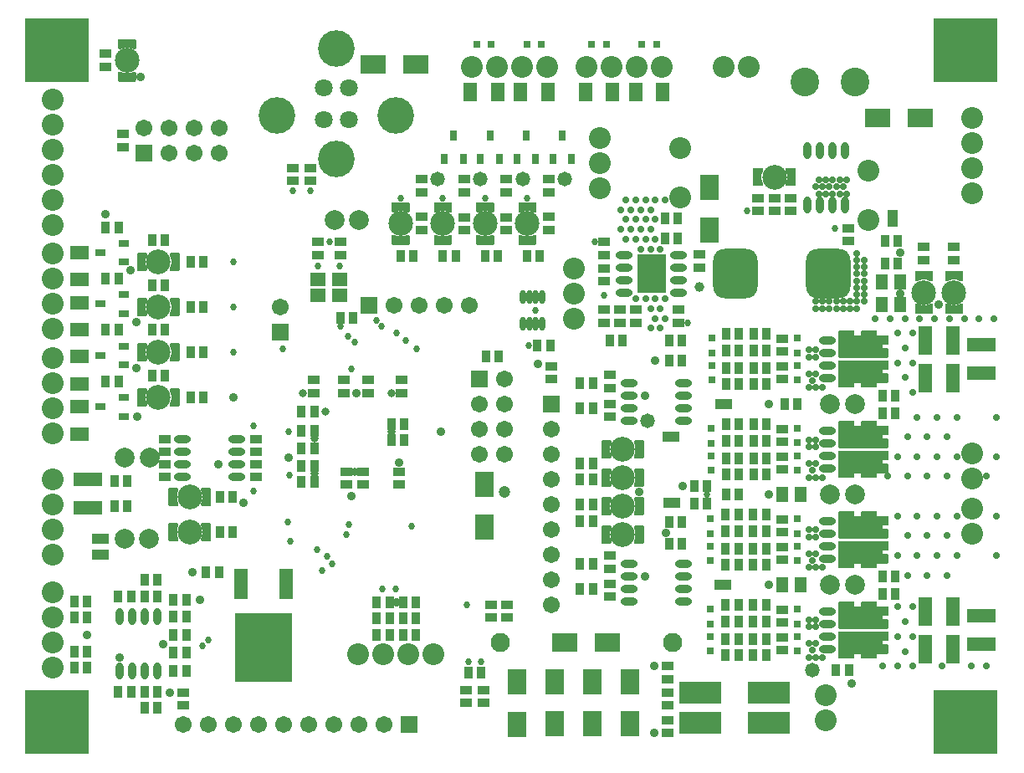
<source format=gbs>
G04*
G04 #@! TF.GenerationSoftware,Altium Limited,Altium Designer,22.8.2 (66)*
G04*
G04 Layer_Color=16711935*
%FSLAX44Y44*%
%MOMM*%
G71*
G04*
G04 #@! TF.SameCoordinates,5F540E87-1B0C-4F24-9FDC-59AD78F45D3A*
G04*
G04*
G04 #@! TF.FilePolarity,Negative*
G04*
G01*
G75*
%ADD20C,2.5032*%
%ADD21C,2.2032*%
%ADD22C,2.0032*%
%ADD23R,1.7032X1.7032*%
%ADD24C,1.7032*%
%ADD25R,1.7032X1.7032*%
%ADD26C,1.9532*%
%ADD27C,2.9032*%
%ADD28C,3.7032*%
%ADD29C,1.8032*%
%ADD30R,6.5532X6.5532*%
%ADD31C,0.7032*%
%ADD32C,0.9032*%
%ADD33C,0.8032*%
%ADD34C,1.2032*%
%ADD35C,0.6932*%
%ADD36C,1.0032*%
%ADD37C,1.4732*%
%ADD114R,1.7018X1.0160*%
%ADD115R,1.0160X1.7018*%
%ADD116R,1.1532X0.9032*%
%ADD117R,0.9032X1.1532*%
%ADD118R,2.9532X1.4532*%
%ADD119R,1.4532X2.9532*%
%ADD120O,1.7032X0.8032*%
%ADD121R,5.8532X6.9032*%
%ADD122R,1.4032X3.1532*%
%ADD123R,0.8032X0.7032*%
%ADD124O,0.8032X1.7032*%
%ADD125R,1.6032X1.4032*%
%ADD126R,1.9532X2.6532*%
%ADD127R,2.6532X1.9532*%
%ADD128R,1.4532X1.9532*%
%ADD129R,0.8032X1.1032*%
%ADD130O,0.6032X1.4232*%
G04:AMPARAMS|DCode=131|XSize=4.5032mm|YSize=5.0032mm|CornerRadius=1.1766mm|HoleSize=0mm|Usage=FLASHONLY|Rotation=0.000|XOffset=0mm|YOffset=0mm|HoleType=Round|Shape=RoundedRectangle|*
%AMROUNDEDRECTD131*
21,1,4.5032,2.6500,0,0,0.0*
21,1,2.1500,5.0032,0,0,0.0*
1,1,2.3532,1.0750,-1.3250*
1,1,2.3532,-1.0750,-1.3250*
1,1,2.3532,-1.0750,1.3250*
1,1,2.3532,1.0750,1.3250*
%
%ADD131ROUNDEDRECTD131*%
%ADD132R,2.9132X3.9032*%
%ADD133R,1.1532X1.6032*%
%ADD134R,4.2032X2.2032*%
%ADD135R,0.7032X0.8032*%
%ADD136R,1.1032X0.8032*%
%ADD137R,1.9532X1.4532*%
G36*
X578363Y1122599D02*
X578493Y1122573D01*
X578620Y1122531D01*
X578739Y1122472D01*
X578850Y1122398D01*
X578950Y1122310D01*
X579038Y1122210D01*
X579112Y1122099D01*
X579171Y1121980D01*
X579213Y1121853D01*
X579240Y1121723D01*
X579248Y1121590D01*
Y1113590D01*
X579244Y1113521D01*
X579240Y1113458D01*
X579240Y1113458D01*
X579240Y1113457D01*
X579227Y1113394D01*
X579214Y1113328D01*
X579214Y1113327D01*
X579213Y1113326D01*
X579195Y1113272D01*
X579171Y1113202D01*
X579171Y1113201D01*
X579171Y1113200D01*
X579142Y1113142D01*
X579112Y1113082D01*
X579112Y1113082D01*
X579112Y1113081D01*
X579075Y1113026D01*
X579039Y1112971D01*
X579038Y1112971D01*
X579038Y1112970D01*
X578989Y1112915D01*
X578951Y1112871D01*
X578951Y1112871D01*
X578950Y1112870D01*
X578896Y1112822D01*
X578851Y1112783D01*
X578850Y1112783D01*
X578850Y1112782D01*
X578796Y1112747D01*
X578740Y1112709D01*
X578740Y1112709D01*
X578739Y1112708D01*
X578680Y1112679D01*
X578621Y1112650D01*
X578620Y1112650D01*
X578620Y1112649D01*
X578550Y1112626D01*
X578495Y1112607D01*
X578494Y1112607D01*
X578493Y1112607D01*
X578428Y1112594D01*
X578364Y1112581D01*
X578363Y1112581D01*
X578363Y1112580D01*
X578302Y1112577D01*
X578231Y1112572D01*
X576540Y1112570D01*
X576540Y1112570D01*
X576539Y1112570D01*
X576530Y1112570D01*
X576522Y1112570D01*
X576464Y1112575D01*
X576446Y1112576D01*
X576407Y1112578D01*
X576407Y1112578D01*
X576406Y1112578D01*
X576398Y1112580D01*
X576389Y1112581D01*
X576332Y1112593D01*
X576321Y1112595D01*
X576277Y1112604D01*
X576276Y1112604D01*
X576275Y1112604D01*
X576267Y1112607D01*
X576259Y1112609D01*
X576204Y1112629D01*
X576191Y1112633D01*
X576150Y1112647D01*
X576150Y1112647D01*
X576149Y1112647D01*
X576142Y1112651D01*
X576134Y1112654D01*
X574715Y1113269D01*
X571743Y1113977D01*
X568716Y1113978D01*
X565743Y1113270D01*
X564325Y1112656D01*
X564317Y1112653D01*
X564310Y1112649D01*
X564255Y1112631D01*
X564199Y1112611D01*
X564191Y1112609D01*
X564184Y1112607D01*
X564126Y1112595D01*
X564069Y1112583D01*
X564061Y1112582D01*
X564053Y1112580D01*
X563995Y1112577D01*
X563937Y1112572D01*
X563928Y1112572D01*
X563920Y1112572D01*
X562230Y1112572D01*
X562097Y1112580D01*
X561966Y1112607D01*
X561840Y1112649D01*
X561721Y1112708D01*
X561610Y1112782D01*
X561510Y1112870D01*
X561422Y1112970D01*
X561348Y1113081D01*
X561289Y1113200D01*
X561246Y1113326D01*
X561221Y1113457D01*
X561212Y1113590D01*
Y1121590D01*
X561221Y1121723D01*
X561246Y1121853D01*
X561289Y1121980D01*
X561348Y1122099D01*
X561422Y1122210D01*
X561510Y1122310D01*
X561610Y1122398D01*
X561721Y1122472D01*
X561840Y1122531D01*
X561967Y1122573D01*
X562097Y1122599D01*
X562230Y1122608D01*
X578230D01*
X578363Y1122599D01*
D02*
G37*
G36*
X578231Y1089608D02*
X578302Y1089604D01*
X578363Y1089600D01*
X578363Y1089599D01*
X578364Y1089599D01*
X578428Y1089586D01*
X578493Y1089574D01*
X578494Y1089573D01*
X578495Y1089573D01*
X578550Y1089554D01*
X578620Y1089531D01*
X578620Y1089530D01*
X578621Y1089530D01*
X578680Y1089501D01*
X578739Y1089472D01*
X578740Y1089472D01*
X578740Y1089471D01*
X578796Y1089434D01*
X578850Y1089398D01*
X578850Y1089397D01*
X578851Y1089397D01*
X578896Y1089358D01*
X578950Y1089310D01*
X578951Y1089309D01*
X578951Y1089309D01*
X578989Y1089265D01*
X579038Y1089210D01*
X579038Y1089209D01*
X579039Y1089209D01*
X579075Y1089154D01*
X579112Y1089099D01*
X579112Y1089099D01*
X579112Y1089098D01*
X579142Y1089037D01*
X579171Y1088980D01*
X579171Y1088979D01*
X579171Y1088979D01*
X579195Y1088908D01*
X579213Y1088854D01*
X579214Y1088853D01*
X579214Y1088852D01*
X579227Y1088786D01*
X579240Y1088723D01*
X579240Y1088722D01*
X579240Y1088722D01*
X579244Y1088659D01*
X579248Y1088590D01*
Y1080590D01*
X579240Y1080457D01*
X579213Y1080327D01*
X579171Y1080200D01*
X579112Y1080081D01*
X579038Y1079970D01*
X578950Y1079870D01*
X578850Y1079782D01*
X578739Y1079708D01*
X578620Y1079649D01*
X578493Y1079606D01*
X578363Y1079581D01*
X578230Y1079572D01*
X562230D01*
X562097Y1079581D01*
X561967Y1079606D01*
X561840Y1079649D01*
X561721Y1079708D01*
X561610Y1079782D01*
X561510Y1079870D01*
X561422Y1079970D01*
X561348Y1080081D01*
X561289Y1080200D01*
X561246Y1080327D01*
X561221Y1080457D01*
X561212Y1080590D01*
Y1088590D01*
D01*
Y1088590D01*
X561221Y1088723D01*
X561246Y1088854D01*
X561289Y1088980D01*
X561348Y1089099D01*
X561422Y1089210D01*
X561510Y1089310D01*
X561610Y1089398D01*
X561721Y1089472D01*
X561840Y1089531D01*
X561967Y1089574D01*
X562097Y1089600D01*
X562230Y1089608D01*
X562230D01*
D01*
X563920Y1089608D01*
X563928Y1089608D01*
X563937Y1089608D01*
X563995Y1089603D01*
X564053Y1089599D01*
X564061Y1089598D01*
X564069Y1089597D01*
X564126Y1089585D01*
X564184Y1089574D01*
X564192Y1089571D01*
X564199Y1089569D01*
X564254Y1089550D01*
X564310Y1089531D01*
X564317Y1089527D01*
X564325Y1089524D01*
X565743Y1088910D01*
X568716Y1088202D01*
X571743Y1088203D01*
X574715Y1088911D01*
X576134Y1089526D01*
X576142Y1089529D01*
X576149Y1089533D01*
X576150Y1089533D01*
X576150Y1089533D01*
X576206Y1089552D01*
X576259Y1089571D01*
X576268Y1089573D01*
X576275Y1089576D01*
X576276Y1089576D01*
X576277Y1089576D01*
X576334Y1089587D01*
X576389Y1089599D01*
X576398Y1089600D01*
X576406Y1089602D01*
X576407Y1089602D01*
X576407Y1089602D01*
X576465Y1089605D01*
X576522Y1089610D01*
X576530Y1089610D01*
X576539Y1089610D01*
X576539Y1089610D01*
X576540Y1089610D01*
X578231Y1089608D01*
D02*
G37*
G36*
X1245993Y992000D02*
X1246124Y991973D01*
X1246250Y991931D01*
X1246369Y991872D01*
X1246480Y991798D01*
X1246580Y991710D01*
X1246668Y991610D01*
X1246742Y991499D01*
X1246801Y991380D01*
X1246843Y991254D01*
X1246870Y991123D01*
X1246878Y990990D01*
Y974990D01*
X1246870Y974857D01*
X1246843Y974726D01*
X1246801Y974600D01*
X1246742Y974481D01*
X1246668Y974370D01*
X1246580Y974270D01*
X1246480Y974182D01*
X1246369Y974108D01*
X1246250Y974049D01*
X1246124Y974007D01*
X1245993Y973980D01*
X1245860Y973972D01*
X1237860D01*
X1237727Y973980D01*
X1237597Y974007D01*
X1237470Y974049D01*
X1237351Y974108D01*
X1237240Y974182D01*
X1237140Y974270D01*
X1237052Y974370D01*
X1236978Y974481D01*
X1236919Y974600D01*
X1236877Y974726D01*
X1236851Y974857D01*
X1236842Y974990D01*
X1236842Y976680D01*
X1236842Y976688D01*
X1236842Y976696D01*
X1236847Y976755D01*
X1236851Y976813D01*
X1236852Y976821D01*
X1236853Y976829D01*
X1236865Y976886D01*
X1236877Y976944D01*
X1236879Y976951D01*
X1236881Y976960D01*
X1236901Y977015D01*
X1236919Y977070D01*
X1236923Y977077D01*
X1236926Y977085D01*
X1237540Y978503D01*
X1238248Y981476D01*
X1238247Y984503D01*
X1237539Y987476D01*
X1236924Y988894D01*
X1236921Y988902D01*
X1236917Y988909D01*
X1236917Y988910D01*
X1236917Y988910D01*
X1236903Y988951D01*
X1236899Y988964D01*
X1236879Y989019D01*
X1236877Y989027D01*
X1236874Y989035D01*
X1236874Y989036D01*
X1236874Y989036D01*
X1236865Y989081D01*
X1236863Y989092D01*
X1236851Y989149D01*
X1236850Y989158D01*
X1236849Y989166D01*
X1236848Y989167D01*
X1236848Y989167D01*
X1236846Y989206D01*
X1236845Y989224D01*
X1236840Y989282D01*
X1236840Y989290D01*
X1236840Y989299D01*
X1236840Y989300D01*
X1236840Y989300D01*
X1236842Y990991D01*
X1236846Y991062D01*
X1236851Y991123D01*
X1236851Y991123D01*
X1236851Y991124D01*
X1236864Y991189D01*
X1236877Y991254D01*
X1236877Y991254D01*
X1236877Y991255D01*
X1236896Y991310D01*
X1236919Y991380D01*
X1236920Y991380D01*
X1236920Y991381D01*
X1236949Y991440D01*
X1236978Y991499D01*
X1236979Y991500D01*
X1236979Y991500D01*
X1237017Y991556D01*
X1237052Y991610D01*
X1237053Y991610D01*
X1237053Y991611D01*
X1237092Y991656D01*
X1237140Y991710D01*
X1237141Y991711D01*
X1237141Y991711D01*
X1237185Y991749D01*
X1237240Y991798D01*
X1237241Y991798D01*
X1237241Y991798D01*
X1237296Y991835D01*
X1237351Y991872D01*
X1237352Y991872D01*
X1237352Y991872D01*
X1237412Y991902D01*
X1237470Y991931D01*
X1237471Y991931D01*
X1237471Y991931D01*
X1237542Y991955D01*
X1237597Y991973D01*
X1237597Y991974D01*
X1237598Y991974D01*
X1237664Y991987D01*
X1237727Y992000D01*
X1237728Y992000D01*
X1237728Y992000D01*
X1237791Y992004D01*
X1237860Y992008D01*
X1245860D01*
X1245993Y992000D01*
D02*
G37*
G36*
X1212929Y992004D02*
X1212992Y992000D01*
X1212992Y992000D01*
X1212993Y992000D01*
X1213056Y991987D01*
X1213122Y991974D01*
X1213123Y991974D01*
X1213123Y991973D01*
X1213178Y991955D01*
X1213249Y991931D01*
X1213249Y991931D01*
X1213250Y991931D01*
X1213307Y991902D01*
X1213368Y991872D01*
X1213369Y991872D01*
X1213369Y991872D01*
X1213424Y991835D01*
X1213479Y991798D01*
X1213479Y991798D01*
X1213480Y991798D01*
X1213535Y991749D01*
X1213579Y991711D01*
X1213579Y991711D01*
X1213580Y991710D01*
X1213628Y991656D01*
X1213667Y991611D01*
X1213667Y991610D01*
X1213668Y991610D01*
X1213704Y991556D01*
X1213741Y991500D01*
X1213742Y991500D01*
X1213742Y991499D01*
X1213771Y991440D01*
X1213800Y991381D01*
X1213800Y991380D01*
X1213801Y991380D01*
X1213824Y991310D01*
X1213843Y991255D01*
X1213843Y991254D01*
X1213844Y991254D01*
X1213856Y991189D01*
X1213869Y991124D01*
X1213869Y991123D01*
X1213869Y991123D01*
X1213874Y991062D01*
X1213878Y990991D01*
X1213880Y989300D01*
X1213880Y989299D01*
X1213880Y989299D01*
X1213880Y989290D01*
X1213880Y989282D01*
X1213875Y989225D01*
X1213872Y989167D01*
X1213872Y989167D01*
X1213872Y989166D01*
X1213870Y989157D01*
X1213869Y989149D01*
X1213857Y989094D01*
X1213846Y989036D01*
X1213846Y989036D01*
X1213846Y989035D01*
X1213843Y989027D01*
X1213841Y989019D01*
X1213822Y988966D01*
X1213803Y988910D01*
X1213803Y988910D01*
X1213803Y988909D01*
X1213799Y988902D01*
X1213796Y988894D01*
X1213181Y987476D01*
X1212473Y984503D01*
X1212472Y981476D01*
X1213180Y978503D01*
X1213794Y977085D01*
X1213797Y977077D01*
X1213801Y977070D01*
X1213820Y977014D01*
X1213839Y976960D01*
X1213841Y976952D01*
X1213844Y976944D01*
X1213855Y976886D01*
X1213867Y976829D01*
X1213868Y976821D01*
X1213869Y976813D01*
X1213873Y976755D01*
X1213878Y976697D01*
X1213878Y976688D01*
X1213878Y976680D01*
X1213878Y974990D01*
D01*
Y974990D01*
X1213869Y974857D01*
X1213844Y974726D01*
X1213801Y974600D01*
X1213742Y974481D01*
X1213668Y974370D01*
X1213580Y974270D01*
X1213480Y974182D01*
X1213369Y974108D01*
X1213250Y974049D01*
X1213124Y974007D01*
X1212993Y973980D01*
X1212860Y973972D01*
X1212860D01*
D01*
X1204860D01*
X1204727Y973980D01*
X1204596Y974007D01*
X1204470Y974049D01*
X1204351Y974108D01*
X1204240Y974182D01*
X1204140Y974270D01*
X1204052Y974370D01*
X1203978Y974481D01*
X1203919Y974600D01*
X1203876Y974726D01*
X1203851Y974857D01*
X1203842Y974990D01*
Y990990D01*
X1203851Y991123D01*
X1203876Y991254D01*
X1203919Y991380D01*
X1203978Y991499D01*
X1204052Y991610D01*
X1204140Y991710D01*
X1204240Y991798D01*
X1204351Y991872D01*
X1204470Y991931D01*
X1204596Y991973D01*
X1204727Y992000D01*
X1204860Y992008D01*
X1212860D01*
X1212929Y992004D01*
D02*
G37*
G36*
X983493Y957419D02*
X983623Y957393D01*
X983749Y957351D01*
X983869Y957292D01*
X983980Y957218D01*
X984080Y957130D01*
X984168Y957030D01*
X984242Y956919D01*
X984301Y956800D01*
X984343Y956674D01*
X984369Y956543D01*
X984378Y956410D01*
Y948410D01*
X984369Y948277D01*
X984343Y948146D01*
X984301Y948020D01*
X984271Y947961D01*
X984242Y947901D01*
X984168Y947790D01*
X984080Y947690D01*
X984080D01*
Y947690D01*
X983980Y947602D01*
X983869Y947528D01*
X983809Y947498D01*
X983750Y947469D01*
X983624Y947427D01*
X983493Y947401D01*
X983360Y947392D01*
X981670Y947392D01*
X981662Y947392D01*
X981653Y947392D01*
X981595Y947397D01*
X981537Y947400D01*
X981529Y947402D01*
X981520Y947403D01*
X981463Y947415D01*
X981406Y947426D01*
X981398Y947429D01*
X981390Y947431D01*
X981335Y947451D01*
X981280Y947469D01*
X981273Y947473D01*
X981265Y947476D01*
X979846Y948090D01*
X976873Y948798D01*
X973847Y948797D01*
X970874Y948089D01*
X969456Y947474D01*
X969447Y947471D01*
X969439Y947467D01*
X969406Y947456D01*
X969373Y947442D01*
X969352Y947436D01*
X969331Y947429D01*
X969322Y947427D01*
X969313Y947424D01*
X969279Y947417D01*
X969244Y947408D01*
X969222Y947405D01*
X969201Y947401D01*
X969191Y947400D01*
X969183Y947398D01*
X969148Y947396D01*
X969112Y947392D01*
X969090Y947392D01*
X969068Y947390D01*
X969058Y947390D01*
X969050Y947390D01*
X967359Y947392D01*
X967288Y947396D01*
X967227Y947401D01*
X967226Y947401D01*
X967226Y947401D01*
X967161Y947413D01*
X967096Y947427D01*
X967096Y947427D01*
X967095Y947427D01*
X967039Y947446D01*
X966970Y947469D01*
X966970Y947470D01*
X966969Y947470D01*
X966910Y947499D01*
X966851Y947528D01*
X966850Y947529D01*
X966850Y947529D01*
X966794Y947566D01*
X966740Y947602D01*
X966740Y947603D01*
X966739Y947603D01*
X966694Y947642D01*
X966640Y947690D01*
X966639Y947691D01*
X966639Y947691D01*
X966600Y947735D01*
X966552Y947790D01*
X966552Y947791D01*
X966551Y947791D01*
X966515Y947846D01*
X966478Y947901D01*
X966478Y947902D01*
X966478Y947902D01*
X966448Y947962D01*
X966419Y948020D01*
X966419Y948021D01*
X966419Y948021D01*
X966395Y948092D01*
X966376Y948146D01*
X966376Y948147D01*
X966376Y948148D01*
X966363Y948214D01*
X966350Y948277D01*
X966350Y948278D01*
X966350Y948278D01*
X966346Y948341D01*
X966342Y948410D01*
Y956410D01*
X966350Y956543D01*
X966376Y956674D01*
X966419Y956800D01*
X966478Y956919D01*
X966552Y957030D01*
X966640Y957130D01*
X966740Y957218D01*
X966851Y957292D01*
X966970Y957351D01*
X967096Y957393D01*
X967227Y957419D01*
X967360Y957428D01*
X983360D01*
X983493Y957419D01*
D02*
G37*
G36*
X940736D02*
X940867Y957393D01*
X940993Y957351D01*
X941112Y957292D01*
X941223Y957218D01*
X941323Y957130D01*
X941411Y957030D01*
X941485Y956919D01*
X941544Y956800D01*
X941587Y956674D01*
X941613Y956543D01*
X941621Y956410D01*
Y948410D01*
X941613Y948277D01*
X941587Y948146D01*
X941544Y948020D01*
X941515Y947961D01*
X941485Y947901D01*
X941411Y947790D01*
X941323Y947690D01*
X941323D01*
Y947690D01*
X941223Y947602D01*
X941112Y947528D01*
X941052Y947498D01*
X940993Y947469D01*
X940867Y947427D01*
X940736Y947401D01*
X940603Y947392D01*
X938913Y947392D01*
X938905Y947392D01*
X938897Y947392D01*
X938838Y947397D01*
X938780Y947400D01*
X938772Y947402D01*
X938764Y947403D01*
X938707Y947415D01*
X938650Y947426D01*
X938642Y947429D01*
X938634Y947431D01*
X938578Y947451D01*
X938523Y947469D01*
X938516Y947473D01*
X938508Y947476D01*
X937090Y948090D01*
X934117Y948798D01*
X931091Y948797D01*
X928118Y948089D01*
X926700Y947474D01*
X926691Y947471D01*
X926683Y947467D01*
X926650Y947456D01*
X926616Y947442D01*
X926595Y947436D01*
X926574Y947429D01*
X926565Y947427D01*
X926557Y947424D01*
X926523Y947417D01*
X926488Y947408D01*
X926466Y947405D01*
X926444Y947401D01*
X926434Y947400D01*
X926426Y947398D01*
X926392Y947396D01*
X926355Y947392D01*
X926333Y947392D01*
X926311Y947390D01*
X926302Y947390D01*
X926293Y947390D01*
X924602Y947392D01*
X924532Y947396D01*
X924470Y947401D01*
X924470Y947401D01*
X924469Y947401D01*
X924405Y947413D01*
X924340Y947427D01*
X924339Y947427D01*
X924339Y947427D01*
X924283Y947446D01*
X924214Y947469D01*
X924213Y947470D01*
X924212Y947470D01*
X924154Y947499D01*
X924094Y947528D01*
X924094Y947529D01*
X924093Y947529D01*
X924037Y947566D01*
X923983Y947602D01*
X923983Y947603D01*
X923982Y947603D01*
X923938Y947642D01*
X923883Y947690D01*
X923883Y947691D01*
X923882Y947691D01*
X923844Y947735D01*
X923795Y947790D01*
X923795Y947791D01*
X923795Y947791D01*
X923758Y947846D01*
X923721Y947901D01*
X923721Y947902D01*
X923721Y947902D01*
X923691Y947962D01*
X923663Y948020D01*
X923662Y948021D01*
X923662Y948021D01*
X923638Y948092D01*
X923620Y948146D01*
X923620Y948147D01*
X923619Y948148D01*
X923606Y948214D01*
X923594Y948277D01*
X923594Y948278D01*
X923594Y948278D01*
X923590Y948341D01*
X923585Y948410D01*
Y956410D01*
X923594Y956543D01*
X923620Y956674D01*
X923663Y956800D01*
X923721Y956919D01*
X923795Y957030D01*
X923883Y957130D01*
X923983Y957218D01*
X924094Y957292D01*
X924214Y957351D01*
X924340Y957393D01*
X924470Y957419D01*
X924603Y957428D01*
X940603D01*
X940736Y957419D01*
D02*
G37*
G36*
X897980D02*
X898110Y957393D01*
X898236Y957351D01*
X898356Y957292D01*
X898466Y957218D01*
X898567Y957130D01*
X898654Y957030D01*
X898728Y956919D01*
X898787Y956800D01*
X898830Y956674D01*
X898856Y956543D01*
X898865Y956410D01*
Y948410D01*
X898856Y948277D01*
X898830Y948146D01*
X898787Y948020D01*
X898758Y947961D01*
X898728Y947901D01*
X898654Y947790D01*
X898567Y947690D01*
X898567D01*
Y947690D01*
X898466Y947602D01*
X898356Y947528D01*
X898295Y947498D01*
X898236Y947469D01*
X898110Y947427D01*
X897980Y947401D01*
X897847Y947392D01*
X896156Y947392D01*
X896148Y947392D01*
X896140Y947392D01*
X896081Y947397D01*
X896024Y947400D01*
X896016Y947402D01*
X896007Y947403D01*
X895950Y947415D01*
X895893Y947426D01*
X895885Y947429D01*
X895877Y947431D01*
X895822Y947451D01*
X895767Y947469D01*
X895760Y947473D01*
X895752Y947476D01*
X894333Y948090D01*
X891360Y948798D01*
X888334Y948797D01*
X885361Y948089D01*
X883943Y947474D01*
X883934Y947471D01*
X883926Y947467D01*
X883893Y947456D01*
X883860Y947442D01*
X883838Y947436D01*
X883818Y947429D01*
X883808Y947427D01*
X883800Y947424D01*
X883766Y947417D01*
X883731Y947408D01*
X883709Y947405D01*
X883687Y947401D01*
X883678Y947400D01*
X883670Y947398D01*
X883635Y947396D01*
X883599Y947392D01*
X883577Y947392D01*
X883555Y947390D01*
X883545Y947390D01*
X883537Y947390D01*
X881845Y947392D01*
X881775Y947396D01*
X881714Y947401D01*
X881713Y947401D01*
X881712Y947401D01*
X881648Y947413D01*
X881583Y947427D01*
X881582Y947427D01*
X881582Y947427D01*
X881526Y947446D01*
X881457Y947469D01*
X881456Y947470D01*
X881456Y947470D01*
X881397Y947499D01*
X881338Y947528D01*
X881337Y947529D01*
X881337Y947529D01*
X881280Y947566D01*
X881227Y947602D01*
X881226Y947603D01*
X881226Y947603D01*
X881181Y947642D01*
X881127Y947690D01*
X881126Y947691D01*
X881126Y947691D01*
X881087Y947735D01*
X881039Y947790D01*
X881039Y947791D01*
X881038Y947791D01*
X881002Y947846D01*
X880965Y947901D01*
X880965Y947902D01*
X880964Y947902D01*
X880935Y947962D01*
X880906Y948020D01*
X880906Y948021D01*
X880906Y948021D01*
X880882Y948092D01*
X880863Y948146D01*
X880863Y948147D01*
X880863Y948148D01*
X880850Y948214D01*
X880837Y948277D01*
X880837Y948278D01*
X880837Y948278D01*
X880833Y948341D01*
X880828Y948410D01*
Y956410D01*
X880837Y956543D01*
X880863Y956674D01*
X880906Y956800D01*
X880965Y956919D01*
X881039Y957030D01*
X881127Y957130D01*
X881227Y957218D01*
X881338Y957292D01*
X881457Y957351D01*
X881583Y957393D01*
X881714Y957419D01*
X881847Y957428D01*
X897847D01*
X897980Y957419D01*
D02*
G37*
G36*
X855223D02*
X855353Y957393D01*
X855480Y957351D01*
X855599Y957292D01*
X855710Y957218D01*
X855810Y957130D01*
X855898Y957030D01*
X855972Y956919D01*
X856031Y956800D01*
X856074Y956674D01*
X856099Y956543D01*
X856108Y956410D01*
Y948410D01*
X856099Y948277D01*
X856074Y948146D01*
X856031Y948020D01*
X856002Y947961D01*
X855972Y947901D01*
X855898Y947790D01*
X855810Y947690D01*
X855810D01*
Y947690D01*
X855710Y947602D01*
X855599Y947528D01*
X855539Y947498D01*
X855480Y947469D01*
X855354Y947427D01*
X855223Y947401D01*
X855090Y947392D01*
X853400Y947392D01*
X853392Y947392D01*
X853383Y947392D01*
X853325Y947397D01*
X853267Y947400D01*
X853259Y947402D01*
X853251Y947403D01*
X853193Y947415D01*
X853136Y947426D01*
X853129Y947429D01*
X853120Y947431D01*
X853065Y947451D01*
X853010Y947469D01*
X853003Y947473D01*
X852995Y947476D01*
X851577Y948090D01*
X848604Y948798D01*
X845577Y948797D01*
X842605Y948089D01*
X841186Y947474D01*
X841178Y947471D01*
X841170Y947467D01*
X841136Y947456D01*
X841103Y947442D01*
X841082Y947436D01*
X841061Y947429D01*
X841052Y947427D01*
X841043Y947424D01*
X841009Y947417D01*
X840974Y947408D01*
X840952Y947405D01*
X840931Y947401D01*
X840921Y947400D01*
X840913Y947398D01*
X840878Y947396D01*
X840842Y947392D01*
X840820Y947392D01*
X840798Y947390D01*
X840788Y947390D01*
X840780Y947390D01*
X839089Y947392D01*
X839018Y947396D01*
X838957Y947401D01*
X838957Y947401D01*
X838956Y947401D01*
X838892Y947413D01*
X838827Y947427D01*
X838826Y947427D01*
X838825Y947427D01*
X838770Y947446D01*
X838700Y947469D01*
X838700Y947470D01*
X838699Y947470D01*
X838640Y947499D01*
X838581Y947528D01*
X838580Y947529D01*
X838580Y947529D01*
X838524Y947566D01*
X838470Y947602D01*
X838470Y947603D01*
X838469Y947603D01*
X838424Y947642D01*
X838370Y947690D01*
X838370Y947691D01*
X838369Y947691D01*
X838331Y947735D01*
X838282Y947790D01*
X838282Y947791D01*
X838281Y947791D01*
X838245Y947846D01*
X838208Y947901D01*
X838208Y947902D01*
X838208Y947902D01*
X838178Y947962D01*
X838149Y948020D01*
X838149Y948021D01*
X838149Y948021D01*
X838125Y948092D01*
X838107Y948146D01*
X838106Y948147D01*
X838106Y948148D01*
X838093Y948214D01*
X838081Y948277D01*
X838081Y948278D01*
X838080Y948278D01*
X838076Y948341D01*
X838072Y948410D01*
Y956410D01*
X838081Y956543D01*
X838107Y956674D01*
X838149Y956800D01*
X838208Y956919D01*
X838282Y957030D01*
X838370Y957130D01*
X838470Y957218D01*
X838581Y957292D01*
X838700Y957351D01*
X838827Y957393D01*
X838957Y957419D01*
X839090Y957428D01*
X855090D01*
X855223Y957419D01*
D02*
G37*
G36*
X1348994Y946912D02*
X1344930Y940816D01*
X1340866Y946404D01*
Y948944D01*
X1348994D01*
Y946912D01*
D02*
G37*
G36*
X969059Y924430D02*
X969068Y924430D01*
X969126Y924425D01*
X969183Y924422D01*
X969183Y924421D01*
X969184Y924421D01*
X969192Y924420D01*
X969201Y924419D01*
X969257Y924407D01*
X969313Y924396D01*
X969314Y924396D01*
X969315Y924396D01*
X969323Y924393D01*
X969331Y924391D01*
X969384Y924372D01*
X969439Y924353D01*
X969440Y924353D01*
X969441Y924353D01*
X969448Y924349D01*
X969456Y924346D01*
X970874Y923731D01*
X973847Y923023D01*
X976873Y923022D01*
X979846Y923730D01*
X981265Y924344D01*
X981273Y924347D01*
X981280Y924351D01*
X981336Y924370D01*
X981390Y924389D01*
X981398Y924391D01*
X981406Y924393D01*
X981464Y924405D01*
X981520Y924417D01*
X981529Y924418D01*
X981537Y924419D01*
X981595Y924423D01*
X981653Y924428D01*
X981662Y924428D01*
X981670Y924428D01*
X983360Y924428D01*
D01*
X983360D01*
X983493Y924419D01*
X983623Y924393D01*
X983749Y924351D01*
X983869Y924292D01*
X983980Y924218D01*
X984080Y924130D01*
X984168Y924030D01*
X984242Y923919D01*
X984301Y923800D01*
X984343Y923673D01*
X984369Y923543D01*
X984378Y923410D01*
D01*
Y923410D01*
Y915410D01*
X984369Y915277D01*
X984343Y915146D01*
X984301Y915020D01*
X984242Y914901D01*
X984168Y914790D01*
X984080Y914690D01*
X983980Y914602D01*
X983869Y914528D01*
X983749Y914469D01*
X983623Y914426D01*
X983493Y914400D01*
X983360Y914392D01*
X967360D01*
X967227Y914400D01*
X967096Y914426D01*
X966970Y914469D01*
X966851Y914528D01*
X966740Y914602D01*
X966640Y914690D01*
X966552Y914790D01*
X966478Y914901D01*
X966419Y915020D01*
X966376Y915146D01*
X966350Y915277D01*
X966342Y915410D01*
Y923410D01*
X966346Y923479D01*
X966350Y923542D01*
X966350Y923542D01*
X966350Y923543D01*
X966363Y923606D01*
X966376Y923672D01*
X966376Y923673D01*
X966376Y923673D01*
X966395Y923728D01*
X966419Y923799D01*
X966419Y923799D01*
X966419Y923800D01*
X966448Y923857D01*
X966478Y923918D01*
X966478Y923919D01*
X966478Y923919D01*
X966515Y923974D01*
X966551Y924029D01*
X966552Y924029D01*
X966552Y924030D01*
X966600Y924085D01*
X966639Y924129D01*
X966639Y924129D01*
X966640Y924130D01*
X966694Y924178D01*
X966739Y924217D01*
X966740Y924217D01*
X966740Y924218D01*
X966794Y924253D01*
X966850Y924291D01*
X966850Y924291D01*
X966851Y924292D01*
X966910Y924321D01*
X966969Y924350D01*
X966970Y924350D01*
X966970Y924351D01*
X967039Y924374D01*
X967095Y924393D01*
X967096Y924393D01*
X967096Y924393D01*
X967161Y924406D01*
X967226Y924419D01*
X967226Y924419D01*
X967227Y924419D01*
X967288Y924423D01*
X967359Y924428D01*
X969050Y924430D01*
X969050Y924430D01*
X969051Y924430D01*
X969059Y924430D01*
D02*
G37*
G36*
X926303D02*
X926311Y924430D01*
X926369Y924425D01*
X926426Y924422D01*
X926427Y924421D01*
X926427Y924421D01*
X926436Y924420D01*
X926444Y924419D01*
X926500Y924407D01*
X926557Y924396D01*
X926557Y924396D01*
X926558Y924396D01*
X926566Y924393D01*
X926574Y924391D01*
X926628Y924372D01*
X926683Y924353D01*
X926684Y924353D01*
X926684Y924353D01*
X926692Y924349D01*
X926700Y924346D01*
X928118Y923731D01*
X931091Y923023D01*
X934117Y923022D01*
X937090Y923730D01*
X938508Y924344D01*
X938516Y924347D01*
X938523Y924351D01*
X938579Y924370D01*
X938634Y924389D01*
X938642Y924391D01*
X938650Y924393D01*
X938707Y924405D01*
X938764Y924417D01*
X938772Y924418D01*
X938780Y924419D01*
X938838Y924423D01*
X938897Y924428D01*
X938905Y924428D01*
X938913Y924428D01*
X940603Y924428D01*
D01*
X940603D01*
X940736Y924419D01*
X940867Y924393D01*
X940993Y924351D01*
X941112Y924292D01*
X941223Y924218D01*
X941323Y924130D01*
X941411Y924030D01*
X941485Y923919D01*
X941544Y923800D01*
X941587Y923673D01*
X941613Y923543D01*
X941621Y923410D01*
D01*
Y923410D01*
Y915410D01*
X941613Y915277D01*
X941587Y915146D01*
X941544Y915020D01*
X941485Y914901D01*
X941411Y914790D01*
X941323Y914690D01*
X941223Y914602D01*
X941112Y914528D01*
X940993Y914469D01*
X940867Y914426D01*
X940736Y914400D01*
X940603Y914392D01*
X924603D01*
X924470Y914400D01*
X924340Y914426D01*
X924214Y914469D01*
X924094Y914528D01*
X923983Y914602D01*
X923883Y914690D01*
X923795Y914790D01*
X923721Y914901D01*
X923663Y915020D01*
X923620Y915146D01*
X923594Y915277D01*
X923585Y915410D01*
Y923410D01*
X923590Y923479D01*
X923594Y923542D01*
X923594Y923542D01*
X923594Y923543D01*
X923606Y923606D01*
X923619Y923672D01*
X923620Y923673D01*
X923620Y923673D01*
X923638Y923728D01*
X923662Y923799D01*
X923662Y923799D01*
X923663Y923800D01*
X923691Y923857D01*
X923721Y923918D01*
X923721Y923919D01*
X923721Y923919D01*
X923758Y923974D01*
X923795Y924029D01*
X923795Y924029D01*
X923795Y924030D01*
X923844Y924085D01*
X923882Y924129D01*
X923883Y924129D01*
X923883Y924130D01*
X923938Y924178D01*
X923982Y924217D01*
X923983Y924217D01*
X923983Y924218D01*
X924037Y924253D01*
X924093Y924291D01*
X924094Y924291D01*
X924094Y924292D01*
X924154Y924321D01*
X924212Y924350D01*
X924213Y924350D01*
X924214Y924351D01*
X924283Y924374D01*
X924339Y924393D01*
X924339Y924393D01*
X924340Y924393D01*
X924405Y924406D01*
X924469Y924419D01*
X924470Y924419D01*
X924470Y924419D01*
X924532Y924423D01*
X924602Y924428D01*
X926293Y924430D01*
X926294Y924430D01*
X926294Y924430D01*
X926303Y924430D01*
D02*
G37*
G36*
X883546D02*
X883555Y924430D01*
X883613Y924425D01*
X883670Y924422D01*
X883670Y924421D01*
X883671Y924421D01*
X883679Y924420D01*
X883687Y924419D01*
X883743Y924407D01*
X883800Y924396D01*
X883801Y924396D01*
X883801Y924396D01*
X883809Y924393D01*
X883818Y924391D01*
X883871Y924372D01*
X883926Y924353D01*
X883927Y924353D01*
X883927Y924353D01*
X883935Y924349D01*
X883943Y924346D01*
X885361Y923731D01*
X888334Y923023D01*
X891360Y923022D01*
X894333Y923730D01*
X895752Y924344D01*
X895759Y924347D01*
X895767Y924351D01*
X895823Y924370D01*
X895877Y924389D01*
X895885Y924391D01*
X895893Y924393D01*
X895951Y924405D01*
X896007Y924417D01*
X896015Y924418D01*
X896024Y924419D01*
X896082Y924423D01*
X896140Y924428D01*
X896148Y924428D01*
X896156Y924428D01*
X897847Y924428D01*
D01*
X897847D01*
X897980Y924419D01*
X898110Y924393D01*
X898236Y924351D01*
X898356Y924292D01*
X898466Y924218D01*
X898567Y924130D01*
X898654Y924030D01*
X898728Y923919D01*
X898787Y923800D01*
X898830Y923673D01*
X898856Y923543D01*
X898865Y923410D01*
D01*
Y923410D01*
Y915410D01*
X898856Y915277D01*
X898830Y915146D01*
X898787Y915020D01*
X898728Y914901D01*
X898654Y914790D01*
X898567Y914690D01*
X898466Y914602D01*
X898356Y914528D01*
X898236Y914469D01*
X898110Y914426D01*
X897980Y914400D01*
X897847Y914392D01*
X881847D01*
X881714Y914400D01*
X881583Y914426D01*
X881457Y914469D01*
X881338Y914528D01*
X881227Y914602D01*
X881127Y914690D01*
X881039Y914790D01*
X880965Y914901D01*
X880906Y915020D01*
X880863Y915146D01*
X880837Y915277D01*
X880828Y915410D01*
Y923410D01*
X880833Y923479D01*
X880837Y923542D01*
X880837Y923542D01*
X880837Y923543D01*
X880850Y923606D01*
X880863Y923672D01*
X880863Y923673D01*
X880863Y923673D01*
X880882Y923728D01*
X880906Y923799D01*
X880906Y923799D01*
X880906Y923800D01*
X880935Y923857D01*
X880964Y923918D01*
X880965Y923919D01*
X880965Y923919D01*
X881002Y923974D01*
X881038Y924029D01*
X881039Y924029D01*
X881039Y924030D01*
X881087Y924085D01*
X881126Y924129D01*
X881126Y924129D01*
X881127Y924130D01*
X881181Y924178D01*
X881226Y924217D01*
X881226Y924217D01*
X881227Y924218D01*
X881280Y924253D01*
X881337Y924291D01*
X881337Y924291D01*
X881338Y924292D01*
X881397Y924321D01*
X881456Y924350D01*
X881456Y924350D01*
X881457Y924351D01*
X881526Y924374D01*
X881582Y924393D01*
X881582Y924393D01*
X881583Y924393D01*
X881648Y924406D01*
X881712Y924419D01*
X881713Y924419D01*
X881714Y924419D01*
X881775Y924423D01*
X881845Y924428D01*
X883537Y924430D01*
X883537Y924430D01*
X883538Y924430D01*
X883546Y924430D01*
D02*
G37*
G36*
X840789D02*
X840798Y924430D01*
X840856Y924425D01*
X840913Y924422D01*
X840913Y924421D01*
X840914Y924421D01*
X840922Y924420D01*
X840931Y924419D01*
X840987Y924407D01*
X841043Y924396D01*
X841044Y924396D01*
X841045Y924396D01*
X841053Y924393D01*
X841061Y924391D01*
X841114Y924372D01*
X841170Y924353D01*
X841170Y924353D01*
X841171Y924353D01*
X841178Y924349D01*
X841186Y924346D01*
X842605Y923731D01*
X845577Y923023D01*
X848604Y923022D01*
X851577Y923730D01*
X852995Y924344D01*
X853003Y924347D01*
X853010Y924351D01*
X853066Y924370D01*
X853120Y924389D01*
X853128Y924391D01*
X853136Y924393D01*
X853194Y924405D01*
X853251Y924417D01*
X853259Y924418D01*
X853267Y924419D01*
X853325Y924423D01*
X853383Y924428D01*
X853392Y924428D01*
X853400Y924428D01*
X855090Y924428D01*
D01*
X855090D01*
X855223Y924419D01*
X855353Y924393D01*
X855480Y924351D01*
X855599Y924292D01*
X855710Y924218D01*
X855810Y924130D01*
X855898Y924030D01*
X855972Y923919D01*
X856031Y923800D01*
X856074Y923673D01*
X856099Y923543D01*
X856108Y923410D01*
D01*
Y923410D01*
Y915410D01*
X856099Y915277D01*
X856074Y915146D01*
X856031Y915020D01*
X855972Y914901D01*
X855898Y914790D01*
X855810Y914690D01*
X855710Y914602D01*
X855599Y914528D01*
X855480Y914469D01*
X855353Y914426D01*
X855223Y914400D01*
X855090Y914392D01*
X839090D01*
X838957Y914400D01*
X838827Y914426D01*
X838700Y914469D01*
X838581Y914528D01*
X838470Y914602D01*
X838370Y914690D01*
X838282Y914790D01*
X838208Y914901D01*
X838149Y915020D01*
X838107Y915146D01*
X838081Y915277D01*
X838072Y915410D01*
Y923410D01*
X838076Y923479D01*
X838080Y923542D01*
X838081Y923542D01*
X838081Y923543D01*
X838093Y923606D01*
X838106Y923672D01*
X838106Y923673D01*
X838107Y923673D01*
X838125Y923728D01*
X838149Y923799D01*
X838149Y923799D01*
X838149Y923800D01*
X838178Y923857D01*
X838208Y923918D01*
X838208Y923919D01*
X838208Y923919D01*
X838245Y923974D01*
X838281Y924029D01*
X838282Y924029D01*
X838282Y924030D01*
X838331Y924085D01*
X838369Y924129D01*
X838370Y924129D01*
X838370Y924130D01*
X838424Y924178D01*
X838469Y924217D01*
X838470Y924217D01*
X838470Y924218D01*
X838524Y924253D01*
X838580Y924291D01*
X838580Y924291D01*
X838581Y924292D01*
X838640Y924321D01*
X838699Y924350D01*
X838700Y924350D01*
X838700Y924351D01*
X838770Y924374D01*
X838825Y924393D01*
X838826Y924393D01*
X838827Y924393D01*
X838892Y924406D01*
X838956Y924419D01*
X838957Y924419D01*
X838957Y924419D01*
X839018Y924423D01*
X839089Y924428D01*
X840780Y924430D01*
X840780Y924430D01*
X840781Y924430D01*
X840789Y924430D01*
D02*
G37*
G36*
X589613Y906109D02*
X589743Y906083D01*
X589870Y906041D01*
X589989Y905982D01*
X590100Y905908D01*
X590200Y905820D01*
X590288Y905720D01*
X590362Y905609D01*
X590421Y905490D01*
X590463Y905363D01*
X590490Y905233D01*
X590498Y905100D01*
Y905100D01*
D01*
X590498Y903410D01*
X590498Y903401D01*
X590498Y903393D01*
X590493Y903335D01*
X590489Y903277D01*
X590488Y903269D01*
X590487Y903260D01*
X590475Y903204D01*
X590463Y903146D01*
X590461Y903138D01*
X590459Y903130D01*
X590440Y903076D01*
X590421Y903020D01*
X590417Y903013D01*
X590414Y903005D01*
X589800Y901587D01*
X589092Y898613D01*
X589093Y895587D01*
X589801Y892614D01*
X590416Y891196D01*
X590419Y891188D01*
X590423Y891181D01*
X590423Y891180D01*
X590423Y891180D01*
X590442Y891124D01*
X590461Y891071D01*
X590463Y891063D01*
X590466Y891055D01*
X590466Y891054D01*
X590466Y891053D01*
X590477Y890996D01*
X590489Y890941D01*
X590490Y890932D01*
X590491Y890924D01*
X590492Y890923D01*
X590492Y890923D01*
X590495Y890866D01*
X590500Y890808D01*
X590500Y890799D01*
X590500Y890791D01*
X590500Y890790D01*
X590500Y890790D01*
X590498Y889099D01*
X590494Y889028D01*
X590490Y888967D01*
X590489Y888966D01*
X590489Y888966D01*
X590476Y888901D01*
X590463Y888836D01*
X590463Y888836D01*
X590463Y888835D01*
X590444Y888779D01*
X590421Y888710D01*
X590420Y888710D01*
X590420Y888709D01*
X590391Y888650D01*
X590362Y888591D01*
X590362Y888590D01*
X590361Y888590D01*
X590323Y888533D01*
X590288Y888480D01*
X590287Y888480D01*
X590287Y888479D01*
X590248Y888434D01*
X590200Y888380D01*
X590199Y888379D01*
X590199Y888379D01*
X590155Y888340D01*
X590100Y888292D01*
X590099Y888292D01*
X590099Y888291D01*
X590044Y888255D01*
X589989Y888218D01*
X589989Y888218D01*
X589988Y888217D01*
X589927Y888188D01*
X589870Y888159D01*
X589869Y888159D01*
X589869Y888159D01*
X589798Y888135D01*
X589743Y888116D01*
X589743Y888116D01*
X589742Y888116D01*
X589676Y888103D01*
X589613Y888090D01*
X589612Y888090D01*
X589612Y888090D01*
X589549Y888086D01*
X589480Y888082D01*
X581480D01*
X581347Y888090D01*
X581217Y888116D01*
X581090Y888159D01*
X580971Y888218D01*
X580860Y888292D01*
X580760Y888380D01*
X580672Y888480D01*
X580598Y888591D01*
X580539Y888710D01*
X580496Y888836D01*
X580471Y888967D01*
X580462Y889100D01*
Y905100D01*
X580471Y905233D01*
X580496Y905363D01*
X580539Y905490D01*
X580598Y905609D01*
X580672Y905720D01*
X580760Y905820D01*
X580860Y905908D01*
X580971Y905982D01*
X581090Y906041D01*
X581217Y906083D01*
X581347Y906109D01*
X581480Y906118D01*
X589480D01*
D01*
X589480D01*
X589613Y906109D01*
D02*
G37*
G36*
X622613D02*
X622743Y906083D01*
X622870Y906041D01*
X622989Y905982D01*
X623100Y905908D01*
X623200Y905820D01*
X623288Y905720D01*
X623362Y905609D01*
X623421Y905490D01*
X623464Y905363D01*
X623489Y905233D01*
X623498Y905100D01*
Y889100D01*
X623489Y888967D01*
X623464Y888836D01*
X623421Y888710D01*
X623362Y888591D01*
X623288Y888480D01*
X623200Y888380D01*
X623100Y888292D01*
X622989Y888218D01*
X622870Y888159D01*
X622743Y888116D01*
X622613Y888090D01*
X622480Y888082D01*
X614480D01*
X614411Y888086D01*
X614348Y888090D01*
X614348Y888090D01*
X614347Y888090D01*
X614284Y888103D01*
X614218Y888116D01*
X614217Y888116D01*
X614216Y888116D01*
X614162Y888135D01*
X614091Y888159D01*
X614091Y888159D01*
X614090Y888159D01*
X614033Y888188D01*
X613972Y888217D01*
X613971Y888218D01*
X613971Y888218D01*
X613916Y888255D01*
X613861Y888291D01*
X613861Y888292D01*
X613860Y888292D01*
X613805Y888340D01*
X613761Y888379D01*
X613761Y888379D01*
X613760Y888380D01*
X613712Y888434D01*
X613673Y888479D01*
X613673Y888480D01*
X613672Y888480D01*
X613637Y888533D01*
X613599Y888590D01*
X613599Y888590D01*
X613598Y888591D01*
X613569Y888650D01*
X613540Y888709D01*
X613540Y888710D01*
X613539Y888710D01*
X613516Y888779D01*
X613497Y888835D01*
X613497Y888836D01*
X613497Y888836D01*
X613484Y888901D01*
X613471Y888966D01*
X613471Y888966D01*
X613470Y888967D01*
X613466Y889028D01*
X613462Y889099D01*
X613460Y890790D01*
X613460Y890798D01*
X613460Y890808D01*
X613462Y890830D01*
X613461Y890852D01*
X613466Y890888D01*
X613468Y890923D01*
X613470Y890931D01*
X613471Y890940D01*
X613475Y890962D01*
X613478Y890984D01*
X613487Y891019D01*
X613494Y891053D01*
X613497Y891062D01*
X613499Y891071D01*
X613506Y891092D01*
X613512Y891113D01*
X613526Y891146D01*
X613537Y891180D01*
X613541Y891187D01*
X613544Y891196D01*
X614159Y892614D01*
X614867Y895587D01*
X614868Y898613D01*
X614160Y901586D01*
X613546Y903005D01*
X613543Y903013D01*
X613539Y903020D01*
X613521Y903075D01*
X613501Y903130D01*
X613499Y903138D01*
X613497Y903146D01*
X613485Y903203D01*
X613473Y903260D01*
X613472Y903269D01*
X613470Y903277D01*
X613467Y903335D01*
X613462Y903393D01*
X613462Y903401D01*
X613462Y903410D01*
X613462Y905100D01*
X613470Y905233D01*
X613497Y905363D01*
X613539Y905490D01*
X613568Y905548D01*
X613598Y905609D01*
X613672Y905720D01*
X613760Y905820D01*
X613760D01*
Y905820D01*
X613860Y905908D01*
X613971Y905982D01*
X614031Y906012D01*
X614090Y906041D01*
X614216Y906083D01*
X614347Y906109D01*
X614480Y906118D01*
X622480D01*
X622613Y906109D01*
D02*
G37*
G36*
X1415293Y887650D02*
X1415423Y887624D01*
X1415550Y887581D01*
X1415669Y887522D01*
X1415780Y887448D01*
X1415880Y887360D01*
X1415968Y887260D01*
X1416042Y887149D01*
X1416101Y887030D01*
X1416143Y886904D01*
X1416169Y886773D01*
X1416178Y886640D01*
Y878640D01*
X1416174Y878571D01*
X1416170Y878508D01*
X1416169Y878508D01*
X1416169Y878507D01*
X1416157Y878444D01*
X1416144Y878378D01*
X1416144Y878377D01*
X1416143Y878376D01*
X1416125Y878322D01*
X1416101Y878251D01*
X1416101Y878251D01*
X1416101Y878250D01*
X1416072Y878193D01*
X1416042Y878132D01*
X1416042Y878131D01*
X1416042Y878131D01*
X1416005Y878076D01*
X1415968Y878021D01*
X1415968Y878021D01*
X1415968Y878020D01*
X1415919Y877965D01*
X1415881Y877921D01*
X1415880Y877921D01*
X1415880Y877920D01*
X1415826Y877872D01*
X1415781Y877833D01*
X1415780Y877833D01*
X1415780Y877832D01*
X1415726Y877796D01*
X1415670Y877759D01*
X1415670Y877758D01*
X1415669Y877758D01*
X1415610Y877729D01*
X1415551Y877700D01*
X1415550Y877700D01*
X1415550Y877699D01*
X1415480Y877676D01*
X1415425Y877657D01*
X1415424Y877657D01*
X1415423Y877656D01*
X1415358Y877644D01*
X1415294Y877631D01*
X1415293Y877631D01*
X1415293Y877630D01*
X1415232Y877626D01*
X1415161Y877622D01*
X1413470Y877620D01*
X1413470Y877620D01*
X1413469Y877620D01*
X1413461Y877620D01*
X1413452Y877620D01*
X1413394Y877625D01*
X1413376Y877626D01*
X1413337Y877628D01*
X1413337Y877628D01*
X1413336Y877628D01*
X1413328Y877630D01*
X1413319Y877631D01*
X1413262Y877643D01*
X1413251Y877645D01*
X1413206Y877654D01*
X1413206Y877654D01*
X1413205Y877654D01*
X1413197Y877657D01*
X1413189Y877659D01*
X1413134Y877679D01*
X1413121Y877683D01*
X1413080Y877697D01*
X1413080Y877697D01*
X1413079Y877697D01*
X1413072Y877701D01*
X1413064Y877704D01*
X1411646Y878319D01*
X1408673Y879027D01*
X1405646Y879028D01*
X1402673Y878320D01*
X1401255Y877706D01*
X1401247Y877703D01*
X1401240Y877699D01*
X1401185Y877681D01*
X1401129Y877661D01*
X1401121Y877659D01*
X1401114Y877656D01*
X1401056Y877645D01*
X1400999Y877633D01*
X1400991Y877632D01*
X1400983Y877630D01*
X1400925Y877627D01*
X1400867Y877622D01*
X1400858Y877622D01*
X1400850Y877622D01*
X1399160Y877622D01*
X1399027Y877630D01*
X1398896Y877656D01*
X1398770Y877699D01*
X1398651Y877758D01*
X1398540Y877832D01*
X1398440Y877920D01*
X1398352Y878020D01*
X1398278Y878131D01*
X1398219Y878250D01*
X1398177Y878376D01*
X1398150Y878507D01*
X1398142Y878640D01*
Y886640D01*
X1398150Y886773D01*
X1398177Y886904D01*
X1398219Y887030D01*
X1398278Y887149D01*
X1398352Y887260D01*
X1398440Y887360D01*
X1398540Y887448D01*
X1398651Y887522D01*
X1398770Y887581D01*
X1398896Y887624D01*
X1399027Y887650D01*
X1399160Y887658D01*
X1415160D01*
X1415293Y887650D01*
D02*
G37*
G36*
X1384813D02*
X1384944Y887624D01*
X1385070Y887581D01*
X1385189Y887522D01*
X1385300Y887448D01*
X1385400Y887360D01*
X1385488Y887260D01*
X1385562Y887149D01*
X1385621Y887030D01*
X1385663Y886904D01*
X1385690Y886773D01*
X1385698Y886640D01*
Y878640D01*
X1385694Y878571D01*
X1385690Y878508D01*
X1385690Y878508D01*
X1385690Y878507D01*
X1385677Y878444D01*
X1385664Y878378D01*
X1385664Y878377D01*
X1385663Y878376D01*
X1385645Y878322D01*
X1385621Y878251D01*
X1385621Y878251D01*
X1385621Y878250D01*
X1385592Y878193D01*
X1385562Y878132D01*
X1385562Y878131D01*
X1385562Y878131D01*
X1385525Y878076D01*
X1385488Y878021D01*
X1385488Y878021D01*
X1385488Y878020D01*
X1385439Y877965D01*
X1385401Y877921D01*
X1385401Y877921D01*
X1385400Y877920D01*
X1385346Y877872D01*
X1385301Y877833D01*
X1385300Y877833D01*
X1385300Y877832D01*
X1385246Y877796D01*
X1385190Y877759D01*
X1385190Y877758D01*
X1385189Y877758D01*
X1385130Y877729D01*
X1385071Y877700D01*
X1385070Y877700D01*
X1385070Y877699D01*
X1385000Y877676D01*
X1384945Y877657D01*
X1384944Y877657D01*
X1384944Y877656D01*
X1384879Y877644D01*
X1384814Y877631D01*
X1384813Y877631D01*
X1384813Y877630D01*
X1384752Y877626D01*
X1384681Y877622D01*
X1382990Y877620D01*
X1382990Y877620D01*
X1382989Y877620D01*
X1382980Y877620D01*
X1382972Y877620D01*
X1382914Y877625D01*
X1382896Y877626D01*
X1382857Y877628D01*
X1382857Y877628D01*
X1382856Y877628D01*
X1382848Y877630D01*
X1382839Y877631D01*
X1382782Y877643D01*
X1382771Y877645D01*
X1382726Y877654D01*
X1382726Y877654D01*
X1382725Y877654D01*
X1382717Y877657D01*
X1382709Y877659D01*
X1382654Y877679D01*
X1382641Y877683D01*
X1382600Y877697D01*
X1382600Y877697D01*
X1382599Y877697D01*
X1382592Y877701D01*
X1382584Y877704D01*
X1381165Y878319D01*
X1378193Y879027D01*
X1375166Y879028D01*
X1372193Y878320D01*
X1370775Y877706D01*
X1370767Y877703D01*
X1370760Y877699D01*
X1370705Y877681D01*
X1370650Y877661D01*
X1370641Y877659D01*
X1370634Y877656D01*
X1370576Y877645D01*
X1370519Y877633D01*
X1370511Y877632D01*
X1370503Y877630D01*
X1370445Y877627D01*
X1370387Y877622D01*
X1370378Y877622D01*
X1370370Y877622D01*
X1368680Y877622D01*
X1368547Y877630D01*
X1368416Y877656D01*
X1368290Y877699D01*
X1368171Y877758D01*
X1368060Y877832D01*
X1367960Y877920D01*
X1367872Y878020D01*
X1367798Y878131D01*
X1367739Y878250D01*
X1367697Y878376D01*
X1367670Y878507D01*
X1367662Y878640D01*
Y886640D01*
X1367670Y886773D01*
X1367697Y886904D01*
X1367739Y887030D01*
X1367798Y887149D01*
X1367872Y887260D01*
X1367960Y887360D01*
X1368060Y887448D01*
X1368171Y887522D01*
X1368290Y887581D01*
X1368416Y887624D01*
X1368547Y887650D01*
X1368680Y887658D01*
X1384680D01*
X1384813Y887650D01*
D02*
G37*
G36*
X589613Y860389D02*
X589743Y860363D01*
X589870Y860321D01*
X589989Y860262D01*
X590100Y860188D01*
X590200Y860100D01*
X590288Y860000D01*
X590362Y859889D01*
X590421Y859770D01*
X590463Y859643D01*
X590490Y859513D01*
X590498Y859380D01*
Y859380D01*
D01*
X590498Y857690D01*
X590498Y857682D01*
X590498Y857673D01*
X590493Y857615D01*
X590489Y857557D01*
X590488Y857549D01*
X590487Y857541D01*
X590475Y857484D01*
X590463Y857426D01*
X590461Y857418D01*
X590459Y857410D01*
X590440Y857356D01*
X590421Y857300D01*
X590417Y857293D01*
X590414Y857285D01*
X589800Y855866D01*
X589092Y852893D01*
X589093Y849867D01*
X589801Y846894D01*
X590416Y845476D01*
X590419Y845468D01*
X590423Y845461D01*
X590423Y845460D01*
X590423Y845460D01*
X590442Y845404D01*
X590461Y845351D01*
X590463Y845343D01*
X590466Y845335D01*
X590466Y845334D01*
X590466Y845333D01*
X590477Y845276D01*
X590489Y845221D01*
X590490Y845212D01*
X590491Y845204D01*
X590492Y845203D01*
X590492Y845203D01*
X590495Y845146D01*
X590500Y845088D01*
X590500Y845079D01*
X590500Y845071D01*
X590500Y845070D01*
X590500Y845070D01*
X590498Y843379D01*
X590494Y843308D01*
X590490Y843247D01*
X590489Y843247D01*
X590489Y843246D01*
X590476Y843181D01*
X590463Y843116D01*
X590463Y843116D01*
X590463Y843115D01*
X590444Y843059D01*
X590421Y842990D01*
X590420Y842990D01*
X590420Y842989D01*
X590391Y842930D01*
X590362Y842871D01*
X590362Y842870D01*
X590361Y842870D01*
X590323Y842814D01*
X590288Y842760D01*
X590287Y842760D01*
X590287Y842759D01*
X590248Y842714D01*
X590200Y842660D01*
X590199Y842659D01*
X590199Y842659D01*
X590155Y842620D01*
X590100Y842572D01*
X590099Y842572D01*
X590099Y842571D01*
X590044Y842535D01*
X589989Y842498D01*
X589989Y842498D01*
X589988Y842497D01*
X589927Y842468D01*
X589870Y842439D01*
X589869Y842439D01*
X589869Y842439D01*
X589798Y842415D01*
X589743Y842396D01*
X589743Y842396D01*
X589742Y842396D01*
X589676Y842383D01*
X589613Y842370D01*
X589612Y842370D01*
X589612Y842370D01*
X589549Y842366D01*
X589480Y842362D01*
X581480D01*
X581347Y842370D01*
X581217Y842396D01*
X581090Y842439D01*
X580971Y842498D01*
X580860Y842572D01*
X580760Y842660D01*
X580672Y842760D01*
X580598Y842871D01*
X580539Y842990D01*
X580496Y843116D01*
X580471Y843247D01*
X580462Y843380D01*
Y859380D01*
X580471Y859513D01*
X580496Y859643D01*
X580539Y859770D01*
X580598Y859889D01*
X580672Y860000D01*
X580760Y860100D01*
X580860Y860188D01*
X580971Y860262D01*
X581090Y860321D01*
X581217Y860363D01*
X581347Y860389D01*
X581480Y860398D01*
X589480D01*
D01*
X589480D01*
X589613Y860389D01*
D02*
G37*
G36*
X1415161Y854658D02*
X1415232Y854653D01*
X1415293Y854650D01*
X1415293Y854649D01*
X1415294Y854649D01*
X1415358Y854636D01*
X1415423Y854623D01*
X1415424Y854623D01*
X1415425Y854623D01*
X1415480Y854604D01*
X1415550Y854581D01*
X1415550Y854580D01*
X1415551Y854580D01*
X1415610Y854551D01*
X1415669Y854522D01*
X1415670Y854521D01*
X1415670Y854521D01*
X1415726Y854483D01*
X1415780Y854448D01*
X1415780Y854447D01*
X1415781Y854447D01*
X1415826Y854408D01*
X1415880Y854360D01*
X1415880Y854359D01*
X1415881Y854359D01*
X1415919Y854315D01*
X1415968Y854260D01*
X1415968Y854259D01*
X1415968Y854259D01*
X1416005Y854204D01*
X1416042Y854149D01*
X1416042Y854148D01*
X1416042Y854148D01*
X1416072Y854088D01*
X1416101Y854030D01*
X1416101Y854029D01*
X1416101Y854028D01*
X1416125Y853958D01*
X1416143Y853904D01*
X1416144Y853903D01*
X1416144Y853902D01*
X1416157Y853836D01*
X1416169Y853773D01*
X1416169Y853772D01*
X1416170Y853772D01*
X1416174Y853709D01*
X1416178Y853640D01*
Y845640D01*
X1416169Y845507D01*
X1416143Y845377D01*
X1416101Y845250D01*
X1416042Y845131D01*
X1415968Y845020D01*
X1415880Y844920D01*
X1415780Y844832D01*
X1415669Y844758D01*
X1415550Y844699D01*
X1415423Y844657D01*
X1415293Y844631D01*
X1415160Y844622D01*
X1399160D01*
X1399027Y844631D01*
X1398896Y844657D01*
X1398770Y844699D01*
X1398651Y844758D01*
X1398540Y844832D01*
X1398440Y844920D01*
X1398352Y845020D01*
X1398278Y845131D01*
X1398219Y845250D01*
X1398177Y845377D01*
X1398150Y845507D01*
X1398142Y845640D01*
Y853640D01*
D01*
Y853640D01*
X1398150Y853773D01*
X1398177Y853904D01*
X1398219Y854030D01*
X1398278Y854149D01*
X1398352Y854260D01*
X1398440Y854360D01*
X1398540Y854448D01*
X1398651Y854522D01*
X1398770Y854581D01*
X1398896Y854623D01*
X1399027Y854650D01*
X1399160Y854658D01*
X1399160D01*
D01*
X1400850Y854658D01*
X1400858Y854658D01*
X1400867Y854658D01*
X1400925Y854653D01*
X1400983Y854649D01*
X1400991Y854648D01*
X1400999Y854647D01*
X1401056Y854635D01*
X1401114Y854623D01*
X1401122Y854621D01*
X1401129Y854619D01*
X1401184Y854600D01*
X1401240Y854581D01*
X1401247Y854577D01*
X1401255Y854574D01*
X1402673Y853960D01*
X1405646Y853252D01*
X1408673Y853253D01*
X1411646Y853961D01*
X1413064Y854576D01*
X1413072Y854579D01*
X1413079Y854583D01*
X1413080Y854583D01*
X1413080Y854583D01*
X1413136Y854602D01*
X1413189Y854621D01*
X1413197Y854623D01*
X1413205Y854625D01*
X1413206Y854626D01*
X1413206Y854626D01*
X1413264Y854637D01*
X1413319Y854649D01*
X1413327Y854650D01*
X1413336Y854651D01*
X1413337Y854652D01*
X1413337Y854652D01*
X1413396Y854655D01*
X1413452Y854660D01*
X1413460Y854660D01*
X1413469Y854660D01*
X1413470Y854660D01*
X1413470Y854660D01*
X1415161Y854658D01*
D02*
G37*
G36*
X1384681D02*
X1384752Y854653D01*
X1384813Y854650D01*
X1384813Y854649D01*
X1384814Y854649D01*
X1384879Y854636D01*
X1384944Y854623D01*
X1384944Y854623D01*
X1384945Y854623D01*
X1385000Y854604D01*
X1385070Y854581D01*
X1385070Y854580D01*
X1385071Y854580D01*
X1385130Y854551D01*
X1385189Y854522D01*
X1385190Y854521D01*
X1385190Y854521D01*
X1385246Y854483D01*
X1385300Y854448D01*
X1385300Y854447D01*
X1385301Y854447D01*
X1385346Y854408D01*
X1385400Y854360D01*
X1385401Y854359D01*
X1385401Y854359D01*
X1385439Y854315D01*
X1385488Y854260D01*
X1385488Y854259D01*
X1385488Y854259D01*
X1385525Y854204D01*
X1385562Y854149D01*
X1385562Y854148D01*
X1385562Y854148D01*
X1385592Y854088D01*
X1385621Y854030D01*
X1385621Y854029D01*
X1385621Y854028D01*
X1385645Y853958D01*
X1385663Y853904D01*
X1385664Y853903D01*
X1385664Y853902D01*
X1385677Y853836D01*
X1385690Y853773D01*
X1385690Y853772D01*
X1385690Y853772D01*
X1385694Y853709D01*
X1385698Y853640D01*
Y845640D01*
X1385690Y845507D01*
X1385663Y845377D01*
X1385621Y845250D01*
X1385562Y845131D01*
X1385488Y845020D01*
X1385400Y844920D01*
X1385300Y844832D01*
X1385189Y844758D01*
X1385070Y844699D01*
X1384944Y844657D01*
X1384813Y844631D01*
X1384680Y844622D01*
X1368680D01*
X1368547Y844631D01*
X1368416Y844657D01*
X1368290Y844699D01*
X1368171Y844758D01*
X1368060Y844832D01*
X1367960Y844920D01*
X1367872Y845020D01*
X1367798Y845131D01*
X1367739Y845250D01*
X1367697Y845377D01*
X1367670Y845507D01*
X1367662Y845640D01*
Y853640D01*
D01*
Y853640D01*
X1367670Y853773D01*
X1367697Y853904D01*
X1367739Y854030D01*
X1367798Y854149D01*
X1367872Y854260D01*
X1367960Y854360D01*
X1368060Y854448D01*
X1368171Y854522D01*
X1368290Y854581D01*
X1368416Y854623D01*
X1368547Y854650D01*
X1368680Y854658D01*
X1368680D01*
D01*
X1370370Y854658D01*
X1370378Y854658D01*
X1370387Y854658D01*
X1370445Y854653D01*
X1370503Y854649D01*
X1370511Y854648D01*
X1370519Y854647D01*
X1370576Y854635D01*
X1370634Y854623D01*
X1370641Y854621D01*
X1370650Y854619D01*
X1370704Y854600D01*
X1370760Y854581D01*
X1370767Y854577D01*
X1370775Y854574D01*
X1372193Y853960D01*
X1375166Y853252D01*
X1378193Y853253D01*
X1381165Y853961D01*
X1382584Y854576D01*
X1382592Y854579D01*
X1382599Y854583D01*
X1382600Y854583D01*
X1382600Y854583D01*
X1382656Y854602D01*
X1382709Y854621D01*
X1382717Y854623D01*
X1382725Y854625D01*
X1382726Y854626D01*
X1382726Y854626D01*
X1382784Y854637D01*
X1382839Y854649D01*
X1382847Y854650D01*
X1382856Y854651D01*
X1382857Y854652D01*
X1382857Y854652D01*
X1382915Y854655D01*
X1382972Y854660D01*
X1382980Y854660D01*
X1382989Y854660D01*
X1382990Y854660D01*
X1382990Y854660D01*
X1384681Y854658D01*
D02*
G37*
G36*
X622613Y860389D02*
X622743Y860363D01*
X622870Y860321D01*
X622989Y860262D01*
X623100Y860188D01*
X623200Y860100D01*
X623288Y860000D01*
X623362Y859889D01*
X623421Y859770D01*
X623464Y859643D01*
X623489Y859513D01*
X623498Y859380D01*
Y843380D01*
X623489Y843247D01*
X623464Y843116D01*
X623421Y842990D01*
X623362Y842871D01*
X623288Y842760D01*
X623200Y842660D01*
X623100Y842572D01*
X622989Y842498D01*
X622870Y842439D01*
X622743Y842396D01*
X622613Y842370D01*
X622480Y842362D01*
X614480D01*
X614411Y842366D01*
X614348Y842370D01*
X614348Y842370D01*
X614347Y842370D01*
X614284Y842383D01*
X614218Y842396D01*
X614217Y842396D01*
X614216Y842396D01*
X614162Y842415D01*
X614091Y842439D01*
X614091Y842439D01*
X614090Y842439D01*
X614033Y842468D01*
X613972Y842497D01*
X613971Y842498D01*
X613971Y842498D01*
X613916Y842535D01*
X613861Y842571D01*
X613861Y842572D01*
X613860Y842572D01*
X613805Y842620D01*
X613761Y842659D01*
X613761Y842659D01*
X613760Y842660D01*
X613712Y842714D01*
X613673Y842759D01*
X613673Y842760D01*
X613672Y842760D01*
X613637Y842814D01*
X613599Y842870D01*
X613599Y842870D01*
X613598Y842871D01*
X613569Y842930D01*
X613540Y842989D01*
X613540Y842990D01*
X613539Y842990D01*
X613516Y843059D01*
X613497Y843115D01*
X613497Y843116D01*
X613497Y843116D01*
X613484Y843181D01*
X613471Y843246D01*
X613471Y843247D01*
X613470Y843247D01*
X613466Y843308D01*
X613462Y843379D01*
X613460Y845070D01*
X613460Y845078D01*
X613460Y845088D01*
X613462Y845110D01*
X613461Y845132D01*
X613466Y845168D01*
X613468Y845203D01*
X613470Y845211D01*
X613471Y845221D01*
X613475Y845242D01*
X613478Y845264D01*
X613487Y845299D01*
X613494Y845333D01*
X613497Y845342D01*
X613499Y845351D01*
X613506Y845372D01*
X613512Y845393D01*
X613526Y845426D01*
X613537Y845460D01*
X613541Y845468D01*
X613544Y845476D01*
X614159Y846894D01*
X614867Y849867D01*
X614868Y852893D01*
X614160Y855866D01*
X613546Y857285D01*
X613543Y857293D01*
X613539Y857300D01*
X613521Y857355D01*
X613501Y857410D01*
X613499Y857419D01*
X613497Y857426D01*
X613485Y857483D01*
X613473Y857541D01*
X613472Y857549D01*
X613470Y857557D01*
X613467Y857615D01*
X613462Y857673D01*
X613462Y857682D01*
X613462Y857690D01*
X613462Y859380D01*
X613470Y859513D01*
X613497Y859643D01*
X613539Y859770D01*
X613568Y859828D01*
X613598Y859889D01*
X613672Y860000D01*
X613760Y860100D01*
X613760D01*
Y860100D01*
X613860Y860188D01*
X613971Y860262D01*
X614031Y860292D01*
X614090Y860321D01*
X614216Y860363D01*
X614347Y860389D01*
X614480Y860398D01*
X622480D01*
X622613Y860389D01*
D02*
G37*
G36*
X1328363Y827591D02*
X1328493Y827565D01*
X1328620Y827522D01*
X1328739Y827463D01*
X1328850Y827389D01*
X1328950Y827302D01*
X1329038Y827202D01*
X1329112Y827091D01*
X1329171Y826971D01*
X1329214Y826845D01*
X1329240Y826714D01*
X1329248Y826582D01*
Y822950D01*
X1339630D01*
X1339763Y822941D01*
X1339893Y822915D01*
X1340020Y822872D01*
X1340139Y822813D01*
X1340250Y822739D01*
X1340350Y822652D01*
X1340438Y822551D01*
X1340512Y822441D01*
X1340571Y822321D01*
X1340614Y822195D01*
X1340639Y822065D01*
X1340648Y821932D01*
Y814432D01*
X1340639Y814299D01*
X1340614Y814168D01*
X1340571Y814042D01*
X1340512Y813923D01*
X1340438Y813812D01*
X1340350Y813712D01*
X1340250Y813624D01*
X1340139Y813550D01*
X1340020Y813491D01*
X1339893Y813448D01*
X1339763Y813422D01*
X1339630Y813413D01*
X1335048D01*
Y809650D01*
X1339630D01*
X1339763Y809641D01*
X1339893Y809615D01*
X1340020Y809572D01*
X1340139Y809513D01*
X1340250Y809439D01*
X1340350Y809352D01*
X1340438Y809251D01*
X1340512Y809141D01*
X1340571Y809021D01*
X1340614Y808895D01*
X1340639Y808764D01*
X1340648Y808632D01*
Y801132D01*
X1340639Y800999D01*
X1340614Y800868D01*
X1340571Y800742D01*
X1340512Y800622D01*
X1340438Y800512D01*
X1340350Y800412D01*
X1340250Y800324D01*
X1340139Y800250D01*
X1340020Y800191D01*
X1339893Y800148D01*
X1339763Y800122D01*
X1339630Y800113D01*
X1291231D01*
X1291098Y800122D01*
X1290967Y800148D01*
X1290841Y800191D01*
X1290722Y800250D01*
X1290611Y800324D01*
X1290511Y800412D01*
X1290423Y800512D01*
X1290349Y800622D01*
X1290290Y800742D01*
X1290247Y800868D01*
X1290221Y800999D01*
X1290213Y801132D01*
Y826582D01*
X1290221Y826714D01*
X1290247Y826845D01*
X1290290Y826971D01*
X1290349Y827091D01*
X1290423Y827202D01*
X1290511Y827302D01*
X1290611Y827389D01*
X1290722Y827463D01*
X1290841Y827522D01*
X1290967Y827565D01*
X1291098Y827591D01*
X1291231Y827600D01*
X1305231D01*
X1305364Y827591D01*
X1305494Y827565D01*
X1305621Y827522D01*
X1305740Y827463D01*
X1305851Y827389D01*
X1305951Y827302D01*
X1306039Y827202D01*
X1306113Y827091D01*
X1306172Y826971D01*
X1306214Y826845D01*
X1306240Y826714D01*
X1306249Y826582D01*
Y822950D01*
X1313201D01*
X1313162Y826571D01*
X1313162Y826576D01*
X1313162Y826582D01*
X1313166Y826642D01*
X1313169Y826704D01*
X1313170Y826709D01*
X1313170Y826714D01*
X1313183Y826775D01*
X1313194Y826835D01*
X1313195Y826840D01*
X1313197Y826845D01*
X1313216Y826903D01*
X1313235Y826961D01*
X1313238Y826966D01*
X1313239Y826971D01*
X1313266Y827025D01*
X1313293Y827081D01*
X1313296Y827086D01*
X1313298Y827091D01*
X1313331Y827140D01*
X1313366Y827193D01*
X1313369Y827197D01*
X1313372Y827202D01*
X1313412Y827247D01*
X1313452Y827294D01*
X1313457Y827298D01*
X1313460Y827302D01*
X1313505Y827341D01*
X1313551Y827383D01*
X1313556Y827386D01*
X1313560Y827389D01*
X1313610Y827423D01*
X1313661Y827458D01*
X1313666Y827460D01*
X1313671Y827463D01*
X1313725Y827490D01*
X1313780Y827518D01*
X1313786Y827520D01*
X1313790Y827522D01*
X1313847Y827542D01*
X1313906Y827562D01*
X1313911Y827563D01*
X1313916Y827565D01*
X1313975Y827577D01*
X1314036Y827590D01*
X1314042Y827590D01*
X1314047Y827591D01*
X1314107Y827595D01*
X1314169Y827600D01*
X1314175Y827599D01*
X1314180Y827600D01*
X1328230D01*
X1328363Y827591D01*
D02*
G37*
G36*
X589613Y814669D02*
X589743Y814643D01*
X589870Y814601D01*
X589989Y814542D01*
X590100Y814468D01*
X590200Y814380D01*
X590288Y814280D01*
X590362Y814169D01*
X590421Y814050D01*
X590463Y813923D01*
X590490Y813793D01*
X590498Y813660D01*
Y813660D01*
D01*
X590498Y811970D01*
X590498Y811962D01*
X590498Y811953D01*
X590493Y811895D01*
X590489Y811837D01*
X590488Y811829D01*
X590487Y811821D01*
X590475Y811764D01*
X590463Y811706D01*
X590461Y811698D01*
X590459Y811690D01*
X590440Y811636D01*
X590421Y811580D01*
X590417Y811573D01*
X590414Y811565D01*
X589800Y810147D01*
X589092Y807173D01*
X589093Y804147D01*
X589801Y801174D01*
X590416Y799756D01*
X590419Y799748D01*
X590423Y799741D01*
X590423Y799740D01*
X590423Y799740D01*
X590442Y799684D01*
X590461Y799631D01*
X590463Y799623D01*
X590466Y799615D01*
X590466Y799614D01*
X590466Y799613D01*
X590477Y799557D01*
X590489Y799501D01*
X590490Y799492D01*
X590491Y799484D01*
X590492Y799483D01*
X590492Y799483D01*
X590495Y799426D01*
X590500Y799368D01*
X590500Y799359D01*
X590500Y799351D01*
X590500Y799351D01*
X590500Y799350D01*
X590498Y797659D01*
X590494Y797588D01*
X590490Y797527D01*
X590489Y797526D01*
X590489Y797526D01*
X590476Y797461D01*
X590463Y797396D01*
X590463Y797396D01*
X590463Y797395D01*
X590444Y797339D01*
X590421Y797270D01*
X590420Y797270D01*
X590420Y797269D01*
X590391Y797210D01*
X590362Y797151D01*
X590362Y797150D01*
X590361Y797150D01*
X590323Y797094D01*
X590288Y797040D01*
X590287Y797040D01*
X590287Y797039D01*
X590248Y796994D01*
X590200Y796940D01*
X590199Y796939D01*
X590199Y796939D01*
X590155Y796900D01*
X590100Y796852D01*
X590099Y796852D01*
X590099Y796851D01*
X590044Y796815D01*
X589989Y796778D01*
X589989Y796778D01*
X589988Y796778D01*
X589927Y796748D01*
X589870Y796719D01*
X589869Y796719D01*
X589869Y796719D01*
X589798Y796695D01*
X589743Y796676D01*
X589743Y796676D01*
X589742Y796676D01*
X589676Y796663D01*
X589613Y796650D01*
X589612Y796650D01*
X589612Y796650D01*
X589549Y796646D01*
X589480Y796642D01*
X581480D01*
X581347Y796650D01*
X581217Y796676D01*
X581090Y796719D01*
X580971Y796778D01*
X580860Y796852D01*
X580760Y796940D01*
X580672Y797040D01*
X580598Y797151D01*
X580539Y797270D01*
X580496Y797396D01*
X580471Y797527D01*
X580462Y797660D01*
Y813660D01*
X580471Y813793D01*
X580496Y813923D01*
X580539Y814050D01*
X580598Y814169D01*
X580672Y814280D01*
X580760Y814380D01*
X580860Y814468D01*
X580971Y814542D01*
X581090Y814601D01*
X581217Y814643D01*
X581347Y814669D01*
X581480Y814678D01*
X589480D01*
D01*
X589480D01*
X589613Y814669D01*
D02*
G37*
G36*
X622613D02*
X622743Y814643D01*
X622870Y814601D01*
X622989Y814542D01*
X623100Y814468D01*
X623200Y814380D01*
X623288Y814280D01*
X623362Y814169D01*
X623421Y814050D01*
X623464Y813923D01*
X623489Y813793D01*
X623498Y813660D01*
Y797660D01*
X623489Y797527D01*
X623464Y797396D01*
X623421Y797270D01*
X623362Y797151D01*
X623288Y797040D01*
X623200Y796940D01*
X623100Y796852D01*
X622989Y796778D01*
X622870Y796719D01*
X622743Y796676D01*
X622613Y796650D01*
X622480Y796642D01*
X614480D01*
X614411Y796646D01*
X614348Y796650D01*
X614348Y796650D01*
X614347Y796650D01*
X614284Y796663D01*
X614218Y796676D01*
X614217Y796676D01*
X614216Y796676D01*
X614162Y796695D01*
X614091Y796719D01*
X614091Y796719D01*
X614090Y796719D01*
X614033Y796748D01*
X613972Y796778D01*
X613971Y796778D01*
X613971Y796778D01*
X613916Y796815D01*
X613861Y796851D01*
X613861Y796852D01*
X613860Y796852D01*
X613805Y796900D01*
X613761Y796939D01*
X613761Y796939D01*
X613760Y796940D01*
X613712Y796994D01*
X613673Y797039D01*
X613673Y797040D01*
X613672Y797040D01*
X613637Y797094D01*
X613599Y797150D01*
X613599Y797150D01*
X613598Y797151D01*
X613569Y797210D01*
X613540Y797269D01*
X613540Y797270D01*
X613539Y797270D01*
X613516Y797339D01*
X613497Y797395D01*
X613497Y797396D01*
X613497Y797396D01*
X613484Y797461D01*
X613471Y797526D01*
X613471Y797526D01*
X613470Y797527D01*
X613466Y797588D01*
X613462Y797659D01*
X613460Y799350D01*
X613460Y799358D01*
X613460Y799368D01*
X613462Y799390D01*
X613461Y799412D01*
X613466Y799448D01*
X613468Y799483D01*
X613470Y799491D01*
X613471Y799501D01*
X613475Y799522D01*
X613478Y799544D01*
X613487Y799579D01*
X613494Y799613D01*
X613497Y799622D01*
X613499Y799631D01*
X613506Y799652D01*
X613512Y799673D01*
X613526Y799706D01*
X613537Y799740D01*
X613541Y799747D01*
X613544Y799756D01*
X614159Y801174D01*
X614867Y804147D01*
X614868Y807173D01*
X614160Y810146D01*
X613546Y811565D01*
X613543Y811573D01*
X613539Y811580D01*
X613521Y811635D01*
X613501Y811690D01*
X613499Y811699D01*
X613497Y811706D01*
X613485Y811763D01*
X613473Y811821D01*
X613472Y811829D01*
X613470Y811837D01*
X613467Y811895D01*
X613462Y811953D01*
X613462Y811962D01*
X613462Y811970D01*
X613462Y813660D01*
X613470Y813793D01*
X613497Y813923D01*
X613539Y814050D01*
X613568Y814109D01*
X613598Y814169D01*
X613672Y814280D01*
X613760Y814380D01*
X613760D01*
Y814380D01*
X613860Y814468D01*
X613971Y814542D01*
X614031Y814572D01*
X614090Y814601D01*
X614216Y814643D01*
X614347Y814669D01*
X614480Y814678D01*
X622480D01*
X622613Y814669D01*
D02*
G37*
G36*
X1339759Y797540D02*
X1339890Y797514D01*
X1340016Y797471D01*
X1340135Y797412D01*
X1340246Y797338D01*
X1340346Y797250D01*
X1340434Y797150D01*
X1340508Y797039D01*
X1340567Y796920D01*
X1340609Y796794D01*
X1340636Y796663D01*
X1340644Y796530D01*
Y789030D01*
X1340636Y788897D01*
X1340609Y788766D01*
X1340567Y788640D01*
X1340508Y788521D01*
X1340434Y788410D01*
X1340346Y788310D01*
X1340246Y788222D01*
X1340135Y788148D01*
X1340016Y788089D01*
X1339890Y788046D01*
X1339759Y788020D01*
X1339626Y788012D01*
X1335044D01*
Y784248D01*
X1339626D01*
X1339759Y784240D01*
X1339890Y784213D01*
X1340016Y784171D01*
X1340135Y784112D01*
X1340246Y784038D01*
X1340346Y783950D01*
X1340434Y783850D01*
X1340508Y783739D01*
X1340567Y783620D01*
X1340609Y783493D01*
X1340636Y783363D01*
X1340644Y783230D01*
Y775730D01*
X1340636Y775597D01*
X1340609Y775467D01*
X1340567Y775340D01*
X1340508Y775221D01*
X1340434Y775110D01*
X1340346Y775010D01*
X1340246Y774922D01*
X1340135Y774848D01*
X1340016Y774789D01*
X1339890Y774746D01*
X1339759Y774721D01*
X1339626Y774712D01*
X1329244D01*
Y771080D01*
X1329236Y770947D01*
X1329209Y770816D01*
X1329167Y770690D01*
X1329108Y770571D01*
X1329034Y770460D01*
X1328946Y770360D01*
X1328846Y770272D01*
X1328735Y770198D01*
X1328616Y770139D01*
X1328490Y770097D01*
X1328359Y770070D01*
X1328226Y770062D01*
X1314176D01*
X1314171Y770062D01*
X1314165Y770062D01*
X1314103Y770067D01*
X1314043Y770070D01*
X1314038Y770072D01*
X1314032Y770072D01*
X1313971Y770085D01*
X1313913Y770097D01*
X1313907Y770098D01*
X1313902Y770099D01*
X1313843Y770120D01*
X1313786Y770139D01*
X1313781Y770142D01*
X1313776Y770144D01*
X1313721Y770171D01*
X1313667Y770198D01*
X1313662Y770201D01*
X1313658Y770204D01*
X1313606Y770239D01*
X1313556Y770272D01*
X1313552Y770276D01*
X1313548Y770279D01*
X1313501Y770320D01*
X1313456Y770360D01*
X1313452Y770364D01*
X1313448Y770368D01*
X1313408Y770415D01*
X1313368Y770460D01*
X1313365Y770465D01*
X1313362Y770469D01*
X1313327Y770521D01*
X1313294Y770571D01*
X1313292Y770576D01*
X1313289Y770580D01*
X1313262Y770636D01*
X1313235Y770690D01*
X1313234Y770695D01*
X1313231Y770701D01*
X1313212Y770759D01*
X1313192Y770816D01*
X1313191Y770822D01*
X1313190Y770827D01*
X1313179Y770887D01*
X1313167Y770947D01*
X1313166Y770953D01*
X1313165Y770958D01*
X1313162Y771019D01*
X1313158Y771080D01*
X1313158Y771085D01*
X1313158Y771091D01*
X1313197Y774712D01*
X1306245D01*
Y771080D01*
X1306236Y770947D01*
X1306210Y770816D01*
X1306167Y770690D01*
X1306109Y770571D01*
X1306035Y770460D01*
X1305947Y770360D01*
X1305847Y770272D01*
X1305736Y770198D01*
X1305616Y770139D01*
X1305490Y770097D01*
X1305360Y770070D01*
X1305227Y770062D01*
X1291227D01*
X1291094Y770070D01*
X1290963Y770097D01*
X1290837Y770139D01*
X1290718Y770198D01*
X1290607Y770272D01*
X1290507Y770360D01*
X1290419Y770460D01*
X1290345Y770571D01*
X1290286Y770690D01*
X1290243Y770816D01*
X1290217Y770947D01*
X1290209Y771080D01*
Y796530D01*
X1290217Y796663D01*
X1290243Y796794D01*
X1290286Y796920D01*
X1290345Y797039D01*
X1290419Y797150D01*
X1290507Y797250D01*
X1290607Y797338D01*
X1290718Y797412D01*
X1290837Y797471D01*
X1290963Y797514D01*
X1291094Y797540D01*
X1291227Y797548D01*
X1339626D01*
X1339759Y797540D01*
D02*
G37*
G36*
X589613Y768950D02*
X589743Y768923D01*
X589870Y768881D01*
X589989Y768822D01*
X590100Y768748D01*
X590200Y768660D01*
X590288Y768560D01*
X590362Y768449D01*
X590421Y768330D01*
X590463Y768204D01*
X590490Y768073D01*
X590498Y767940D01*
Y767940D01*
D01*
X590498Y766250D01*
X590498Y766242D01*
X590498Y766233D01*
X590493Y766175D01*
X590489Y766117D01*
X590488Y766109D01*
X590487Y766101D01*
X590475Y766044D01*
X590463Y765986D01*
X590461Y765978D01*
X590459Y765971D01*
X590440Y765916D01*
X590421Y765860D01*
X590417Y765853D01*
X590414Y765845D01*
X589800Y764427D01*
X589092Y761453D01*
X589093Y758427D01*
X589801Y755454D01*
X590416Y754036D01*
X590419Y754028D01*
X590423Y754021D01*
X590423Y754020D01*
X590423Y754020D01*
X590442Y753964D01*
X590461Y753911D01*
X590463Y753903D01*
X590466Y753895D01*
X590466Y753894D01*
X590466Y753894D01*
X590477Y753837D01*
X590489Y753781D01*
X590490Y753772D01*
X590491Y753764D01*
X590492Y753763D01*
X590492Y753763D01*
X590495Y753706D01*
X590500Y753648D01*
X590500Y753640D01*
X590500Y753631D01*
X590500Y753631D01*
X590500Y753630D01*
X590498Y751939D01*
X590494Y751868D01*
X590490Y751807D01*
X590489Y751807D01*
X590489Y751806D01*
X590476Y751741D01*
X590463Y751676D01*
X590463Y751676D01*
X590463Y751675D01*
X590444Y751620D01*
X590421Y751550D01*
X590420Y751550D01*
X590420Y751549D01*
X590391Y751490D01*
X590362Y751431D01*
X590362Y751430D01*
X590361Y751430D01*
X590323Y751374D01*
X590288Y751320D01*
X590287Y751320D01*
X590287Y751319D01*
X590248Y751274D01*
X590200Y751220D01*
X590199Y751219D01*
X590199Y751219D01*
X590155Y751180D01*
X590100Y751132D01*
X590099Y751132D01*
X590099Y751132D01*
X590044Y751095D01*
X589989Y751058D01*
X589989Y751058D01*
X589988Y751058D01*
X589927Y751028D01*
X589870Y750999D01*
X589869Y750999D01*
X589869Y750999D01*
X589798Y750975D01*
X589743Y750956D01*
X589743Y750956D01*
X589742Y750956D01*
X589676Y750943D01*
X589613Y750930D01*
X589612Y750930D01*
X589612Y750930D01*
X589549Y750926D01*
X589480Y750922D01*
X581480D01*
X581347Y750930D01*
X581217Y750956D01*
X581090Y750999D01*
X580971Y751058D01*
X580860Y751132D01*
X580760Y751220D01*
X580672Y751320D01*
X580598Y751431D01*
X580539Y751550D01*
X580496Y751676D01*
X580471Y751807D01*
X580462Y751940D01*
Y767940D01*
X580471Y768073D01*
X580496Y768204D01*
X580539Y768330D01*
X580598Y768449D01*
X580672Y768560D01*
X580760Y768660D01*
X580860Y768748D01*
X580971Y768822D01*
X581090Y768881D01*
X581217Y768923D01*
X581347Y768950D01*
X581480Y768958D01*
X589480D01*
D01*
X589480D01*
X589613Y768950D01*
D02*
G37*
G36*
X622613D02*
X622743Y768923D01*
X622870Y768881D01*
X622989Y768822D01*
X623100Y768748D01*
X623200Y768660D01*
X623288Y768560D01*
X623362Y768449D01*
X623421Y768330D01*
X623464Y768204D01*
X623489Y768073D01*
X623498Y767940D01*
Y751940D01*
X623489Y751807D01*
X623464Y751676D01*
X623421Y751550D01*
X623362Y751431D01*
X623288Y751320D01*
X623200Y751220D01*
X623100Y751132D01*
X622989Y751058D01*
X622870Y750999D01*
X622743Y750956D01*
X622613Y750930D01*
X622480Y750922D01*
X614480D01*
X614411Y750926D01*
X614348Y750930D01*
X614348Y750930D01*
X614347Y750930D01*
X614284Y750943D01*
X614218Y750956D01*
X614217Y750956D01*
X614216Y750956D01*
X614162Y750975D01*
X614091Y750999D01*
X614091Y750999D01*
X614090Y750999D01*
X614033Y751028D01*
X613972Y751058D01*
X613971Y751058D01*
X613971Y751058D01*
X613916Y751095D01*
X613861Y751132D01*
X613861Y751132D01*
X613860Y751132D01*
X613805Y751180D01*
X613761Y751219D01*
X613761Y751219D01*
X613760Y751220D01*
X613712Y751274D01*
X613673Y751319D01*
X613673Y751320D01*
X613672Y751320D01*
X613637Y751374D01*
X613599Y751430D01*
X613599Y751430D01*
X613598Y751431D01*
X613569Y751490D01*
X613540Y751549D01*
X613540Y751550D01*
X613539Y751550D01*
X613516Y751620D01*
X613497Y751675D01*
X613497Y751676D01*
X613497Y751676D01*
X613484Y751741D01*
X613471Y751806D01*
X613471Y751807D01*
X613470Y751807D01*
X613466Y751868D01*
X613462Y751939D01*
X613460Y753630D01*
X613460Y753638D01*
X613460Y753648D01*
X613462Y753670D01*
X613461Y753692D01*
X613466Y753728D01*
X613468Y753763D01*
X613470Y753771D01*
X613471Y753781D01*
X613475Y753802D01*
X613478Y753824D01*
X613487Y753859D01*
X613494Y753894D01*
X613497Y753902D01*
X613499Y753911D01*
X613506Y753932D01*
X613512Y753953D01*
X613526Y753986D01*
X613537Y754020D01*
X613541Y754028D01*
X613544Y754036D01*
X614159Y755454D01*
X614867Y758427D01*
X614868Y761453D01*
X614160Y764426D01*
X613546Y765845D01*
X613543Y765853D01*
X613539Y765860D01*
X613521Y765915D01*
X613501Y765971D01*
X613499Y765979D01*
X613497Y765986D01*
X613485Y766043D01*
X613473Y766101D01*
X613472Y766109D01*
X613470Y766117D01*
X613467Y766175D01*
X613462Y766233D01*
X613462Y766242D01*
X613462Y766250D01*
X613462Y767940D01*
X613470Y768073D01*
X613497Y768204D01*
X613539Y768330D01*
X613568Y768389D01*
X613598Y768449D01*
X613672Y768560D01*
X613760Y768660D01*
X613760D01*
Y768660D01*
X613860Y768748D01*
X613971Y768822D01*
X614031Y768852D01*
X614090Y768881D01*
X614216Y768923D01*
X614347Y768950D01*
X614480Y768958D01*
X622480D01*
X622613Y768950D01*
D02*
G37*
G36*
X1174604Y753111D02*
X1169016Y749047D01*
X1166476D01*
Y757175D01*
X1168508D01*
X1174604Y753111D01*
D02*
G37*
G36*
X1328363Y736151D02*
X1328493Y736125D01*
X1328620Y736082D01*
X1328739Y736023D01*
X1328850Y735949D01*
X1328950Y735862D01*
X1329038Y735761D01*
X1329112Y735651D01*
X1329171Y735531D01*
X1329214Y735405D01*
X1329240Y735275D01*
X1329248Y735142D01*
Y731510D01*
X1339630D01*
X1339763Y731501D01*
X1339893Y731475D01*
X1340020Y731432D01*
X1340139Y731373D01*
X1340250Y731299D01*
X1340350Y731212D01*
X1340438Y731112D01*
X1340512Y731001D01*
X1340571Y730881D01*
X1340614Y730755D01*
X1340639Y730624D01*
X1340648Y730492D01*
Y722992D01*
X1340639Y722859D01*
X1340614Y722728D01*
X1340571Y722602D01*
X1340512Y722483D01*
X1340438Y722372D01*
X1340350Y722272D01*
X1340250Y722184D01*
X1340139Y722110D01*
X1340020Y722051D01*
X1339893Y722008D01*
X1339763Y721982D01*
X1339630Y721973D01*
X1335048D01*
Y718210D01*
X1339630D01*
X1339763Y718201D01*
X1339893Y718175D01*
X1340020Y718132D01*
X1340139Y718073D01*
X1340250Y717999D01*
X1340350Y717912D01*
X1340438Y717812D01*
X1340512Y717701D01*
X1340571Y717581D01*
X1340614Y717455D01*
X1340639Y717325D01*
X1340648Y717192D01*
Y709692D01*
X1340639Y709559D01*
X1340614Y709428D01*
X1340571Y709302D01*
X1340512Y709183D01*
X1340438Y709072D01*
X1340350Y708972D01*
X1340250Y708884D01*
X1340139Y708810D01*
X1340020Y708751D01*
X1339893Y708708D01*
X1339763Y708682D01*
X1339630Y708673D01*
X1291231D01*
X1291098Y708682D01*
X1290967Y708708D01*
X1290841Y708751D01*
X1290722Y708810D01*
X1290611Y708884D01*
X1290511Y708972D01*
X1290423Y709072D01*
X1290349Y709183D01*
X1290290Y709302D01*
X1290247Y709428D01*
X1290221Y709559D01*
X1290213Y709692D01*
Y735142D01*
X1290221Y735275D01*
X1290247Y735405D01*
X1290290Y735531D01*
X1290349Y735651D01*
X1290423Y735761D01*
X1290511Y735862D01*
X1290611Y735949D01*
X1290722Y736023D01*
X1290841Y736082D01*
X1290967Y736125D01*
X1291098Y736151D01*
X1291231Y736160D01*
X1305231D01*
X1305364Y736151D01*
X1305494Y736125D01*
X1305621Y736082D01*
X1305740Y736023D01*
X1305851Y735949D01*
X1305951Y735862D01*
X1306039Y735761D01*
X1306113Y735651D01*
X1306172Y735531D01*
X1306214Y735405D01*
X1306240Y735275D01*
X1306249Y735142D01*
Y731510D01*
X1313201D01*
X1313162Y735131D01*
X1313162Y735136D01*
X1313162Y735142D01*
X1313166Y735202D01*
X1313169Y735264D01*
X1313170Y735269D01*
X1313170Y735275D01*
X1313183Y735335D01*
X1313194Y735395D01*
X1313195Y735400D01*
X1313197Y735405D01*
X1313216Y735463D01*
X1313235Y735521D01*
X1313238Y735526D01*
X1313239Y735531D01*
X1313266Y735585D01*
X1313293Y735641D01*
X1313296Y735646D01*
X1313298Y735651D01*
X1313331Y735700D01*
X1313366Y735753D01*
X1313369Y735757D01*
X1313372Y735761D01*
X1313412Y735807D01*
X1313452Y735854D01*
X1313457Y735857D01*
X1313460Y735862D01*
X1313505Y735901D01*
X1313551Y735943D01*
X1313556Y735946D01*
X1313560Y735949D01*
X1313610Y735983D01*
X1313661Y736018D01*
X1313666Y736020D01*
X1313671Y736023D01*
X1313725Y736050D01*
X1313780Y736078D01*
X1313786Y736080D01*
X1313790Y736082D01*
X1313847Y736102D01*
X1313906Y736122D01*
X1313911Y736123D01*
X1313916Y736125D01*
X1313975Y736137D01*
X1314036Y736150D01*
X1314042Y736150D01*
X1314047Y736151D01*
X1314107Y736155D01*
X1314169Y736160D01*
X1314175Y736160D01*
X1314180Y736160D01*
X1328230D01*
X1328363Y736151D01*
D02*
G37*
G36*
X1121664Y720090D02*
X1116076Y716026D01*
X1113536D01*
Y724154D01*
X1115568D01*
X1121664Y720090D01*
D02*
G37*
G36*
X1092433Y716400D02*
X1092564Y716374D01*
X1092690Y716331D01*
X1092809Y716272D01*
X1092920Y716198D01*
X1093020Y716110D01*
X1093108Y716010D01*
X1093182Y715899D01*
X1093241Y715780D01*
X1093284Y715654D01*
X1093310Y715523D01*
X1093318Y715390D01*
Y699390D01*
X1093310Y699257D01*
X1093284Y699126D01*
X1093241Y699000D01*
X1093182Y698881D01*
X1093108Y698770D01*
X1093020Y698670D01*
X1092920Y698582D01*
X1092809Y698508D01*
X1092690Y698449D01*
X1092564Y698407D01*
X1092433Y698381D01*
X1092300Y698372D01*
X1084300D01*
X1084167Y698381D01*
X1084037Y698407D01*
X1083911Y698449D01*
X1083791Y698508D01*
X1083680Y698582D01*
X1083580Y698670D01*
X1083493Y698770D01*
X1083419Y698881D01*
X1083360Y699000D01*
X1083317Y699126D01*
X1083291Y699257D01*
X1083282Y699390D01*
X1083282Y701080D01*
X1083283Y701088D01*
X1083282Y701096D01*
X1083287Y701155D01*
X1083291Y701213D01*
X1083292Y701221D01*
X1083293Y701229D01*
X1083305Y701286D01*
X1083317Y701344D01*
X1083319Y701351D01*
X1083321Y701359D01*
X1083341Y701415D01*
X1083360Y701470D01*
X1083363Y701477D01*
X1083366Y701485D01*
X1083981Y702903D01*
X1084688Y705876D01*
X1084687Y708903D01*
X1083979Y711876D01*
X1083364Y713294D01*
X1083361Y713302D01*
X1083357Y713309D01*
X1083357Y713310D01*
X1083357Y713310D01*
X1083343Y713351D01*
X1083339Y713364D01*
X1083319Y713419D01*
X1083317Y713427D01*
X1083315Y713435D01*
X1083315Y713436D01*
X1083314Y713437D01*
X1083306Y713481D01*
X1083303Y713492D01*
X1083291Y713549D01*
X1083290Y713558D01*
X1083289Y713566D01*
X1083289Y713567D01*
X1083289Y713567D01*
X1083286Y713606D01*
X1083285Y713624D01*
X1083280Y713682D01*
X1083280Y713690D01*
X1083280Y713699D01*
X1083280Y713700D01*
X1083280Y713700D01*
X1083282Y715391D01*
X1083287Y715462D01*
X1083291Y715523D01*
X1083291Y715523D01*
X1083291Y715524D01*
X1083304Y715589D01*
X1083317Y715654D01*
X1083317Y715654D01*
X1083317Y715655D01*
X1083336Y715710D01*
X1083360Y715780D01*
X1083360Y715780D01*
X1083360Y715781D01*
X1083389Y715840D01*
X1083419Y715899D01*
X1083419Y715900D01*
X1083419Y715900D01*
X1083457Y715956D01*
X1083493Y716010D01*
X1083493Y716010D01*
X1083493Y716011D01*
X1083533Y716056D01*
X1083580Y716110D01*
X1083581Y716111D01*
X1083581Y716111D01*
X1083625Y716149D01*
X1083680Y716198D01*
X1083681Y716198D01*
X1083681Y716199D01*
X1083736Y716235D01*
X1083791Y716272D01*
X1083792Y716272D01*
X1083792Y716272D01*
X1083853Y716302D01*
X1083911Y716331D01*
X1083911Y716331D01*
X1083912Y716331D01*
X1083982Y716355D01*
X1084037Y716374D01*
X1084037Y716374D01*
X1084038Y716374D01*
X1084104Y716387D01*
X1084167Y716400D01*
X1084168Y716400D01*
X1084169Y716400D01*
X1084231Y716404D01*
X1084300Y716408D01*
X1092300D01*
X1092433Y716400D01*
D02*
G37*
G36*
X1059369Y716404D02*
X1059432Y716400D01*
X1059433Y716400D01*
X1059433Y716400D01*
X1059496Y716387D01*
X1059563Y716374D01*
X1059563Y716374D01*
X1059564Y716374D01*
X1059618Y716355D01*
X1059689Y716331D01*
X1059689Y716331D01*
X1059690Y716331D01*
X1059748Y716302D01*
X1059808Y716272D01*
X1059809Y716272D01*
X1059809Y716272D01*
X1059865Y716235D01*
X1059919Y716199D01*
X1059920Y716198D01*
X1059920Y716198D01*
X1059975Y716149D01*
X1060019Y716111D01*
X1060020Y716111D01*
X1060020Y716110D01*
X1060068Y716056D01*
X1060107Y716011D01*
X1060108Y716010D01*
X1060108Y716010D01*
X1060144Y715956D01*
X1060181Y715900D01*
X1060182Y715900D01*
X1060182Y715899D01*
X1060211Y715840D01*
X1060240Y715781D01*
X1060241Y715780D01*
X1060241Y715780D01*
X1060264Y715710D01*
X1060283Y715655D01*
X1060284Y715654D01*
X1060284Y715654D01*
X1060297Y715589D01*
X1060310Y715524D01*
X1060310Y715523D01*
X1060310Y715523D01*
X1060314Y715462D01*
X1060318Y715391D01*
X1060321Y713700D01*
X1060320Y713699D01*
X1060321Y713699D01*
X1060320Y713690D01*
X1060320Y713682D01*
X1060316Y713625D01*
X1060312Y713567D01*
X1060312Y713567D01*
X1060312Y713566D01*
X1060310Y713558D01*
X1060309Y713549D01*
X1060297Y713494D01*
X1060286Y713437D01*
X1060286Y713436D01*
X1060286Y713435D01*
X1060283Y713427D01*
X1060281Y713419D01*
X1060262Y713366D01*
X1060244Y713310D01*
X1060243Y713310D01*
X1060243Y713309D01*
X1060239Y713302D01*
X1060236Y713294D01*
X1059621Y711875D01*
X1058913Y708903D01*
X1058913Y705876D01*
X1059620Y702903D01*
X1060235Y701485D01*
X1060237Y701477D01*
X1060241Y701470D01*
X1060260Y701414D01*
X1060279Y701359D01*
X1060281Y701351D01*
X1060284Y701344D01*
X1060295Y701286D01*
X1060307Y701229D01*
X1060308Y701221D01*
X1060310Y701213D01*
X1060313Y701155D01*
X1060318Y701096D01*
X1060318Y701088D01*
X1060318Y701080D01*
X1060318Y699390D01*
Y699390D01*
D01*
X1060310Y699257D01*
X1060284Y699126D01*
X1060241Y699000D01*
X1060182Y698881D01*
X1060108Y698770D01*
X1060020Y698670D01*
X1059920Y698582D01*
X1059809Y698508D01*
X1059690Y698449D01*
X1059564Y698407D01*
X1059433Y698381D01*
X1059300Y698372D01*
X1059300D01*
D01*
X1051300D01*
X1051167Y698381D01*
X1051037Y698407D01*
X1050911Y698449D01*
X1050791Y698508D01*
X1050680Y698582D01*
X1050580Y698670D01*
X1050492Y698770D01*
X1050418Y698881D01*
X1050360Y699000D01*
X1050317Y699126D01*
X1050291Y699257D01*
X1050282Y699390D01*
Y715390D01*
X1050291Y715523D01*
X1050317Y715654D01*
X1050360Y715780D01*
X1050418Y715899D01*
X1050492Y716010D01*
X1050580Y716110D01*
X1050680Y716198D01*
X1050791Y716272D01*
X1050911Y716331D01*
X1051037Y716374D01*
X1051167Y716400D01*
X1051300Y716408D01*
X1059300D01*
X1059369Y716404D01*
D02*
G37*
G36*
X1339759Y706099D02*
X1339890Y706074D01*
X1340016Y706031D01*
X1340135Y705972D01*
X1340246Y705898D01*
X1340346Y705810D01*
X1340434Y705710D01*
X1340508Y705599D01*
X1340567Y705480D01*
X1340609Y705353D01*
X1340636Y705223D01*
X1340644Y705090D01*
Y697590D01*
X1340636Y697457D01*
X1340609Y697327D01*
X1340567Y697200D01*
X1340508Y697081D01*
X1340434Y696970D01*
X1340346Y696870D01*
X1340246Y696782D01*
X1340135Y696708D01*
X1340016Y696649D01*
X1339890Y696607D01*
X1339759Y696581D01*
X1339626Y696572D01*
X1335044D01*
Y692808D01*
X1339626D01*
X1339759Y692800D01*
X1339890Y692774D01*
X1340016Y692731D01*
X1340135Y692672D01*
X1340246Y692598D01*
X1340346Y692510D01*
X1340434Y692410D01*
X1340508Y692299D01*
X1340567Y692180D01*
X1340609Y692054D01*
X1340636Y691923D01*
X1340644Y691790D01*
Y684290D01*
X1340636Y684157D01*
X1340609Y684026D01*
X1340567Y683900D01*
X1340508Y683781D01*
X1340434Y683670D01*
X1340346Y683570D01*
X1340246Y683482D01*
X1340135Y683408D01*
X1340016Y683349D01*
X1339890Y683307D01*
X1339759Y683280D01*
X1339626Y683272D01*
X1329244D01*
Y679640D01*
X1329236Y679507D01*
X1329209Y679377D01*
X1329167Y679250D01*
X1329108Y679131D01*
X1329034Y679020D01*
X1328946Y678920D01*
X1328846Y678832D01*
X1328735Y678758D01*
X1328616Y678699D01*
X1328490Y678656D01*
X1328359Y678631D01*
X1328226Y678622D01*
X1314176D01*
X1314171Y678622D01*
X1314165Y678622D01*
X1314103Y678627D01*
X1314043Y678631D01*
X1314038Y678632D01*
X1314032Y678632D01*
X1313971Y678645D01*
X1313913Y678656D01*
X1313907Y678658D01*
X1313902Y678659D01*
X1313843Y678680D01*
X1313786Y678699D01*
X1313781Y678702D01*
X1313776Y678704D01*
X1313721Y678731D01*
X1313667Y678758D01*
X1313662Y678761D01*
X1313658Y678764D01*
X1313606Y678799D01*
X1313556Y678832D01*
X1313552Y678836D01*
X1313548Y678839D01*
X1313501Y678880D01*
X1313456Y678920D01*
X1313452Y678924D01*
X1313448Y678928D01*
X1313408Y678975D01*
X1313368Y679020D01*
X1313365Y679025D01*
X1313362Y679029D01*
X1313327Y679081D01*
X1313294Y679131D01*
X1313292Y679136D01*
X1313289Y679140D01*
X1313262Y679196D01*
X1313235Y679250D01*
X1313234Y679256D01*
X1313231Y679260D01*
X1313212Y679319D01*
X1313192Y679377D01*
X1313191Y679382D01*
X1313190Y679387D01*
X1313179Y679447D01*
X1313167Y679507D01*
X1313166Y679512D01*
X1313165Y679518D01*
X1313162Y679579D01*
X1313158Y679640D01*
X1313158Y679645D01*
X1313158Y679651D01*
X1313197Y683272D01*
X1306245D01*
Y679640D01*
X1306236Y679507D01*
X1306210Y679377D01*
X1306167Y679250D01*
X1306109Y679131D01*
X1306035Y679020D01*
X1305947Y678920D01*
X1305847Y678832D01*
X1305736Y678758D01*
X1305616Y678699D01*
X1305490Y678656D01*
X1305360Y678631D01*
X1305227Y678622D01*
X1291227D01*
X1291094Y678631D01*
X1290963Y678656D01*
X1290837Y678699D01*
X1290718Y678758D01*
X1290607Y678832D01*
X1290507Y678920D01*
X1290419Y679020D01*
X1290345Y679131D01*
X1290286Y679250D01*
X1290243Y679377D01*
X1290217Y679507D01*
X1290209Y679640D01*
Y705090D01*
X1290217Y705223D01*
X1290243Y705353D01*
X1290286Y705480D01*
X1290345Y705599D01*
X1290419Y705710D01*
X1290507Y705810D01*
X1290607Y705898D01*
X1290718Y705972D01*
X1290837Y706031D01*
X1290963Y706074D01*
X1291094Y706099D01*
X1291227Y706108D01*
X1339626D01*
X1339759Y706099D01*
D02*
G37*
G36*
X1092433Y687613D02*
X1092564Y687587D01*
X1092690Y687544D01*
X1092809Y687485D01*
X1092920Y687411D01*
X1093020Y687323D01*
X1093108Y687223D01*
X1093182Y687112D01*
X1093241Y686993D01*
X1093284Y686867D01*
X1093310Y686736D01*
X1093318Y686603D01*
Y670603D01*
X1093310Y670470D01*
X1093284Y670340D01*
X1093241Y670214D01*
X1093182Y670094D01*
X1093108Y669984D01*
X1093020Y669883D01*
X1092920Y669796D01*
X1092809Y669722D01*
X1092690Y669663D01*
X1092564Y669620D01*
X1092433Y669594D01*
X1092300Y669585D01*
X1084300D01*
X1084167Y669594D01*
X1084037Y669620D01*
X1083911Y669663D01*
X1083791Y669722D01*
X1083680Y669796D01*
X1083580Y669883D01*
X1083493Y669984D01*
X1083419Y670094D01*
X1083360Y670214D01*
X1083317Y670340D01*
X1083291Y670470D01*
X1083282Y670603D01*
X1083282Y672293D01*
X1083283Y672302D01*
X1083282Y672310D01*
X1083287Y672368D01*
X1083291Y672426D01*
X1083292Y672434D01*
X1083293Y672443D01*
X1083305Y672500D01*
X1083317Y672557D01*
X1083319Y672565D01*
X1083321Y672573D01*
X1083341Y672628D01*
X1083360Y672683D01*
X1083363Y672690D01*
X1083366Y672698D01*
X1083981Y674117D01*
X1084688Y677090D01*
X1084687Y680116D01*
X1083979Y683089D01*
X1083364Y684507D01*
X1083361Y684515D01*
X1083357Y684522D01*
X1083357Y684523D01*
X1083357Y684524D01*
X1083343Y684565D01*
X1083339Y684577D01*
X1083319Y684632D01*
X1083317Y684641D01*
X1083315Y684649D01*
X1083315Y684649D01*
X1083314Y684650D01*
X1083306Y684694D01*
X1083303Y684706D01*
X1083291Y684763D01*
X1083290Y684771D01*
X1083289Y684779D01*
X1083289Y684780D01*
X1083289Y684781D01*
X1083286Y684820D01*
X1083285Y684837D01*
X1083280Y684895D01*
X1083280Y684904D01*
X1083280Y684912D01*
X1083280Y684913D01*
X1083280Y684913D01*
X1083282Y686605D01*
X1083287Y686675D01*
X1083291Y686736D01*
X1083291Y686737D01*
X1083291Y686737D01*
X1083304Y686802D01*
X1083317Y686867D01*
X1083317Y686868D01*
X1083317Y686868D01*
X1083336Y686924D01*
X1083360Y686993D01*
X1083360Y686994D01*
X1083360Y686994D01*
X1083389Y687053D01*
X1083419Y687112D01*
X1083419Y687113D01*
X1083419Y687113D01*
X1083457Y687170D01*
X1083493Y687223D01*
X1083493Y687224D01*
X1083493Y687224D01*
X1083533Y687269D01*
X1083580Y687323D01*
X1083581Y687324D01*
X1083581Y687324D01*
X1083625Y687363D01*
X1083680Y687411D01*
X1083681Y687411D01*
X1083681Y687412D01*
X1083736Y687448D01*
X1083791Y687485D01*
X1083792Y687485D01*
X1083792Y687486D01*
X1083853Y687515D01*
X1083911Y687544D01*
X1083911Y687544D01*
X1083912Y687544D01*
X1083982Y687568D01*
X1084037Y687587D01*
X1084037Y687587D01*
X1084038Y687587D01*
X1084104Y687600D01*
X1084167Y687613D01*
X1084168Y687613D01*
X1084169Y687613D01*
X1084231Y687617D01*
X1084300Y687622D01*
X1092300D01*
X1092433Y687613D01*
D02*
G37*
G36*
X1059369Y687617D02*
X1059432Y687613D01*
X1059433Y687613D01*
X1059433Y687613D01*
X1059496Y687600D01*
X1059563Y687587D01*
X1059563Y687587D01*
X1059564Y687587D01*
X1059618Y687568D01*
X1059689Y687544D01*
X1059689Y687544D01*
X1059690Y687544D01*
X1059748Y687515D01*
X1059808Y687486D01*
X1059809Y687485D01*
X1059809Y687485D01*
X1059865Y687448D01*
X1059919Y687412D01*
X1059920Y687411D01*
X1059920Y687411D01*
X1059975Y687363D01*
X1060019Y687324D01*
X1060020Y687324D01*
X1060020Y687323D01*
X1060068Y687269D01*
X1060107Y687224D01*
X1060108Y687224D01*
X1060108Y687223D01*
X1060144Y687170D01*
X1060181Y687113D01*
X1060182Y687113D01*
X1060182Y687112D01*
X1060211Y687053D01*
X1060240Y686994D01*
X1060241Y686994D01*
X1060241Y686993D01*
X1060264Y686924D01*
X1060283Y686868D01*
X1060284Y686868D01*
X1060284Y686867D01*
X1060297Y686802D01*
X1060310Y686737D01*
X1060310Y686737D01*
X1060310Y686736D01*
X1060314Y686675D01*
X1060318Y686605D01*
X1060321Y684913D01*
X1060320Y684913D01*
X1060321Y684912D01*
X1060320Y684904D01*
X1060320Y684895D01*
X1060316Y684839D01*
X1060312Y684781D01*
X1060312Y684780D01*
X1060312Y684779D01*
X1060310Y684771D01*
X1060309Y684763D01*
X1060297Y684708D01*
X1060286Y684650D01*
X1060286Y684649D01*
X1060286Y684649D01*
X1060283Y684641D01*
X1060281Y684632D01*
X1060262Y684579D01*
X1060244Y684524D01*
X1060243Y684523D01*
X1060243Y684522D01*
X1060239Y684515D01*
X1060236Y684507D01*
X1059621Y683089D01*
X1058913Y680116D01*
X1058913Y677090D01*
X1059620Y674117D01*
X1060235Y672698D01*
X1060237Y672691D01*
X1060241Y672683D01*
X1060260Y672627D01*
X1060279Y672573D01*
X1060281Y672565D01*
X1060284Y672557D01*
X1060295Y672499D01*
X1060307Y672443D01*
X1060308Y672434D01*
X1060310Y672426D01*
X1060313Y672368D01*
X1060318Y672310D01*
X1060318Y672302D01*
X1060318Y672293D01*
X1060318Y670603D01*
D01*
Y670603D01*
X1060310Y670470D01*
X1060284Y670340D01*
X1060241Y670214D01*
X1060182Y670094D01*
X1060108Y669984D01*
X1060020Y669883D01*
X1059920Y669796D01*
X1059809Y669722D01*
X1059690Y669663D01*
X1059564Y669620D01*
X1059433Y669594D01*
X1059300Y669585D01*
X1059300D01*
D01*
X1051300D01*
X1051167Y669594D01*
X1051037Y669620D01*
X1050911Y669663D01*
X1050791Y669722D01*
X1050680Y669796D01*
X1050580Y669883D01*
X1050492Y669984D01*
X1050418Y670094D01*
X1050360Y670214D01*
X1050317Y670340D01*
X1050291Y670470D01*
X1050282Y670603D01*
Y686603D01*
X1050291Y686736D01*
X1050317Y686867D01*
X1050360Y686993D01*
X1050418Y687112D01*
X1050492Y687223D01*
X1050580Y687323D01*
X1050680Y687411D01*
X1050791Y687485D01*
X1050911Y687544D01*
X1051037Y687587D01*
X1051167Y687613D01*
X1051300Y687622D01*
X1059300D01*
X1059369Y687617D01*
D02*
G37*
G36*
X621363Y668139D02*
X621493Y668113D01*
X621620Y668071D01*
X621739Y668012D01*
X621850Y667938D01*
X621950Y667850D01*
X622038Y667750D01*
X622112Y667639D01*
X622171Y667520D01*
X622214Y667393D01*
X622239Y667263D01*
X622248Y667130D01*
Y667130D01*
D01*
X622248Y665440D01*
X622248Y665432D01*
X622248Y665423D01*
X622243Y665365D01*
X622239Y665307D01*
X622238Y665299D01*
X622237Y665291D01*
X622225Y665234D01*
X622214Y665176D01*
X622211Y665168D01*
X622209Y665161D01*
X622190Y665106D01*
X622171Y665050D01*
X622167Y665043D01*
X622164Y665035D01*
X621550Y663617D01*
X620842Y660643D01*
X620843Y657617D01*
X621551Y654644D01*
X622166Y653226D01*
X622169Y653218D01*
X622173Y653211D01*
X622173Y653210D01*
X622173Y653210D01*
X622192Y653154D01*
X622211Y653101D01*
X622213Y653093D01*
X622215Y653085D01*
X622216Y653084D01*
X622216Y653083D01*
X622227Y653027D01*
X622239Y652971D01*
X622240Y652962D01*
X622242Y652954D01*
X622242Y652953D01*
X622242Y652953D01*
X622245Y652896D01*
X622250Y652838D01*
X622250Y652830D01*
X622250Y652821D01*
X622250Y652821D01*
X622250Y652820D01*
X622248Y651129D01*
X622243Y651058D01*
X622239Y650997D01*
X622239Y650997D01*
X622239Y650996D01*
X622226Y650931D01*
X622214Y650866D01*
X622213Y650866D01*
X622213Y650865D01*
X622194Y650810D01*
X622171Y650740D01*
X622170Y650740D01*
X622170Y650739D01*
X622141Y650680D01*
X622112Y650621D01*
X622112Y650620D01*
X622111Y650620D01*
X622074Y650564D01*
X622038Y650510D01*
X622037Y650510D01*
X622037Y650509D01*
X621998Y650464D01*
X621950Y650410D01*
X621949Y650409D01*
X621949Y650409D01*
X621905Y650370D01*
X621850Y650322D01*
X621849Y650322D01*
X621849Y650322D01*
X621794Y650285D01*
X621739Y650248D01*
X621739Y650248D01*
X621738Y650248D01*
X621678Y650218D01*
X621620Y650189D01*
X621619Y650189D01*
X621618Y650189D01*
X621548Y650165D01*
X621493Y650146D01*
X621493Y650146D01*
X621492Y650146D01*
X621426Y650133D01*
X621363Y650120D01*
X621362Y650120D01*
X621362Y650120D01*
X621299Y650116D01*
X621230Y650112D01*
X613230D01*
X613097Y650120D01*
X612966Y650146D01*
X612840Y650189D01*
X612721Y650248D01*
X612610Y650322D01*
X612510Y650410D01*
X612422Y650510D01*
X612348Y650621D01*
X612289Y650740D01*
X612247Y650866D01*
X612220Y650997D01*
X612212Y651130D01*
Y667130D01*
X612220Y667263D01*
X612247Y667393D01*
X612289Y667520D01*
X612348Y667639D01*
X612422Y667750D01*
X612510Y667850D01*
X612610Y667938D01*
X612721Y668012D01*
X612840Y668071D01*
X612966Y668113D01*
X613097Y668139D01*
X613230Y668148D01*
X621230D01*
D01*
X621230D01*
X621363Y668139D01*
D02*
G37*
G36*
X654363D02*
X654493Y668113D01*
X654620Y668071D01*
X654739Y668012D01*
X654850Y667938D01*
X654950Y667850D01*
X655038Y667750D01*
X655112Y667639D01*
X655171Y667520D01*
X655213Y667393D01*
X655239Y667263D01*
X655248Y667130D01*
Y651130D01*
X655239Y650997D01*
X655213Y650866D01*
X655171Y650740D01*
X655112Y650621D01*
X655038Y650510D01*
X654950Y650410D01*
X654850Y650322D01*
X654739Y650248D01*
X654620Y650189D01*
X654493Y650146D01*
X654363Y650120D01*
X654230Y650112D01*
X646230D01*
X646161Y650116D01*
X646098Y650120D01*
X646098Y650120D01*
X646097Y650120D01*
X646034Y650133D01*
X645968Y650146D01*
X645967Y650146D01*
X645966Y650146D01*
X645912Y650165D01*
X645842Y650189D01*
X645841Y650189D01*
X645840Y650189D01*
X645782Y650218D01*
X645722Y650248D01*
X645722Y650248D01*
X645721Y650248D01*
X645666Y650285D01*
X645611Y650322D01*
X645611Y650322D01*
X645610Y650322D01*
X645555Y650370D01*
X645511Y650409D01*
X645511Y650409D01*
X645510Y650410D01*
X645462Y650464D01*
X645423Y650509D01*
X645423Y650510D01*
X645422Y650510D01*
X645387Y650564D01*
X645349Y650620D01*
X645349Y650620D01*
X645348Y650621D01*
X645319Y650680D01*
X645290Y650739D01*
X645290Y650740D01*
X645289Y650740D01*
X645266Y650810D01*
X645247Y650865D01*
X645247Y650866D01*
X645247Y650866D01*
X645234Y650931D01*
X645221Y650996D01*
X645221Y650997D01*
X645220Y650997D01*
X645217Y651058D01*
X645212Y651129D01*
X645210Y652820D01*
X645210Y652828D01*
X645210Y652838D01*
X645212Y652860D01*
X645211Y652882D01*
X645216Y652918D01*
X645218Y652953D01*
X645220Y652961D01*
X645221Y652971D01*
X645225Y652992D01*
X645228Y653014D01*
X645237Y653049D01*
X645244Y653083D01*
X645247Y653092D01*
X645249Y653101D01*
X645256Y653122D01*
X645262Y653143D01*
X645275Y653176D01*
X645287Y653210D01*
X645291Y653218D01*
X645294Y653226D01*
X645909Y654644D01*
X646617Y657617D01*
X646618Y660643D01*
X645910Y663616D01*
X645296Y665035D01*
X645293Y665043D01*
X645289Y665050D01*
X645271Y665105D01*
X645251Y665161D01*
X645249Y665169D01*
X645247Y665176D01*
X645235Y665233D01*
X645223Y665291D01*
X645222Y665299D01*
X645220Y665307D01*
X645217Y665365D01*
X645212Y665423D01*
X645212Y665432D01*
X645212Y665440D01*
X645212Y667130D01*
X645220Y667263D01*
X645247Y667394D01*
X645289Y667520D01*
X645318Y667579D01*
X645348Y667639D01*
X645422Y667750D01*
X645510Y667850D01*
X645510D01*
Y667850D01*
X645610Y667938D01*
X645721Y668012D01*
X645781Y668042D01*
X645840Y668071D01*
X645966Y668113D01*
X646097Y668139D01*
X646230Y668148D01*
X654230D01*
X654363Y668139D01*
D02*
G37*
G36*
X1129284Y648973D02*
X1127252D01*
X1121156Y653037D01*
X1126744Y657101D01*
X1129284D01*
Y648973D01*
D02*
G37*
G36*
X1328363Y644711D02*
X1328493Y644685D01*
X1328620Y644642D01*
X1328739Y644583D01*
X1328850Y644509D01*
X1328950Y644422D01*
X1329038Y644322D01*
X1329112Y644211D01*
X1329171Y644091D01*
X1329214Y643965D01*
X1329240Y643835D01*
X1329248Y643702D01*
Y640070D01*
X1339630D01*
X1339763Y640061D01*
X1339893Y640035D01*
X1340020Y639992D01*
X1340139Y639933D01*
X1340250Y639859D01*
X1340350Y639772D01*
X1340438Y639672D01*
X1340512Y639561D01*
X1340571Y639441D01*
X1340614Y639315D01*
X1340639Y639184D01*
X1340648Y639052D01*
Y631552D01*
X1340639Y631419D01*
X1340614Y631288D01*
X1340571Y631162D01*
X1340512Y631043D01*
X1340438Y630932D01*
X1340350Y630832D01*
X1340250Y630744D01*
X1340139Y630670D01*
X1340020Y630611D01*
X1339893Y630568D01*
X1339763Y630542D01*
X1339630Y630533D01*
X1335048D01*
Y626770D01*
X1339630D01*
X1339763Y626761D01*
X1339893Y626735D01*
X1340020Y626692D01*
X1340139Y626633D01*
X1340250Y626559D01*
X1340350Y626472D01*
X1340438Y626371D01*
X1340512Y626261D01*
X1340571Y626141D01*
X1340614Y626015D01*
X1340639Y625885D01*
X1340648Y625752D01*
Y618252D01*
X1340639Y618119D01*
X1340614Y617988D01*
X1340571Y617862D01*
X1340512Y617743D01*
X1340438Y617632D01*
X1340350Y617532D01*
X1340250Y617444D01*
X1340139Y617370D01*
X1340020Y617311D01*
X1339893Y617268D01*
X1339763Y617242D01*
X1339630Y617233D01*
X1291231D01*
X1291098Y617242D01*
X1290967Y617268D01*
X1290841Y617311D01*
X1290722Y617370D01*
X1290611Y617444D01*
X1290511Y617532D01*
X1290423Y617632D01*
X1290349Y617743D01*
X1290290Y617862D01*
X1290247Y617988D01*
X1290221Y618119D01*
X1290213Y618252D01*
Y643702D01*
X1290221Y643835D01*
X1290247Y643965D01*
X1290290Y644091D01*
X1290349Y644211D01*
X1290423Y644322D01*
X1290511Y644422D01*
X1290611Y644509D01*
X1290722Y644583D01*
X1290841Y644642D01*
X1290967Y644685D01*
X1291098Y644711D01*
X1291231Y644720D01*
X1305231D01*
X1305364Y644711D01*
X1305494Y644685D01*
X1305621Y644642D01*
X1305740Y644583D01*
X1305851Y644509D01*
X1305951Y644422D01*
X1306039Y644322D01*
X1306113Y644211D01*
X1306172Y644091D01*
X1306214Y643965D01*
X1306240Y643835D01*
X1306249Y643702D01*
Y640070D01*
X1313201D01*
X1313162Y643691D01*
X1313162Y643696D01*
X1313162Y643702D01*
X1313166Y643762D01*
X1313169Y643824D01*
X1313170Y643829D01*
X1313170Y643835D01*
X1313183Y643895D01*
X1313194Y643955D01*
X1313195Y643960D01*
X1313197Y643965D01*
X1313216Y644023D01*
X1313235Y644081D01*
X1313238Y644086D01*
X1313239Y644091D01*
X1313266Y644145D01*
X1313293Y644201D01*
X1313296Y644206D01*
X1313298Y644211D01*
X1313331Y644260D01*
X1313366Y644313D01*
X1313369Y644317D01*
X1313372Y644322D01*
X1313412Y644367D01*
X1313452Y644414D01*
X1313457Y644417D01*
X1313460Y644422D01*
X1313505Y644461D01*
X1313551Y644503D01*
X1313556Y644506D01*
X1313560Y644509D01*
X1313610Y644543D01*
X1313661Y644578D01*
X1313666Y644580D01*
X1313671Y644583D01*
X1313725Y644610D01*
X1313780Y644638D01*
X1313786Y644640D01*
X1313790Y644642D01*
X1313847Y644662D01*
X1313906Y644682D01*
X1313911Y644683D01*
X1313916Y644685D01*
X1313975Y644697D01*
X1314036Y644710D01*
X1314042Y644710D01*
X1314047Y644711D01*
X1314107Y644715D01*
X1314169Y644720D01*
X1314175Y644719D01*
X1314180Y644720D01*
X1328230D01*
X1328363Y644711D01*
D02*
G37*
G36*
X1092433Y658826D02*
X1092564Y658800D01*
X1092690Y658757D01*
X1092809Y658698D01*
X1092920Y658624D01*
X1093020Y658537D01*
X1093108Y658437D01*
X1093182Y658326D01*
X1093241Y658206D01*
X1093284Y658080D01*
X1093310Y657950D01*
X1093318Y657817D01*
Y641817D01*
X1093310Y641684D01*
X1093284Y641553D01*
X1093241Y641427D01*
X1093182Y641308D01*
X1093108Y641197D01*
X1093020Y641097D01*
X1092920Y641009D01*
X1092809Y640935D01*
X1092690Y640876D01*
X1092564Y640833D01*
X1092433Y640807D01*
X1092300Y640798D01*
X1084300D01*
X1084167Y640807D01*
X1084037Y640833D01*
X1083911Y640876D01*
X1083791Y640935D01*
X1083680Y641009D01*
X1083580Y641097D01*
X1083493Y641197D01*
X1083419Y641308D01*
X1083360Y641427D01*
X1083317Y641553D01*
X1083291Y641684D01*
X1083282Y641817D01*
X1083282Y643507D01*
X1083283Y643515D01*
X1083282Y643523D01*
X1083287Y643582D01*
X1083291Y643640D01*
X1083292Y643648D01*
X1083293Y643656D01*
X1083305Y643713D01*
X1083317Y643770D01*
X1083319Y643778D01*
X1083321Y643786D01*
X1083341Y643841D01*
X1083360Y643896D01*
X1083363Y643904D01*
X1083366Y643912D01*
X1083981Y645330D01*
X1084688Y648303D01*
X1084687Y651329D01*
X1083979Y654302D01*
X1083364Y655720D01*
X1083361Y655728D01*
X1083357Y655736D01*
X1083357Y655737D01*
X1083357Y655737D01*
X1083343Y655778D01*
X1083339Y655791D01*
X1083319Y655846D01*
X1083317Y655854D01*
X1083315Y655862D01*
X1083315Y655863D01*
X1083314Y655863D01*
X1083306Y655908D01*
X1083303Y655919D01*
X1083291Y655976D01*
X1083290Y655984D01*
X1083289Y655993D01*
X1083289Y655993D01*
X1083289Y655994D01*
X1083286Y656033D01*
X1083285Y656050D01*
X1083280Y656109D01*
X1083280Y656117D01*
X1083280Y656125D01*
X1083280Y656126D01*
X1083280Y656127D01*
X1083282Y657818D01*
X1083287Y657888D01*
X1083291Y657950D01*
X1083291Y657950D01*
X1083291Y657951D01*
X1083304Y658015D01*
X1083317Y658080D01*
X1083317Y658081D01*
X1083317Y658081D01*
X1083336Y658137D01*
X1083360Y658206D01*
X1083360Y658207D01*
X1083360Y658207D01*
X1083389Y658266D01*
X1083419Y658326D01*
X1083419Y658326D01*
X1083419Y658327D01*
X1083457Y658383D01*
X1083493Y658437D01*
X1083493Y658437D01*
X1083493Y658438D01*
X1083533Y658482D01*
X1083580Y658537D01*
X1083581Y658537D01*
X1083581Y658538D01*
X1083625Y658576D01*
X1083680Y658624D01*
X1083681Y658625D01*
X1083681Y658625D01*
X1083736Y658662D01*
X1083791Y658698D01*
X1083792Y658699D01*
X1083792Y658699D01*
X1083853Y658729D01*
X1083911Y658757D01*
X1083911Y658757D01*
X1083912Y658758D01*
X1083982Y658782D01*
X1084037Y658800D01*
X1084037Y658800D01*
X1084038Y658801D01*
X1084104Y658814D01*
X1084167Y658826D01*
X1084168Y658826D01*
X1084169Y658826D01*
X1084231Y658830D01*
X1084300Y658835D01*
X1092300D01*
X1092433Y658826D01*
D02*
G37*
G36*
X1059369Y658830D02*
X1059432Y658826D01*
X1059433Y658826D01*
X1059433Y658826D01*
X1059496Y658814D01*
X1059563Y658801D01*
X1059563Y658800D01*
X1059564Y658800D01*
X1059618Y658782D01*
X1059689Y658758D01*
X1059689Y658757D01*
X1059690Y658757D01*
X1059748Y658729D01*
X1059808Y658699D01*
X1059809Y658699D01*
X1059809Y658698D01*
X1059865Y658662D01*
X1059919Y658625D01*
X1059920Y658625D01*
X1059920Y658624D01*
X1059975Y658576D01*
X1060019Y658538D01*
X1060020Y658537D01*
X1060020Y658537D01*
X1060068Y658482D01*
X1060107Y658438D01*
X1060108Y658437D01*
X1060108Y658437D01*
X1060144Y658383D01*
X1060181Y658327D01*
X1060182Y658326D01*
X1060182Y658326D01*
X1060211Y658266D01*
X1060240Y658207D01*
X1060241Y658207D01*
X1060241Y658206D01*
X1060264Y658137D01*
X1060283Y658081D01*
X1060284Y658081D01*
X1060284Y658080D01*
X1060297Y658015D01*
X1060310Y657951D01*
X1060310Y657950D01*
X1060310Y657950D01*
X1060314Y657888D01*
X1060318Y657818D01*
X1060321Y656127D01*
X1060320Y656126D01*
X1060321Y656125D01*
X1060320Y656117D01*
X1060320Y656109D01*
X1060316Y656052D01*
X1060312Y655994D01*
X1060312Y655993D01*
X1060312Y655993D01*
X1060310Y655984D01*
X1060309Y655976D01*
X1060297Y655921D01*
X1060286Y655863D01*
X1060286Y655862D01*
X1060286Y655862D01*
X1060283Y655854D01*
X1060281Y655846D01*
X1060262Y655793D01*
X1060244Y655737D01*
X1060243Y655736D01*
X1060243Y655736D01*
X1060239Y655728D01*
X1060236Y655720D01*
X1059621Y654302D01*
X1058913Y651329D01*
X1058913Y648303D01*
X1059620Y645330D01*
X1060235Y643912D01*
X1060237Y643904D01*
X1060241Y643896D01*
X1060260Y643840D01*
X1060279Y643786D01*
X1060281Y643778D01*
X1060284Y643770D01*
X1060295Y643713D01*
X1060307Y643656D01*
X1060308Y643648D01*
X1060310Y643640D01*
X1060313Y643581D01*
X1060318Y643523D01*
X1060318Y643515D01*
X1060318Y643507D01*
X1060318Y641817D01*
Y641817D01*
D01*
X1060310Y641684D01*
X1060284Y641553D01*
X1060241Y641427D01*
X1060182Y641308D01*
X1060108Y641197D01*
X1060020Y641097D01*
X1059920Y641009D01*
X1059809Y640935D01*
X1059690Y640876D01*
X1059564Y640833D01*
X1059433Y640807D01*
X1059300Y640798D01*
X1059300D01*
D01*
X1051300D01*
X1051167Y640807D01*
X1051037Y640833D01*
X1050911Y640876D01*
X1050791Y640935D01*
X1050680Y641009D01*
X1050580Y641097D01*
X1050492Y641197D01*
X1050418Y641308D01*
X1050360Y641427D01*
X1050317Y641553D01*
X1050291Y641684D01*
X1050282Y641817D01*
Y657817D01*
X1050291Y657950D01*
X1050317Y658080D01*
X1050360Y658206D01*
X1050418Y658326D01*
X1050492Y658437D01*
X1050580Y658537D01*
X1050680Y658624D01*
X1050791Y658698D01*
X1050911Y658757D01*
X1051037Y658800D01*
X1051167Y658826D01*
X1051300Y658835D01*
X1059300D01*
X1059369Y658830D01*
D02*
G37*
G36*
X621363Y632579D02*
X621493Y632553D01*
X621620Y632511D01*
X621739Y632452D01*
X621850Y632378D01*
X621950Y632290D01*
X622038Y632190D01*
X622112Y632079D01*
X622171Y631960D01*
X622214Y631833D01*
X622239Y631703D01*
X622248Y631570D01*
Y631570D01*
D01*
X622248Y629880D01*
X622248Y629872D01*
X622248Y629863D01*
X622243Y629805D01*
X622239Y629747D01*
X622238Y629739D01*
X622237Y629731D01*
X622225Y629674D01*
X622214Y629616D01*
X622211Y629608D01*
X622209Y629600D01*
X622190Y629546D01*
X622171Y629490D01*
X622167Y629483D01*
X622164Y629475D01*
X621550Y628057D01*
X620842Y625084D01*
X620843Y622057D01*
X621551Y619085D01*
X622166Y617666D01*
X622169Y617658D01*
X622173Y617651D01*
X622173Y617650D01*
X622173Y617650D01*
X622192Y617594D01*
X622211Y617541D01*
X622213Y617533D01*
X622215Y617525D01*
X622216Y617524D01*
X622216Y617523D01*
X622227Y617467D01*
X622239Y617411D01*
X622240Y617402D01*
X622242Y617394D01*
X622242Y617393D01*
X622242Y617393D01*
X622245Y617336D01*
X622250Y617278D01*
X622250Y617270D01*
X622250Y617261D01*
X622250Y617261D01*
X622250Y617260D01*
X622248Y615569D01*
X622243Y615498D01*
X622239Y615437D01*
X622239Y615437D01*
X622239Y615436D01*
X622226Y615372D01*
X622214Y615307D01*
X622213Y615306D01*
X622213Y615305D01*
X622194Y615250D01*
X622171Y615180D01*
X622170Y615180D01*
X622170Y615179D01*
X622141Y615120D01*
X622112Y615061D01*
X622112Y615060D01*
X622111Y615060D01*
X622074Y615004D01*
X622038Y614950D01*
X622037Y614950D01*
X622037Y614949D01*
X621998Y614904D01*
X621950Y614850D01*
X621949Y614850D01*
X621949Y614849D01*
X621905Y614810D01*
X621850Y614762D01*
X621849Y614762D01*
X621849Y614762D01*
X621794Y614725D01*
X621739Y614688D01*
X621739Y614688D01*
X621738Y614688D01*
X621678Y614658D01*
X621620Y614629D01*
X621619Y614629D01*
X621618Y614629D01*
X621548Y614605D01*
X621493Y614586D01*
X621493Y614586D01*
X621492Y614586D01*
X621426Y614573D01*
X621363Y614561D01*
X621362Y614561D01*
X621362Y614560D01*
X621299Y614556D01*
X621230Y614552D01*
X613230D01*
X613097Y614561D01*
X612966Y614586D01*
X612840Y614629D01*
X612721Y614688D01*
X612610Y614762D01*
X612510Y614850D01*
X612422Y614950D01*
X612348Y615061D01*
X612289Y615180D01*
X612247Y615307D01*
X612220Y615437D01*
X612212Y615570D01*
Y631570D01*
X612220Y631703D01*
X612247Y631833D01*
X612289Y631960D01*
X612348Y632079D01*
X612422Y632190D01*
X612510Y632290D01*
X612610Y632378D01*
X612721Y632452D01*
X612840Y632511D01*
X612966Y632553D01*
X613097Y632579D01*
X613230Y632588D01*
X621230D01*
D01*
X621230D01*
X621363Y632579D01*
D02*
G37*
G36*
X654363D02*
X654493Y632553D01*
X654620Y632511D01*
X654739Y632452D01*
X654850Y632378D01*
X654950Y632290D01*
X655038Y632190D01*
X655112Y632079D01*
X655171Y631960D01*
X655213Y631833D01*
X655239Y631703D01*
X655248Y631570D01*
Y615570D01*
X655239Y615437D01*
X655213Y615307D01*
X655171Y615180D01*
X655112Y615061D01*
X655038Y614950D01*
X654950Y614850D01*
X654850Y614762D01*
X654739Y614688D01*
X654620Y614629D01*
X654493Y614586D01*
X654363Y614561D01*
X654230Y614552D01*
X646230D01*
X646161Y614556D01*
X646098Y614560D01*
X646098Y614561D01*
X646097Y614561D01*
X646034Y614573D01*
X645968Y614586D01*
X645967Y614586D01*
X645966Y614586D01*
X645912Y614605D01*
X645842Y614629D01*
X645841Y614629D01*
X645840Y614629D01*
X645782Y614658D01*
X645722Y614688D01*
X645722Y614688D01*
X645721Y614688D01*
X645666Y614725D01*
X645611Y614762D01*
X645611Y614762D01*
X645610Y614762D01*
X645555Y614810D01*
X645511Y614849D01*
X645511Y614850D01*
X645510Y614850D01*
X645462Y614904D01*
X645423Y614949D01*
X645423Y614950D01*
X645422Y614950D01*
X645387Y615004D01*
X645349Y615060D01*
X645349Y615060D01*
X645348Y615061D01*
X645319Y615120D01*
X645290Y615179D01*
X645290Y615180D01*
X645289Y615180D01*
X645266Y615250D01*
X645247Y615305D01*
X645247Y615306D01*
X645247Y615307D01*
X645234Y615372D01*
X645221Y615436D01*
X645221Y615437D01*
X645220Y615437D01*
X645217Y615498D01*
X645212Y615569D01*
X645210Y617260D01*
X645210Y617268D01*
X645210Y617278D01*
X645212Y617300D01*
X645211Y617322D01*
X645216Y617358D01*
X645218Y617393D01*
X645220Y617401D01*
X645221Y617411D01*
X645225Y617432D01*
X645228Y617454D01*
X645237Y617489D01*
X645244Y617523D01*
X645247Y617532D01*
X645249Y617541D01*
X645256Y617562D01*
X645262Y617583D01*
X645275Y617616D01*
X645287Y617650D01*
X645291Y617658D01*
X645294Y617666D01*
X645909Y619085D01*
X646617Y622057D01*
X646618Y625084D01*
X645910Y628056D01*
X645296Y629475D01*
X645293Y629483D01*
X645289Y629490D01*
X645271Y629545D01*
X645251Y629600D01*
X645249Y629609D01*
X645247Y629616D01*
X645235Y629673D01*
X645223Y629731D01*
X645222Y629739D01*
X645220Y629747D01*
X645217Y629805D01*
X645212Y629863D01*
X645212Y629872D01*
X645212Y629880D01*
X645212Y631570D01*
X645220Y631703D01*
X645247Y631834D01*
X645289Y631960D01*
X645318Y632019D01*
X645348Y632079D01*
X645422Y632190D01*
X645510Y632290D01*
X645510D01*
Y632290D01*
X645610Y632378D01*
X645721Y632452D01*
X645781Y632482D01*
X645840Y632511D01*
X645966Y632553D01*
X646097Y632579D01*
X646230Y632588D01*
X654230D01*
X654363Y632579D01*
D02*
G37*
G36*
X543964Y617220D02*
X538376Y613156D01*
X535836D01*
Y621284D01*
X537868D01*
X543964Y617220D01*
D02*
G37*
G36*
X1092433Y630039D02*
X1092564Y630014D01*
X1092690Y629971D01*
X1092809Y629912D01*
X1092920Y629838D01*
X1093020Y629750D01*
X1093108Y629650D01*
X1093182Y629539D01*
X1093241Y629420D01*
X1093284Y629294D01*
X1093310Y629163D01*
X1093318Y629030D01*
Y613030D01*
X1093310Y612897D01*
X1093284Y612766D01*
X1093241Y612640D01*
X1093182Y612521D01*
X1093108Y612410D01*
X1093020Y612310D01*
X1092920Y612222D01*
X1092809Y612148D01*
X1092690Y612089D01*
X1092564Y612047D01*
X1092433Y612020D01*
X1092300Y612012D01*
X1084300D01*
X1084167Y612020D01*
X1084037Y612047D01*
X1083911Y612089D01*
X1083791Y612148D01*
X1083680Y612222D01*
X1083580Y612310D01*
X1083493Y612410D01*
X1083419Y612521D01*
X1083360Y612640D01*
X1083317Y612766D01*
X1083291Y612897D01*
X1083282Y613030D01*
X1083282Y614720D01*
X1083283Y614728D01*
X1083282Y614737D01*
X1083287Y614795D01*
X1083291Y614853D01*
X1083292Y614861D01*
X1083293Y614869D01*
X1083305Y614926D01*
X1083317Y614984D01*
X1083319Y614991D01*
X1083321Y615000D01*
X1083341Y615055D01*
X1083360Y615110D01*
X1083363Y615117D01*
X1083366Y615125D01*
X1083981Y616543D01*
X1084688Y619516D01*
X1084687Y622543D01*
X1083979Y625516D01*
X1083364Y626934D01*
X1083361Y626942D01*
X1083357Y626949D01*
X1083357Y626950D01*
X1083357Y626950D01*
X1083343Y626991D01*
X1083339Y627004D01*
X1083319Y627059D01*
X1083317Y627067D01*
X1083315Y627075D01*
X1083315Y627076D01*
X1083314Y627076D01*
X1083306Y627121D01*
X1083303Y627132D01*
X1083291Y627189D01*
X1083290Y627198D01*
X1083289Y627206D01*
X1083289Y627207D01*
X1083289Y627207D01*
X1083286Y627246D01*
X1083285Y627264D01*
X1083280Y627322D01*
X1083280Y627331D01*
X1083280Y627339D01*
X1083280Y627340D01*
X1083280Y627340D01*
X1083282Y629031D01*
X1083287Y629102D01*
X1083291Y629163D01*
X1083291Y629163D01*
X1083291Y629164D01*
X1083304Y629229D01*
X1083317Y629294D01*
X1083317Y629294D01*
X1083317Y629295D01*
X1083336Y629350D01*
X1083360Y629420D01*
X1083360Y629420D01*
X1083360Y629421D01*
X1083389Y629480D01*
X1083419Y629539D01*
X1083419Y629540D01*
X1083419Y629540D01*
X1083457Y629596D01*
X1083493Y629650D01*
X1083493Y629650D01*
X1083493Y629651D01*
X1083533Y629696D01*
X1083580Y629750D01*
X1083581Y629751D01*
X1083581Y629751D01*
X1083625Y629790D01*
X1083680Y629838D01*
X1083681Y629838D01*
X1083681Y629838D01*
X1083736Y629875D01*
X1083791Y629912D01*
X1083792Y629912D01*
X1083792Y629912D01*
X1083853Y629942D01*
X1083911Y629971D01*
X1083911Y629971D01*
X1083912Y629971D01*
X1083982Y629995D01*
X1084037Y630014D01*
X1084037Y630014D01*
X1084038Y630014D01*
X1084104Y630027D01*
X1084167Y630039D01*
X1084168Y630039D01*
X1084169Y630040D01*
X1084231Y630044D01*
X1084300Y630048D01*
X1092300D01*
X1092433Y630039D01*
D02*
G37*
G36*
X1059369Y630044D02*
X1059432Y630040D01*
X1059433Y630039D01*
X1059433Y630039D01*
X1059496Y630027D01*
X1059563Y630014D01*
X1059563Y630014D01*
X1059564Y630014D01*
X1059618Y629995D01*
X1059689Y629971D01*
X1059689Y629971D01*
X1059690Y629971D01*
X1059748Y629942D01*
X1059808Y629912D01*
X1059809Y629912D01*
X1059809Y629912D01*
X1059865Y629875D01*
X1059919Y629838D01*
X1059920Y629838D01*
X1059920Y629838D01*
X1059975Y629790D01*
X1060019Y629751D01*
X1060020Y629751D01*
X1060020Y629750D01*
X1060068Y629696D01*
X1060107Y629651D01*
X1060108Y629650D01*
X1060108Y629650D01*
X1060144Y629596D01*
X1060181Y629540D01*
X1060182Y629540D01*
X1060182Y629539D01*
X1060211Y629480D01*
X1060240Y629421D01*
X1060241Y629420D01*
X1060241Y629420D01*
X1060264Y629350D01*
X1060283Y629295D01*
X1060284Y629294D01*
X1060284Y629294D01*
X1060297Y629229D01*
X1060310Y629164D01*
X1060310Y629163D01*
X1060310Y629163D01*
X1060314Y629102D01*
X1060318Y629031D01*
X1060321Y627340D01*
X1060320Y627340D01*
X1060321Y627339D01*
X1060320Y627330D01*
X1060320Y627322D01*
X1060316Y627266D01*
X1060312Y627207D01*
X1060312Y627207D01*
X1060312Y627206D01*
X1060310Y627197D01*
X1060309Y627189D01*
X1060297Y627134D01*
X1060286Y627076D01*
X1060286Y627076D01*
X1060286Y627075D01*
X1060283Y627067D01*
X1060281Y627059D01*
X1060262Y627006D01*
X1060244Y626950D01*
X1060243Y626950D01*
X1060243Y626949D01*
X1060239Y626942D01*
X1060236Y626934D01*
X1059621Y625516D01*
X1058913Y622543D01*
X1058913Y619516D01*
X1059620Y616543D01*
X1060235Y615125D01*
X1060237Y615117D01*
X1060241Y615110D01*
X1060260Y615054D01*
X1060279Y615000D01*
X1060281Y614991D01*
X1060284Y614984D01*
X1060295Y614926D01*
X1060307Y614869D01*
X1060308Y614861D01*
X1060310Y614853D01*
X1060313Y614795D01*
X1060318Y614737D01*
X1060318Y614728D01*
X1060318Y614720D01*
X1060318Y613030D01*
D01*
Y613030D01*
X1060310Y612897D01*
X1060284Y612766D01*
X1060241Y612640D01*
X1060182Y612521D01*
X1060108Y612410D01*
X1060020Y612310D01*
X1059920Y612222D01*
X1059809Y612148D01*
X1059690Y612089D01*
X1059564Y612047D01*
X1059433Y612020D01*
X1059300Y612012D01*
X1059300D01*
D01*
X1051300D01*
X1051167Y612020D01*
X1051037Y612047D01*
X1050911Y612089D01*
X1050791Y612148D01*
X1050680Y612222D01*
X1050580Y612310D01*
X1050492Y612410D01*
X1050418Y612521D01*
X1050360Y612640D01*
X1050317Y612766D01*
X1050291Y612897D01*
X1050282Y613030D01*
Y629030D01*
X1050291Y629163D01*
X1050317Y629294D01*
X1050360Y629420D01*
X1050418Y629539D01*
X1050492Y629650D01*
X1050580Y629750D01*
X1050680Y629838D01*
X1050791Y629912D01*
X1050911Y629971D01*
X1051037Y630014D01*
X1051167Y630039D01*
X1051300Y630048D01*
X1059300D01*
X1059369Y630044D01*
D02*
G37*
G36*
X543964Y600710D02*
X538376Y596646D01*
X535836D01*
Y604774D01*
X537868D01*
X543964Y600710D01*
D02*
G37*
G36*
X1339759Y614660D02*
X1339890Y614633D01*
X1340016Y614591D01*
X1340135Y614532D01*
X1340246Y614458D01*
X1340346Y614370D01*
X1340434Y614270D01*
X1340508Y614159D01*
X1340567Y614040D01*
X1340609Y613913D01*
X1340636Y613783D01*
X1340644Y613650D01*
Y606150D01*
X1340636Y606017D01*
X1340609Y605886D01*
X1340567Y605760D01*
X1340508Y605641D01*
X1340434Y605530D01*
X1340346Y605430D01*
X1340246Y605342D01*
X1340135Y605268D01*
X1340016Y605209D01*
X1339890Y605167D01*
X1339759Y605140D01*
X1339626Y605132D01*
X1335044D01*
Y601368D01*
X1339626D01*
X1339759Y601359D01*
X1339890Y601334D01*
X1340016Y601291D01*
X1340135Y601232D01*
X1340246Y601158D01*
X1340346Y601070D01*
X1340434Y600970D01*
X1340508Y600859D01*
X1340567Y600740D01*
X1340609Y600614D01*
X1340636Y600483D01*
X1340644Y600350D01*
Y592850D01*
X1340636Y592717D01*
X1340609Y592587D01*
X1340567Y592460D01*
X1340508Y592341D01*
X1340434Y592230D01*
X1340346Y592130D01*
X1340246Y592042D01*
X1340135Y591968D01*
X1340016Y591909D01*
X1339890Y591866D01*
X1339759Y591841D01*
X1339626Y591832D01*
X1329244D01*
Y588200D01*
X1329236Y588067D01*
X1329209Y587937D01*
X1329167Y587810D01*
X1329108Y587691D01*
X1329034Y587580D01*
X1328946Y587480D01*
X1328846Y587392D01*
X1328735Y587318D01*
X1328616Y587259D01*
X1328490Y587216D01*
X1328359Y587191D01*
X1328226Y587182D01*
X1314176D01*
X1314171Y587182D01*
X1314165Y587182D01*
X1314103Y587187D01*
X1314043Y587191D01*
X1314038Y587192D01*
X1314032Y587192D01*
X1313971Y587205D01*
X1313913Y587216D01*
X1313907Y587218D01*
X1313902Y587219D01*
X1313843Y587240D01*
X1313786Y587259D01*
X1313781Y587262D01*
X1313776Y587263D01*
X1313721Y587291D01*
X1313667Y587318D01*
X1313662Y587321D01*
X1313658Y587324D01*
X1313606Y587359D01*
X1313556Y587392D01*
X1313552Y587396D01*
X1313548Y587399D01*
X1313501Y587440D01*
X1313456Y587480D01*
X1313452Y587484D01*
X1313448Y587488D01*
X1313408Y587535D01*
X1313368Y587580D01*
X1313365Y587585D01*
X1313362Y587589D01*
X1313327Y587641D01*
X1313294Y587691D01*
X1313292Y587696D01*
X1313289Y587700D01*
X1313262Y587756D01*
X1313235Y587810D01*
X1313234Y587816D01*
X1313231Y587821D01*
X1313212Y587879D01*
X1313192Y587937D01*
X1313191Y587942D01*
X1313190Y587947D01*
X1313179Y588007D01*
X1313167Y588067D01*
X1313166Y588073D01*
X1313165Y588078D01*
X1313162Y588139D01*
X1313158Y588200D01*
X1313158Y588205D01*
X1313158Y588211D01*
X1313197Y591832D01*
X1306245D01*
Y588200D01*
X1306236Y588067D01*
X1306210Y587937D01*
X1306167Y587810D01*
X1306109Y587691D01*
X1306035Y587580D01*
X1305947Y587480D01*
X1305847Y587392D01*
X1305736Y587318D01*
X1305616Y587259D01*
X1305490Y587216D01*
X1305360Y587191D01*
X1305227Y587182D01*
X1291227D01*
X1291094Y587191D01*
X1290963Y587216D01*
X1290837Y587259D01*
X1290718Y587318D01*
X1290607Y587392D01*
X1290507Y587480D01*
X1290419Y587580D01*
X1290345Y587691D01*
X1290286Y587810D01*
X1290243Y587937D01*
X1290217Y588067D01*
X1290209Y588200D01*
Y613650D01*
X1290217Y613783D01*
X1290243Y613913D01*
X1290286Y614040D01*
X1290345Y614159D01*
X1290419Y614270D01*
X1290507Y614370D01*
X1290607Y614458D01*
X1290718Y614532D01*
X1290837Y614591D01*
X1290963Y614633D01*
X1291094Y614660D01*
X1291227Y614668D01*
X1339626D01*
X1339759Y614660D01*
D02*
G37*
G36*
X1174124Y570231D02*
X1168536Y566167D01*
X1165996D01*
Y574295D01*
X1168028D01*
X1174124Y570231D01*
D02*
G37*
G36*
X1328363Y553271D02*
X1328493Y553245D01*
X1328620Y553202D01*
X1328739Y553143D01*
X1328850Y553069D01*
X1328950Y552982D01*
X1329038Y552882D01*
X1329112Y552771D01*
X1329171Y552651D01*
X1329214Y552525D01*
X1329240Y552394D01*
X1329248Y552262D01*
Y548630D01*
X1339630D01*
X1339763Y548621D01*
X1339893Y548595D01*
X1340020Y548552D01*
X1340139Y548493D01*
X1340250Y548419D01*
X1340350Y548332D01*
X1340438Y548232D01*
X1340512Y548121D01*
X1340571Y548001D01*
X1340614Y547875D01*
X1340639Y547744D01*
X1340648Y547612D01*
Y540112D01*
X1340639Y539979D01*
X1340614Y539848D01*
X1340571Y539722D01*
X1340512Y539603D01*
X1340438Y539492D01*
X1340350Y539392D01*
X1340250Y539304D01*
X1340139Y539230D01*
X1340020Y539171D01*
X1339893Y539128D01*
X1339763Y539102D01*
X1339630Y539093D01*
X1335048D01*
Y535330D01*
X1339630D01*
X1339763Y535321D01*
X1339893Y535295D01*
X1340020Y535252D01*
X1340139Y535193D01*
X1340250Y535119D01*
X1340350Y535032D01*
X1340438Y534931D01*
X1340512Y534821D01*
X1340571Y534701D01*
X1340614Y534575D01*
X1340639Y534445D01*
X1340648Y534312D01*
Y526812D01*
X1340639Y526679D01*
X1340614Y526548D01*
X1340571Y526422D01*
X1340512Y526302D01*
X1340438Y526192D01*
X1340350Y526092D01*
X1340250Y526004D01*
X1340139Y525930D01*
X1340020Y525871D01*
X1339893Y525828D01*
X1339763Y525802D01*
X1339630Y525793D01*
X1291231D01*
X1291098Y525802D01*
X1290967Y525828D01*
X1290841Y525871D01*
X1290722Y525930D01*
X1290611Y526004D01*
X1290511Y526092D01*
X1290423Y526192D01*
X1290349Y526302D01*
X1290290Y526422D01*
X1290247Y526548D01*
X1290221Y526679D01*
X1290213Y526812D01*
Y552262D01*
X1290221Y552394D01*
X1290247Y552525D01*
X1290290Y552651D01*
X1290349Y552771D01*
X1290423Y552882D01*
X1290511Y552982D01*
X1290611Y553069D01*
X1290722Y553143D01*
X1290841Y553202D01*
X1290967Y553245D01*
X1291098Y553271D01*
X1291231Y553280D01*
X1305231D01*
X1305364Y553271D01*
X1305494Y553245D01*
X1305621Y553202D01*
X1305740Y553143D01*
X1305851Y553069D01*
X1305951Y552982D01*
X1306039Y552882D01*
X1306113Y552771D01*
X1306172Y552651D01*
X1306214Y552525D01*
X1306240Y552394D01*
X1306249Y552262D01*
Y548630D01*
X1313201D01*
X1313162Y552251D01*
X1313162Y552256D01*
X1313162Y552262D01*
X1313166Y552322D01*
X1313169Y552384D01*
X1313170Y552389D01*
X1313170Y552394D01*
X1313183Y552455D01*
X1313194Y552515D01*
X1313195Y552520D01*
X1313197Y552525D01*
X1313216Y552583D01*
X1313235Y552641D01*
X1313238Y552646D01*
X1313239Y552651D01*
X1313266Y552705D01*
X1313293Y552761D01*
X1313296Y552766D01*
X1313298Y552771D01*
X1313331Y552820D01*
X1313366Y552873D01*
X1313369Y552877D01*
X1313372Y552882D01*
X1313412Y552927D01*
X1313452Y552974D01*
X1313457Y552977D01*
X1313460Y552982D01*
X1313505Y553021D01*
X1313551Y553063D01*
X1313556Y553066D01*
X1313560Y553069D01*
X1313610Y553103D01*
X1313661Y553138D01*
X1313666Y553140D01*
X1313671Y553143D01*
X1313725Y553170D01*
X1313780Y553198D01*
X1313786Y553200D01*
X1313790Y553202D01*
X1313847Y553222D01*
X1313906Y553242D01*
X1313911Y553243D01*
X1313916Y553245D01*
X1313975Y553257D01*
X1314036Y553270D01*
X1314042Y553270D01*
X1314047Y553271D01*
X1314107Y553275D01*
X1314169Y553280D01*
X1314175Y553279D01*
X1314180Y553280D01*
X1328230D01*
X1328363Y553271D01*
D02*
G37*
G36*
X1339759Y523219D02*
X1339890Y523194D01*
X1340016Y523151D01*
X1340135Y523092D01*
X1340246Y523018D01*
X1340346Y522930D01*
X1340434Y522830D01*
X1340508Y522719D01*
X1340567Y522600D01*
X1340609Y522473D01*
X1340636Y522343D01*
X1340644Y522210D01*
Y514710D01*
X1340636Y514577D01*
X1340609Y514446D01*
X1340567Y514320D01*
X1340508Y514201D01*
X1340434Y514090D01*
X1340346Y513990D01*
X1340246Y513902D01*
X1340135Y513828D01*
X1340016Y513769D01*
X1339890Y513727D01*
X1339759Y513700D01*
X1339626Y513692D01*
X1335044D01*
Y509928D01*
X1339626D01*
X1339759Y509920D01*
X1339890Y509893D01*
X1340016Y509851D01*
X1340135Y509792D01*
X1340246Y509718D01*
X1340346Y509630D01*
X1340434Y509530D01*
X1340508Y509419D01*
X1340567Y509300D01*
X1340609Y509174D01*
X1340636Y509043D01*
X1340644Y508910D01*
Y501410D01*
X1340636Y501277D01*
X1340609Y501147D01*
X1340567Y501020D01*
X1340508Y500901D01*
X1340434Y500790D01*
X1340346Y500690D01*
X1340246Y500602D01*
X1340135Y500528D01*
X1340016Y500469D01*
X1339890Y500426D01*
X1339759Y500401D01*
X1339626Y500392D01*
X1329244D01*
Y496760D01*
X1329236Y496627D01*
X1329209Y496497D01*
X1329167Y496370D01*
X1329108Y496251D01*
X1329034Y496140D01*
X1328946Y496040D01*
X1328846Y495952D01*
X1328735Y495878D01*
X1328616Y495819D01*
X1328490Y495776D01*
X1328359Y495751D01*
X1328226Y495742D01*
X1314176D01*
X1314171Y495742D01*
X1314165Y495742D01*
X1314103Y495747D01*
X1314043Y495751D01*
X1314038Y495752D01*
X1314032Y495752D01*
X1313971Y495765D01*
X1313913Y495776D01*
X1313907Y495778D01*
X1313902Y495779D01*
X1313843Y495800D01*
X1313786Y495819D01*
X1313781Y495822D01*
X1313776Y495824D01*
X1313721Y495851D01*
X1313667Y495878D01*
X1313662Y495881D01*
X1313658Y495884D01*
X1313606Y495919D01*
X1313556Y495952D01*
X1313552Y495956D01*
X1313548Y495959D01*
X1313501Y496000D01*
X1313456Y496040D01*
X1313452Y496044D01*
X1313448Y496048D01*
X1313408Y496095D01*
X1313368Y496140D01*
X1313365Y496145D01*
X1313362Y496149D01*
X1313327Y496201D01*
X1313294Y496251D01*
X1313292Y496256D01*
X1313289Y496260D01*
X1313262Y496316D01*
X1313235Y496370D01*
X1313234Y496376D01*
X1313231Y496381D01*
X1313212Y496439D01*
X1313192Y496497D01*
X1313191Y496502D01*
X1313190Y496507D01*
X1313179Y496567D01*
X1313167Y496627D01*
X1313166Y496632D01*
X1313165Y496638D01*
X1313162Y496699D01*
X1313158Y496760D01*
X1313158Y496765D01*
X1313158Y496771D01*
X1313197Y500392D01*
X1306245D01*
Y496760D01*
X1306236Y496627D01*
X1306210Y496497D01*
X1306167Y496370D01*
X1306109Y496251D01*
X1306035Y496140D01*
X1305947Y496040D01*
X1305847Y495952D01*
X1305736Y495878D01*
X1305616Y495819D01*
X1305490Y495776D01*
X1305360Y495751D01*
X1305227Y495742D01*
X1291227D01*
X1291094Y495751D01*
X1290963Y495776D01*
X1290837Y495819D01*
X1290718Y495878D01*
X1290607Y495952D01*
X1290507Y496040D01*
X1290419Y496140D01*
X1290345Y496251D01*
X1290286Y496370D01*
X1290243Y496497D01*
X1290217Y496627D01*
X1290209Y496760D01*
Y522210D01*
X1290217Y522343D01*
X1290243Y522473D01*
X1290286Y522600D01*
X1290345Y522719D01*
X1290419Y522830D01*
X1290507Y522930D01*
X1290607Y523018D01*
X1290718Y523092D01*
X1290837Y523151D01*
X1290963Y523194D01*
X1291094Y523219D01*
X1291227Y523228D01*
X1339626D01*
X1339759Y523219D01*
D02*
G37*
D20*
X601980Y759940D02*
D03*
X847090Y935910D02*
D03*
X975360D02*
D03*
X932603D02*
D03*
X889847D02*
D03*
X570230Y1101090D02*
D03*
X1225360Y982990D02*
D03*
X1407160Y866140D02*
D03*
X1376680D02*
D03*
X1071800Y707390D02*
D03*
Y621030D02*
D03*
Y649817D02*
D03*
Y678603D02*
D03*
X633730Y659130D02*
D03*
Y623570D02*
D03*
X601980Y897100D02*
D03*
Y851380D02*
D03*
Y805660D02*
D03*
D21*
X1174120Y1094740D02*
D03*
X1199520D02*
D03*
X494670Y829400D02*
D03*
Y854800D02*
D03*
Y774790D02*
D03*
Y800190D02*
D03*
Y723990D02*
D03*
Y749390D02*
D03*
X1425702Y966724D02*
D03*
Y992124D02*
D03*
Y1017524D02*
D03*
Y1042924D02*
D03*
X1129919Y1012520D02*
D03*
Y962520D02*
D03*
X918850Y1094740D02*
D03*
X944250D02*
D03*
X969650D02*
D03*
X995050D02*
D03*
X1060450D02*
D03*
X1035050D02*
D03*
X1085850D02*
D03*
X1111250D02*
D03*
X1320800Y939330D02*
D03*
Y989330D02*
D03*
X1049020Y1022350D02*
D03*
Y996950D02*
D03*
Y971550D02*
D03*
X1022350Y890270D02*
D03*
Y864870D02*
D03*
Y839470D02*
D03*
X1277620Y458470D02*
D03*
Y433070D02*
D03*
X494670Y905600D02*
D03*
Y880200D02*
D03*
Y486500D02*
D03*
Y511900D02*
D03*
Y537300D02*
D03*
Y562700D02*
D03*
Y600800D02*
D03*
Y626200D02*
D03*
Y651600D02*
D03*
Y677000D02*
D03*
X879950Y500380D02*
D03*
X854550D02*
D03*
X829150D02*
D03*
X803750D02*
D03*
X1425580Y622390D02*
D03*
Y647790D02*
D03*
Y678270D02*
D03*
Y703670D02*
D03*
X494670Y934810D02*
D03*
Y1061810D02*
D03*
Y1036410D02*
D03*
Y1011010D02*
D03*
Y985610D02*
D03*
Y960210D02*
D03*
D22*
X567830Y698900D02*
D03*
X592830D02*
D03*
X592610Y617220D02*
D03*
X567610D02*
D03*
X1306830Y661670D02*
D03*
X1281830D02*
D03*
X1306830Y570230D02*
D03*
X1281830D02*
D03*
X1306830Y753111D02*
D03*
X1281830D02*
D03*
X779980Y939800D02*
D03*
X804980D02*
D03*
D23*
X999490Y753110D02*
D03*
X927100Y778510D02*
D03*
X725170Y826382D02*
D03*
D24*
X999490Y702310D02*
D03*
Y676910D02*
D03*
Y651510D02*
D03*
Y626110D02*
D03*
Y600710D02*
D03*
Y575310D02*
D03*
Y549910D02*
D03*
Y727710D02*
D03*
X587380Y1032600D02*
D03*
X612780Y1007200D02*
D03*
Y1032600D02*
D03*
X638180Y1007200D02*
D03*
Y1032600D02*
D03*
X663580Y1007200D02*
D03*
Y1032600D02*
D03*
X952500Y778510D02*
D03*
X927100Y753110D02*
D03*
X952500D02*
D03*
X927100Y727710D02*
D03*
X952500D02*
D03*
X927100Y702310D02*
D03*
X952500D02*
D03*
X840740Y853440D02*
D03*
X866140D02*
D03*
X891540D02*
D03*
X916940D02*
D03*
X725170Y851782D02*
D03*
X805180Y429260D02*
D03*
X627380D02*
D03*
X652780D02*
D03*
X678180D02*
D03*
X703580D02*
D03*
X728980D02*
D03*
X754380D02*
D03*
X779780D02*
D03*
X830580D02*
D03*
D25*
X587380Y1007200D02*
D03*
X815340Y853440D02*
D03*
X855980Y429260D02*
D03*
D26*
X947550Y511837D02*
D03*
X1122550D02*
D03*
D27*
X1256030Y1079240D02*
D03*
X1306830D02*
D03*
D28*
X782120Y1001450D02*
D03*
Y1113350D02*
D03*
X842270Y1045550D02*
D03*
X721970D02*
D03*
D29*
X794620Y1073150D02*
D03*
X769620D02*
D03*
Y1040950D02*
D03*
X794620D02*
D03*
D30*
X1419110Y431250D02*
D03*
Y1111250D02*
D03*
X499110Y431250D02*
D03*
Y1111250D02*
D03*
D31*
X1115001Y960001D02*
D03*
X1110001Y910001D02*
D03*
X1115001Y860001D02*
D03*
X1110001Y850001D02*
D03*
X1115001Y840001D02*
D03*
X1110001Y830000D02*
D03*
X1105001Y960001D02*
D03*
X1100001Y950001D02*
D03*
X1105001Y940001D02*
D03*
X1100001Y930001D02*
D03*
X1105001Y920001D02*
D03*
X1100001Y910001D02*
D03*
X1105001Y860001D02*
D03*
X1100001Y850001D02*
D03*
X1105001Y840001D02*
D03*
X1100001Y830000D02*
D03*
X1095001Y960001D02*
D03*
X1090001Y950001D02*
D03*
X1095001Y940001D02*
D03*
X1090001Y930001D02*
D03*
X1095001Y920001D02*
D03*
X1090001Y910001D02*
D03*
X1095001Y860001D02*
D03*
X1085001Y960001D02*
D03*
X1080001Y950001D02*
D03*
X1085001Y940001D02*
D03*
X1080001Y930001D02*
D03*
X1085001Y920001D02*
D03*
Y860001D02*
D03*
X1075001Y960001D02*
D03*
X1070001Y950001D02*
D03*
X1075001Y940001D02*
D03*
X1070001Y930001D02*
D03*
X1075001Y920001D02*
D03*
X1298502Y980002D02*
D03*
X1295002Y973002D02*
D03*
X1298502Y966002D02*
D03*
X1291502Y980002D02*
D03*
X1288002Y973002D02*
D03*
X1291502Y966002D02*
D03*
X1284502Y980002D02*
D03*
X1281002Y973002D02*
D03*
X1284502Y966002D02*
D03*
X1277502Y980002D02*
D03*
X1274002Y973002D02*
D03*
X1277502Y966002D02*
D03*
X1270502Y980002D02*
D03*
X1267002Y973002D02*
D03*
X1270502Y966002D02*
D03*
X1274002Y497001D02*
D03*
X1267002Y511001D02*
D03*
Y497001D02*
D03*
X1260002Y511001D02*
D03*
X1263502Y504001D02*
D03*
X1260002Y497001D02*
D03*
X1274002Y588001D02*
D03*
X1267002Y602001D02*
D03*
Y588001D02*
D03*
X1260002Y602001D02*
D03*
X1263502Y595001D02*
D03*
X1260002Y588001D02*
D03*
X1274002Y679001D02*
D03*
X1267002Y693001D02*
D03*
Y679001D02*
D03*
X1260002Y693001D02*
D03*
X1263502Y686001D02*
D03*
X1260002Y679001D02*
D03*
X1274002Y770001D02*
D03*
X1267002Y784001D02*
D03*
Y770001D02*
D03*
X1260002Y784001D02*
D03*
X1263502Y777001D02*
D03*
X1260002Y770001D02*
D03*
X1316002Y899001D02*
D03*
Y892001D02*
D03*
Y885001D02*
D03*
Y878001D02*
D03*
Y871001D02*
D03*
Y864001D02*
D03*
Y857001D02*
D03*
X1309002Y906002D02*
D03*
Y899001D02*
D03*
Y892001D02*
D03*
Y885001D02*
D03*
Y878001D02*
D03*
Y871001D02*
D03*
Y864001D02*
D03*
Y857001D02*
D03*
Y850001D02*
D03*
X1302002Y857001D02*
D03*
Y850001D02*
D03*
X1295002Y857001D02*
D03*
Y850001D02*
D03*
X1288002Y857001D02*
D03*
Y850001D02*
D03*
X1281002Y857001D02*
D03*
Y850001D02*
D03*
X1274002Y857001D02*
D03*
Y850001D02*
D03*
X1267002Y857001D02*
D03*
Y850001D02*
D03*
Y808001D02*
D03*
Y801001D02*
D03*
Y717001D02*
D03*
Y710001D02*
D03*
Y626001D02*
D03*
Y619001D02*
D03*
Y535001D02*
D03*
Y528001D02*
D03*
X1260002Y808001D02*
D03*
Y801001D02*
D03*
Y717001D02*
D03*
Y710001D02*
D03*
Y626001D02*
D03*
Y619001D02*
D03*
Y535001D02*
D03*
Y528001D02*
D03*
X1440000Y488000D02*
D03*
X1425000D02*
D03*
X1395000D02*
D03*
X1365000Y548000D02*
D03*
Y518000D02*
D03*
Y488000D02*
D03*
X1350000Y548000D02*
D03*
X1357500Y533000D02*
D03*
X1350000Y518000D02*
D03*
X1357500Y503000D02*
D03*
X1350000Y488000D02*
D03*
X1335000D02*
D03*
X1450001Y640000D02*
D03*
Y600000D02*
D03*
X1410001Y640000D02*
D03*
X1400001Y620000D02*
D03*
X1410001Y600000D02*
D03*
X1400001Y580000D02*
D03*
X1390001Y640000D02*
D03*
X1380001Y620000D02*
D03*
X1390001Y600000D02*
D03*
X1380001Y580000D02*
D03*
X1370001Y640000D02*
D03*
X1360001Y620000D02*
D03*
X1370001Y600000D02*
D03*
X1360001Y580000D02*
D03*
X1350001Y640000D02*
D03*
Y600000D02*
D03*
X1450001Y740000D02*
D03*
Y700000D02*
D03*
X1440001Y680000D02*
D03*
X1410001Y740000D02*
D03*
X1400001Y720000D02*
D03*
X1410001Y700000D02*
D03*
X1400001Y680000D02*
D03*
X1390001Y740000D02*
D03*
X1380001Y720000D02*
D03*
X1390001Y700000D02*
D03*
X1380001Y680000D02*
D03*
X1370001Y740000D02*
D03*
X1360001Y720000D02*
D03*
X1370001Y700000D02*
D03*
X1360001Y680000D02*
D03*
X1350001Y700000D02*
D03*
X1340001Y680000D02*
D03*
X1447500Y840000D02*
D03*
X1432500D02*
D03*
X1417500D02*
D03*
X1402500D02*
D03*
X1387500D02*
D03*
X1372500D02*
D03*
X1365000Y825000D02*
D03*
Y795000D02*
D03*
Y765000D02*
D03*
X1357500Y840000D02*
D03*
X1350000Y825000D02*
D03*
X1357500Y810000D02*
D03*
X1350000Y795000D02*
D03*
X1357500Y780000D02*
D03*
X1342500Y840000D02*
D03*
X1327500D02*
D03*
D32*
X584190Y1084590D02*
D03*
X842645Y552900D02*
D03*
X1391920Y853642D02*
D03*
X1352910Y865119D02*
D03*
Y906779D02*
D03*
X797560Y660400D02*
D03*
X734060Y698900D02*
D03*
X887970Y724918D02*
D03*
X802005Y764390D02*
D03*
X845820Y693900D02*
D03*
X985929Y794110D02*
D03*
X1303580Y470309D02*
D03*
X1219609Y753111D02*
D03*
Y661670D02*
D03*
Y570230D02*
D03*
X548560Y945741D02*
D03*
X573560Y889100D02*
D03*
X579480Y835850D02*
D03*
Y789820D02*
D03*
X580121Y740940D02*
D03*
X662560Y692320D02*
D03*
X688020Y653571D02*
D03*
X613819Y461310D02*
D03*
X529740Y519430D02*
D03*
X636529Y582930D02*
D03*
X643631Y555410D02*
D03*
X606780Y510630D02*
D03*
X562730Y496691D02*
D03*
X1104039Y487980D02*
D03*
Y420099D02*
D03*
X1088300Y664210D02*
D03*
X1132840Y670560D02*
D03*
X1115970Y622700D02*
D03*
X1094300Y578606D02*
D03*
Y761486D02*
D03*
X1104900Y797560D02*
D03*
X678180Y759940D02*
D03*
D33*
X837560Y764390D02*
D03*
X747880D02*
D03*
X770945Y745863D02*
D03*
X837560Y724918D02*
D03*
X800735Y684680D02*
D03*
X759610Y718185D02*
D03*
Y682625D02*
D03*
D34*
X952500Y664210D02*
D03*
D35*
X1137780Y835510D02*
D03*
X1043650Y917090D02*
D03*
X983690Y848360D02*
D03*
X975360Y961590D02*
D03*
X932603D02*
D03*
X847090D02*
D03*
X889847D02*
D03*
X774915Y917090D02*
D03*
X797560Y788670D02*
D03*
X785980Y832130D02*
D03*
X1286510Y931279D02*
D03*
X1052830Y862960D02*
D03*
X976630Y812800D02*
D03*
X735330Y614680D02*
D03*
X755650Y969010D02*
D03*
X737870D02*
D03*
X1197610Y948420D02*
D03*
X762560Y605924D02*
D03*
X772560Y598924D02*
D03*
X777560Y591924D02*
D03*
X767560Y584924D02*
D03*
X734957Y681370D02*
D03*
X734060Y725170D02*
D03*
X727560Y808990D02*
D03*
X793473Y821600D02*
D03*
X800250Y815646D02*
D03*
X863600Y808990D02*
D03*
X858560Y629920D02*
D03*
X795020Y631190D02*
D03*
X792560Y621030D02*
D03*
X732790Y633730D02*
D03*
X698500Y665480D02*
D03*
Y731520D02*
D03*
X678180Y851380D02*
D03*
X842010Y566420D02*
D03*
X828280D02*
D03*
X1156970Y661670D02*
D03*
X763700Y892810D02*
D03*
X785700D02*
D03*
X914400Y550060D02*
D03*
X928280Y492850D02*
D03*
X915520D02*
D03*
X652780Y514350D02*
D03*
X646430Y508638D02*
D03*
X678180Y897100D02*
D03*
Y805660D02*
D03*
X822560Y837800D02*
D03*
X827560Y831850D02*
D03*
X842560Y825500D02*
D03*
X852560Y817880D02*
D03*
D36*
X1149350Y872147D02*
D03*
D37*
X1013460Y980590D02*
D03*
X884288D02*
D03*
X970551D02*
D03*
X927930D02*
D03*
X1263650Y483870D02*
D03*
X1097280Y736086D02*
D03*
D114*
X1121790Y653037D02*
D03*
X543329Y600710D02*
D03*
Y617220D02*
D03*
X1121029Y720090D02*
D03*
X1173969Y753111D02*
D03*
X1173490Y570231D02*
D03*
D115*
X1344930Y941455D02*
D03*
D116*
X999490Y778360D02*
D03*
Y791360D02*
D03*
X792480Y671680D02*
D03*
X808990D02*
D03*
X1225360Y961420D02*
D03*
Y948420D02*
D03*
X1241870Y961420D02*
D03*
Y948420D02*
D03*
X1208850Y961420D02*
D03*
Y948420D02*
D03*
X1059180Y558370D02*
D03*
Y571370D02*
D03*
Y599590D02*
D03*
Y586590D02*
D03*
X608180Y679320D02*
D03*
Y692320D02*
D03*
Y717720D02*
D03*
Y704720D02*
D03*
X566420Y1013310D02*
D03*
Y1026310D02*
D03*
X1117600Y474980D02*
D03*
Y487980D02*
D03*
X548640Y1094590D02*
D03*
Y1107590D02*
D03*
X1407160Y912010D02*
D03*
Y899010D02*
D03*
X1376680Y912010D02*
D03*
Y899010D02*
D03*
X789940Y764390D02*
D03*
Y777390D02*
D03*
X792480Y684680D02*
D03*
X759460Y764390D02*
D03*
Y777390D02*
D03*
X814070Y764390D02*
D03*
Y777390D02*
D03*
X848360Y777390D02*
D03*
Y764390D02*
D03*
X845820Y684680D02*
D03*
Y671680D02*
D03*
X808990Y684680D02*
D03*
X627380Y461310D02*
D03*
Y448310D02*
D03*
X786130Y904090D02*
D03*
Y917090D02*
D03*
X763700Y904090D02*
D03*
Y917090D02*
D03*
X1052830Y917090D02*
D03*
Y904090D02*
D03*
X701040Y704720D02*
D03*
Y717720D02*
D03*
Y692620D02*
D03*
Y679620D02*
D03*
X737870Y979020D02*
D03*
Y992020D02*
D03*
X755650Y978870D02*
D03*
Y991870D02*
D03*
X868680Y929490D02*
D03*
Y942490D02*
D03*
X911437Y929410D02*
D03*
Y942410D02*
D03*
X868680Y980590D02*
D03*
Y967590D02*
D03*
X911437Y980590D02*
D03*
Y967590D02*
D03*
X996950Y980590D02*
D03*
Y967590D02*
D03*
X954193Y980590D02*
D03*
Y967590D02*
D03*
X954193Y929410D02*
D03*
Y942410D02*
D03*
X996950Y929480D02*
D03*
Y942480D02*
D03*
X955040Y550060D02*
D03*
Y537060D02*
D03*
X938530Y550060D02*
D03*
Y537060D02*
D03*
X1300480Y931060D02*
D03*
Y918060D02*
D03*
X1052830Y848510D02*
D03*
Y835510D02*
D03*
Y890410D02*
D03*
Y877410D02*
D03*
X1128600Y835510D02*
D03*
Y848510D02*
D03*
X1085350Y835510D02*
D03*
Y848510D02*
D03*
X1069340Y835510D02*
D03*
Y848510D02*
D03*
X1059180Y753536D02*
D03*
Y740536D02*
D03*
Y769436D02*
D03*
Y782436D02*
D03*
X1149350Y904390D02*
D03*
Y891390D02*
D03*
X930910Y463700D02*
D03*
Y450700D02*
D03*
X1117600Y461359D02*
D03*
Y448359D02*
D03*
X913130Y463700D02*
D03*
Y450700D02*
D03*
X1233650Y686920D02*
D03*
Y699920D02*
D03*
Y728010D02*
D03*
Y715010D02*
D03*
Y819300D02*
D03*
Y806300D02*
D03*
Y778360D02*
D03*
Y791360D02*
D03*
X1233170Y545130D02*
D03*
Y532130D02*
D03*
Y636570D02*
D03*
Y623570D02*
D03*
Y504040D02*
D03*
Y517040D02*
D03*
Y595330D02*
D03*
Y608330D02*
D03*
X1117600Y433099D02*
D03*
Y420099D02*
D03*
D117*
X1248920Y753111D02*
D03*
X1235920D02*
D03*
X1337160Y895498D02*
D03*
X1350160D02*
D03*
X1118720Y611590D02*
D03*
X1131720D02*
D03*
X1118720Y633810D02*
D03*
X1131720D02*
D03*
X1337160Y918060D02*
D03*
X1350160D02*
D03*
X1287830Y483870D02*
D03*
X1300830D02*
D03*
X1118720Y797560D02*
D03*
X1131720D02*
D03*
X1118720Y817880D02*
D03*
X1131720D02*
D03*
X1114600Y921207D02*
D03*
X1127600D02*
D03*
X1114600Y941447D02*
D03*
X1127600D02*
D03*
X601130Y575310D02*
D03*
X588130D02*
D03*
X849480Y519880D02*
D03*
X862480D02*
D03*
X849480Y536390D02*
D03*
X862480D02*
D03*
X988170Y902970D02*
D03*
X975170D02*
D03*
X902847D02*
D03*
X889847D02*
D03*
X860090D02*
D03*
X847090D02*
D03*
X945413D02*
D03*
X932413D02*
D03*
X647426Y759940D02*
D03*
X634426D02*
D03*
X647426Y897100D02*
D03*
X634426D02*
D03*
X647426Y851380D02*
D03*
X634426D02*
D03*
X647426Y805660D02*
D03*
X634426D02*
D03*
X1028550Y676910D02*
D03*
X1041550D02*
D03*
X1028550Y635000D02*
D03*
X1041550D02*
D03*
X1028550Y693420D02*
D03*
X1041550D02*
D03*
X1028550Y651510D02*
D03*
X1041550D02*
D03*
X677060Y623570D02*
D03*
X664060D02*
D03*
X677060Y659130D02*
D03*
X664060D02*
D03*
X630070Y555410D02*
D03*
X617070D02*
D03*
X946300Y801150D02*
D03*
X933300D02*
D03*
X759610Y674370D02*
D03*
X746610D02*
D03*
X759665Y745863D02*
D03*
X746665D02*
D03*
X759610Y708660D02*
D03*
X746610D02*
D03*
X759610Y690880D02*
D03*
X746610D02*
D03*
X759610Y726440D02*
D03*
X746610D02*
D03*
X985370Y812800D02*
D03*
X998370D02*
D03*
X548560Y932180D02*
D03*
X561560D02*
D03*
X608480Y919480D02*
D03*
X595480D02*
D03*
X608480Y873760D02*
D03*
X595480D02*
D03*
X548560Y880110D02*
D03*
X561560D02*
D03*
X650090Y582930D02*
D03*
X663090D02*
D03*
X608480Y782320D02*
D03*
X595480D02*
D03*
X548560Y775970D02*
D03*
X561560D02*
D03*
X608480Y828350D02*
D03*
X595480D02*
D03*
X548560D02*
D03*
X561560D02*
D03*
X837560Y733173D02*
D03*
X850560D02*
D03*
X837560Y716663D02*
D03*
X850560D02*
D03*
X570350Y649950D02*
D03*
X557350D02*
D03*
X617070Y501650D02*
D03*
X630070D02*
D03*
X617070Y482830D02*
D03*
X630070D02*
D03*
X557350Y675350D02*
D03*
X570350D02*
D03*
X617070Y519430D02*
D03*
X630070D02*
D03*
X516740Y553810D02*
D03*
X529740D02*
D03*
X516740Y537300D02*
D03*
X529740D02*
D03*
X529740Y502920D02*
D03*
X516740D02*
D03*
X529740Y486500D02*
D03*
X516740D02*
D03*
X561310Y462280D02*
D03*
X574310D02*
D03*
X617070Y538130D02*
D03*
X630070D02*
D03*
X588130Y558800D02*
D03*
X601130D02*
D03*
X587830Y445770D02*
D03*
X600830D02*
D03*
X587830Y462280D02*
D03*
X600830D02*
D03*
X574460Y558800D02*
D03*
X561460D02*
D03*
X1058800Y817880D02*
D03*
X1071800D02*
D03*
X785980Y840740D02*
D03*
X798980D02*
D03*
X1028550Y748786D02*
D03*
X1041550D02*
D03*
X1028550Y774186D02*
D03*
X1041550D02*
D03*
X928520Y481330D02*
D03*
X915520D02*
D03*
X1204290Y681990D02*
D03*
X1217290D02*
D03*
X1176350D02*
D03*
X1189350D02*
D03*
X1204290Y716280D02*
D03*
X1217290D02*
D03*
X1176350Y732790D02*
D03*
X1189350D02*
D03*
X1176350Y698500D02*
D03*
X1189350D02*
D03*
X1204290D02*
D03*
X1217290D02*
D03*
X1176350Y716280D02*
D03*
X1189350D02*
D03*
X1204290Y732790D02*
D03*
X1217290D02*
D03*
X1204290Y789940D02*
D03*
X1217290D02*
D03*
X1204290Y773430D02*
D03*
X1217290D02*
D03*
X1204290Y807720D02*
D03*
X1217290D02*
D03*
X1204290Y824230D02*
D03*
X1217290D02*
D03*
X1176350D02*
D03*
X1189350D02*
D03*
X1176350Y789940D02*
D03*
X1189350D02*
D03*
X1176350Y773430D02*
D03*
X1189350D02*
D03*
X1176350Y807720D02*
D03*
X1189350D02*
D03*
X1334620Y744220D02*
D03*
X1347620D02*
D03*
X1334620Y579120D02*
D03*
X1347620D02*
D03*
X1334620Y561340D02*
D03*
X1347620D02*
D03*
X1203810Y533400D02*
D03*
X1216810D02*
D03*
X1175870D02*
D03*
X1188870D02*
D03*
X1203810Y641350D02*
D03*
X1216810D02*
D03*
X1175870D02*
D03*
X1188870D02*
D03*
X1203810Y624840D02*
D03*
X1216810D02*
D03*
X1175870Y549910D02*
D03*
X1188870D02*
D03*
X1203810D02*
D03*
X1216810D02*
D03*
X1189350Y661670D02*
D03*
X1176350D02*
D03*
X1143970Y652780D02*
D03*
X1156970D02*
D03*
Y670560D02*
D03*
X1143970D02*
D03*
X1175870Y607060D02*
D03*
X1188870D02*
D03*
X1028550Y565906D02*
D03*
X1041550D02*
D03*
X1028550Y591306D02*
D03*
X1041550D02*
D03*
X1203810Y499110D02*
D03*
X1216810D02*
D03*
X1175870Y515620D02*
D03*
X1188870D02*
D03*
X1203810D02*
D03*
X1216810D02*
D03*
X1175870Y499110D02*
D03*
X1188870D02*
D03*
X1203810Y607060D02*
D03*
X1216810D02*
D03*
X1203810Y590550D02*
D03*
X1216810D02*
D03*
X1175870D02*
D03*
X1188870D02*
D03*
X1175870Y624840D02*
D03*
X1188870D02*
D03*
X1334620Y762000D02*
D03*
X1347620D02*
D03*
X822810Y552900D02*
D03*
X835810D02*
D03*
X835810Y536390D02*
D03*
X822810D02*
D03*
X835810Y519880D02*
D03*
X822810D02*
D03*
X862480Y552900D02*
D03*
X849480D02*
D03*
D118*
X1435100Y510261D02*
D03*
Y538761D02*
D03*
X530860Y648500D02*
D03*
Y677000D02*
D03*
X1435100Y813081D02*
D03*
Y784581D02*
D03*
D119*
X1377670Y505460D02*
D03*
X1406170D02*
D03*
X1377670Y543560D02*
D03*
X1406170D02*
D03*
Y817880D02*
D03*
X1377670D02*
D03*
Y779780D02*
D03*
X1406170D02*
D03*
D120*
X1078670Y736086D02*
D03*
Y748786D02*
D03*
Y761486D02*
D03*
Y774186D02*
D03*
X1133670Y736086D02*
D03*
Y748786D02*
D03*
Y761486D02*
D03*
Y774186D02*
D03*
X626550Y679620D02*
D03*
Y692320D02*
D03*
Y705020D02*
D03*
Y717720D02*
D03*
X681550Y679620D02*
D03*
Y692320D02*
D03*
Y705020D02*
D03*
Y717720D02*
D03*
X1073600Y866140D02*
D03*
Y878840D02*
D03*
Y891540D02*
D03*
Y904240D02*
D03*
X1128600Y866140D02*
D03*
Y878840D02*
D03*
Y891540D02*
D03*
Y904240D02*
D03*
X1278730Y726440D02*
D03*
Y688340D02*
D03*
Y701040D02*
D03*
Y713740D02*
D03*
Y817880D02*
D03*
Y779780D02*
D03*
Y792480D02*
D03*
Y805180D02*
D03*
Y635000D02*
D03*
Y596900D02*
D03*
Y609600D02*
D03*
Y622300D02*
D03*
Y543560D02*
D03*
Y505460D02*
D03*
Y518160D02*
D03*
Y530860D02*
D03*
X1133670Y591306D02*
D03*
Y578606D02*
D03*
Y565906D02*
D03*
Y553206D02*
D03*
X1078670Y591306D02*
D03*
Y578606D02*
D03*
Y565906D02*
D03*
Y553206D02*
D03*
D121*
X708660Y506590D02*
D03*
D122*
X731560Y571090D02*
D03*
X685760D02*
D03*
D123*
X939050Y1117600D02*
D03*
X924050D02*
D03*
X1106050D02*
D03*
X1091050D02*
D03*
X989850D02*
D03*
X974850D02*
D03*
X1055250D02*
D03*
X1040250D02*
D03*
D124*
X1296670Y954540D02*
D03*
X1283970D02*
D03*
X1271270D02*
D03*
X1258570D02*
D03*
X1296670Y1009540D02*
D03*
X1283970D02*
D03*
X1271270D02*
D03*
X1258570D02*
D03*
X562730Y538130D02*
D03*
X575430D02*
D03*
X588130D02*
D03*
X600830D02*
D03*
X562730Y483130D02*
D03*
X575430D02*
D03*
X588130D02*
D03*
X600830D02*
D03*
D125*
X785700Y879220D02*
D03*
Y863220D02*
D03*
X763700Y879220D02*
D03*
Y863220D02*
D03*
D126*
X932180Y671740D02*
D03*
Y628740D02*
D03*
X1159510Y972730D02*
D03*
Y929730D02*
D03*
X1003300Y472440D02*
D03*
Y429440D02*
D03*
X1041400D02*
D03*
Y472440D02*
D03*
X965200Y472350D02*
D03*
Y429350D02*
D03*
X1079500Y429440D02*
D03*
Y472440D02*
D03*
D127*
X1329780Y1042760D02*
D03*
X1372780D02*
D03*
X1013550Y511810D02*
D03*
X1056550D02*
D03*
X862240Y1097280D02*
D03*
X819240D02*
D03*
D128*
X968600Y1069340D02*
D03*
X996100D02*
D03*
X917800D02*
D03*
X945300D02*
D03*
X1084800D02*
D03*
X1112300D02*
D03*
X1034000D02*
D03*
X1061500D02*
D03*
D129*
X900820Y1024600D02*
D03*
X891320Y1001600D02*
D03*
X910320D02*
D03*
X937430Y1024600D02*
D03*
X927930Y1001600D02*
D03*
X946930D02*
D03*
X974190Y1024600D02*
D03*
X964690Y1001600D02*
D03*
X983690D02*
D03*
X1010800Y1024600D02*
D03*
X1001300Y1001600D02*
D03*
X1020300D02*
D03*
D130*
X990190Y834860D02*
D03*
X983690D02*
D03*
X977190D02*
D03*
X970690D02*
D03*
X990190Y861860D02*
D03*
X983690D02*
D03*
X977190D02*
D03*
X970690D02*
D03*
D131*
X1280170Y885190D02*
D03*
X1186170D02*
D03*
D132*
X1101100D02*
D03*
D133*
X1251670Y661670D02*
D03*
X1233170D02*
D03*
X1251670Y570230D02*
D03*
X1233170D02*
D03*
X1334410Y876596D02*
D03*
X1352910D02*
D03*
X1334410Y853642D02*
D03*
X1352910D02*
D03*
D134*
X1219910Y460770D02*
D03*
Y430770D02*
D03*
X1149910Y460770D02*
D03*
Y430770D02*
D03*
D135*
X1248890Y701040D02*
D03*
Y686040D02*
D03*
X1161260Y701040D02*
D03*
Y686040D02*
D03*
X1248890Y713860D02*
D03*
Y728860D02*
D03*
X1161260Y728740D02*
D03*
Y713740D02*
D03*
X1248890Y805180D02*
D03*
Y820180D02*
D03*
Y792480D02*
D03*
Y777480D02*
D03*
X1162530Y820180D02*
D03*
Y805180D02*
D03*
Y792480D02*
D03*
Y777480D02*
D03*
X1248410Y622300D02*
D03*
Y637300D02*
D03*
Y530860D02*
D03*
Y545860D02*
D03*
X1160780D02*
D03*
Y530860D02*
D03*
Y518160D02*
D03*
Y503160D02*
D03*
X1248410Y609600D02*
D03*
Y594600D02*
D03*
Y518160D02*
D03*
Y503160D02*
D03*
X1160780Y637300D02*
D03*
Y622300D02*
D03*
Y609600D02*
D03*
Y594600D02*
D03*
D136*
X566560Y759940D02*
D03*
Y740940D02*
D03*
X543560Y750440D02*
D03*
X566560Y916100D02*
D03*
Y897100D02*
D03*
X543560Y906600D02*
D03*
X566560Y864047D02*
D03*
Y845047D02*
D03*
X543560Y854547D02*
D03*
X566560Y811993D02*
D03*
Y792993D02*
D03*
X543560Y802493D02*
D03*
D137*
X521880Y750440D02*
D03*
Y722940D02*
D03*
Y906650D02*
D03*
Y879150D02*
D03*
Y855850D02*
D03*
Y828350D02*
D03*
Y801240D02*
D03*
Y773740D02*
D03*
M02*

</source>
